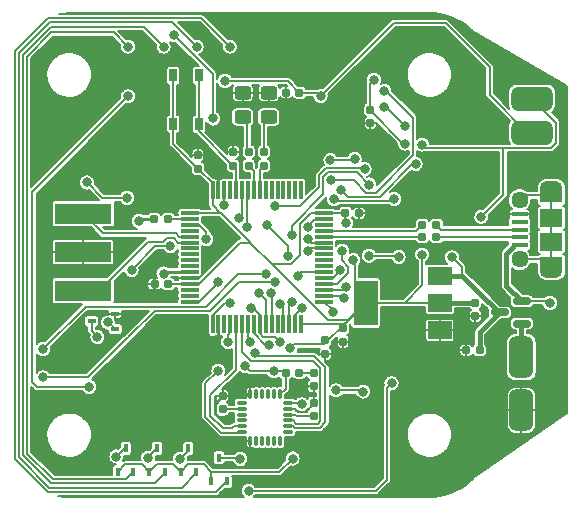
<source format=gbr>
%TF.GenerationSoftware,KiCad,Pcbnew,(6.0.1)*%
%TF.CreationDate,2022-08-29T10:58:40+03:00*%
%TF.ProjectId,flight controller,666c6967-6874-4206-936f-6e74726f6c6c,rev?*%
%TF.SameCoordinates,Original*%
%TF.FileFunction,Copper,L1,Top*%
%TF.FilePolarity,Positive*%
%FSLAX46Y46*%
G04 Gerber Fmt 4.6, Leading zero omitted, Abs format (unit mm)*
G04 Created by KiCad (PCBNEW (6.0.1)) date 2022-08-29 10:58:40*
%MOMM*%
%LPD*%
G01*
G04 APERTURE LIST*
G04 Aperture macros list*
%AMRoundRect*
0 Rectangle with rounded corners*
0 $1 Rounding radius*
0 $2 $3 $4 $5 $6 $7 $8 $9 X,Y pos of 4 corners*
0 Add a 4 corners polygon primitive as box body*
4,1,4,$2,$3,$4,$5,$6,$7,$8,$9,$2,$3,0*
0 Add four circle primitives for the rounded corners*
1,1,$1+$1,$2,$3*
1,1,$1+$1,$4,$5*
1,1,$1+$1,$6,$7*
1,1,$1+$1,$8,$9*
0 Add four rect primitives between the rounded corners*
20,1,$1+$1,$2,$3,$4,$5,0*
20,1,$1+$1,$4,$5,$6,$7,0*
20,1,$1+$1,$6,$7,$8,$9,0*
20,1,$1+$1,$8,$9,$2,$3,0*%
G04 Aperture macros list end*
%TA.AperFunction,SMDPad,CuDef*%
%ADD10RoundRect,0.160000X0.197500X0.160000X-0.197500X0.160000X-0.197500X-0.160000X0.197500X-0.160000X0*%
%TD*%
%TA.AperFunction,SMDPad,CuDef*%
%ADD11RoundRect,0.155000X0.212500X0.155000X-0.212500X0.155000X-0.212500X-0.155000X0.212500X-0.155000X0*%
%TD*%
%TA.AperFunction,SMDPad,CuDef*%
%ADD12RoundRect,0.075000X-0.700000X-0.075000X0.700000X-0.075000X0.700000X0.075000X-0.700000X0.075000X0*%
%TD*%
%TA.AperFunction,SMDPad,CuDef*%
%ADD13RoundRect,0.075000X-0.075000X-0.700000X0.075000X-0.700000X0.075000X0.700000X-0.075000X0.700000X0*%
%TD*%
%TA.AperFunction,SMDPad,CuDef*%
%ADD14RoundRect,0.155000X0.155000X-0.212500X0.155000X0.212500X-0.155000X0.212500X-0.155000X-0.212500X0*%
%TD*%
%TA.AperFunction,SMDPad,CuDef*%
%ADD15RoundRect,0.155000X-0.212500X-0.155000X0.212500X-0.155000X0.212500X0.155000X-0.212500X0.155000X0*%
%TD*%
%TA.AperFunction,SMDPad,CuDef*%
%ADD16RoundRect,0.250000X-0.450000X0.325000X-0.450000X-0.325000X0.450000X-0.325000X0.450000X0.325000X0*%
%TD*%
%TA.AperFunction,SMDPad,CuDef*%
%ADD17RoundRect,0.500000X-1.250000X0.500000X-1.250000X-0.500000X1.250000X-0.500000X1.250000X0.500000X0*%
%TD*%
%TA.AperFunction,SMDPad,CuDef*%
%ADD18RoundRect,0.500000X-0.500000X-1.250000X0.500000X-1.250000X0.500000X1.250000X-0.500000X1.250000X0*%
%TD*%
%TA.AperFunction,SMDPad,CuDef*%
%ADD19R,4.800000X1.750000*%
%TD*%
%TA.AperFunction,SMDPad,CuDef*%
%ADD20R,0.650000X1.050000*%
%TD*%
%TA.AperFunction,SMDPad,CuDef*%
%ADD21RoundRect,0.160000X-0.160000X0.197500X-0.160000X-0.197500X0.160000X-0.197500X0.160000X0.197500X0*%
%TD*%
%TA.AperFunction,SMDPad,CuDef*%
%ADD22R,1.350000X0.400000*%
%TD*%
%TA.AperFunction,ComponentPad*%
%ADD23O,1.900000X1.200000*%
%TD*%
%TA.AperFunction,ComponentPad*%
%ADD24C,1.450000*%
%TD*%
%TA.AperFunction,SMDPad,CuDef*%
%ADD25R,1.900000X1.500000*%
%TD*%
%TA.AperFunction,SMDPad,CuDef*%
%ADD26R,1.900000X1.200000*%
%TD*%
%TA.AperFunction,SMDPad,CuDef*%
%ADD27R,2.000000X1.500000*%
%TD*%
%TA.AperFunction,SMDPad,CuDef*%
%ADD28R,2.000000X3.800000*%
%TD*%
%TA.AperFunction,SMDPad,CuDef*%
%ADD29RoundRect,0.155000X-0.155000X0.212500X-0.155000X-0.212500X0.155000X-0.212500X0.155000X0.212500X0*%
%TD*%
%TA.AperFunction,SMDPad,CuDef*%
%ADD30R,0.450000X0.700000*%
%TD*%
%TA.AperFunction,SMDPad,CuDef*%
%ADD31RoundRect,0.160000X0.160000X-0.197500X0.160000X0.197500X-0.160000X0.197500X-0.160000X-0.197500X0*%
%TD*%
%TA.AperFunction,SMDPad,CuDef*%
%ADD32RoundRect,0.150000X0.587500X0.150000X-0.587500X0.150000X-0.587500X-0.150000X0.587500X-0.150000X0*%
%TD*%
%TA.AperFunction,SMDPad,CuDef*%
%ADD33RoundRect,0.075000X0.075000X-0.350000X0.075000X0.350000X-0.075000X0.350000X-0.075000X-0.350000X0*%
%TD*%
%TA.AperFunction,SMDPad,CuDef*%
%ADD34RoundRect,0.075000X0.350000X0.075000X-0.350000X0.075000X-0.350000X-0.075000X0.350000X-0.075000X0*%
%TD*%
%TA.AperFunction,SMDPad,CuDef*%
%ADD35R,0.700000X0.450000*%
%TD*%
%TA.AperFunction,ViaPad*%
%ADD36C,0.800000*%
%TD*%
%TA.AperFunction,Conductor*%
%ADD37C,0.152400*%
%TD*%
%TA.AperFunction,Conductor*%
%ADD38C,0.250000*%
%TD*%
%TA.AperFunction,Conductor*%
%ADD39C,0.400000*%
%TD*%
%TA.AperFunction,Conductor*%
%ADD40C,0.200000*%
%TD*%
G04 APERTURE END LIST*
D10*
%TO.P,R4,1*%
%TO.N,Net-(J1-Pad3)*%
X151600000Y-88000000D03*
%TO.P,R4,2*%
%TO.N,Net-(R4-Pad2)*%
X150405000Y-88000000D03*
%TD*%
%TO.P,R5,1*%
%TO.N,Net-(J1-Pad2)*%
X151597500Y-89000000D03*
%TO.P,R5,2*%
%TO.N,Net-(R5-Pad2)*%
X150402500Y-89000000D03*
%TD*%
D11*
%TO.P,C15,1*%
%TO.N,5V*%
X140000000Y-76800000D03*
%TO.P,C15,2*%
%TO.N,Earth*%
X138865000Y-76800000D03*
%TD*%
D12*
%TO.P,U3,1,VBAT*%
%TO.N,VDD*%
X130725000Y-86982500D03*
%TO.P,U3,2,PC13*%
%TO.N,Net-(R14-Pad1)*%
X130725000Y-87482500D03*
%TO.P,U3,3,PC14*%
%TO.N,Net-(R15-Pad2)*%
X130725000Y-87982500D03*
%TO.P,U3,4,PC15*%
%TO.N,unconnected-(U3-Pad4)*%
X130725000Y-88482500D03*
%TO.P,U3,5,PH0*%
%TO.N,Net-(U3-Pad5)*%
X130725000Y-88982500D03*
%TO.P,U3,6,PH1*%
%TO.N,Net-(U3-Pad6)*%
X130725000Y-89482500D03*
%TO.P,U3,7,NRST*%
%TO.N,unconnected-(U3-Pad7)*%
X130725000Y-89982500D03*
%TO.P,U3,8,PC0*%
%TO.N,unconnected-(U3-Pad8)*%
X130725000Y-90482500D03*
%TO.P,U3,9,PC1*%
%TO.N,unconnected-(U3-Pad9)*%
X130725000Y-90982500D03*
%TO.P,U3,10,PC2*%
%TO.N,unconnected-(U3-Pad10)*%
X130725000Y-91482500D03*
%TO.P,U3,11,PC3*%
%TO.N,Current_Pad*%
X130725000Y-91982500D03*
%TO.P,U3,12,VSSA*%
%TO.N,Earth*%
X130725000Y-92482500D03*
%TO.P,U3,13,VDDA*%
%TO.N,VDD*%
X130725000Y-92982500D03*
%TO.P,U3,14,PA0*%
%TO.N,unconnected-(U3-Pad14)*%
X130725000Y-93482500D03*
%TO.P,U3,15,PA1*%
%TO.N,unconnected-(U3-Pad15)*%
X130725000Y-93982500D03*
%TO.P,U3,16,PA2*%
%TO.N,PWM4_3.3V*%
X130725000Y-94482500D03*
D13*
%TO.P,U3,17,PA3*%
%TO.N,PWM1_3.3V*%
X132650000Y-96407500D03*
%TO.P,U3,18,VSS*%
%TO.N,Earth*%
X133150000Y-96407500D03*
%TO.P,U3,19,VDD*%
%TO.N,unconnected-(U3-Pad19)*%
X133650000Y-96407500D03*
%TO.P,U3,20,PA4*%
%TO.N,GYRO_CS*%
X134150000Y-96407500D03*
%TO.P,U3,21,PA5*%
%TO.N,GYRO_SCL*%
X134650000Y-96407500D03*
%TO.P,U3,22,PA6*%
%TO.N,GYRO_SDO*%
X135150000Y-96407500D03*
%TO.P,U3,23,PA7*%
%TO.N,GYRO_SDA*%
X135650000Y-96407500D03*
%TO.P,U3,24,PC4*%
%TO.N,GYRO_INT*%
X136150000Y-96407500D03*
%TO.P,U3,25,PC5*%
%TO.N,Net-(R6-Pad1)*%
X136650000Y-96407500D03*
%TO.P,U3,26,PB0*%
%TO.N,PWM2_3.3V*%
X137150000Y-96407500D03*
%TO.P,U3,27,PB1*%
%TO.N,PWM3_3.3V*%
X137650000Y-96407500D03*
%TO.P,U3,28,PB2*%
%TO.N,unconnected-(U3-Pad28)*%
X138150000Y-96407500D03*
%TO.P,U3,29,PB10*%
%TO.N,Uart_Rx3*%
X138650000Y-96407500D03*
%TO.P,U3,30,PB11*%
%TO.N,Sevo_ConR*%
X139150000Y-96407500D03*
%TO.P,U3,31,VCAP_1*%
%TO.N,Net-(C13-Pad2)*%
X139650000Y-96407500D03*
%TO.P,U3,32,VDD*%
%TO.N,VDD*%
X140150000Y-96407500D03*
D12*
%TO.P,U3,33,PB12*%
%TO.N,S1*%
X142075000Y-94482500D03*
%TO.P,U3,34,PB13*%
%TO.N,S2*%
X142075000Y-93982500D03*
%TO.P,U3,35,PB14*%
%TO.N,S3*%
X142075000Y-93482500D03*
%TO.P,U3,36,PB15*%
%TO.N,S4*%
X142075000Y-92982500D03*
%TO.P,U3,37,PC6*%
%TO.N,Uart_Tx6*%
X142075000Y-92482500D03*
%TO.P,U3,38,PC7*%
%TO.N,Uart_Rx6*%
X142075000Y-91982500D03*
%TO.P,U3,39,PC8*%
%TO.N,unconnected-(U3-Pad39)*%
X142075000Y-91482500D03*
%TO.P,U3,40,PC9*%
%TO.N,unconnected-(U3-Pad40)*%
X142075000Y-90982500D03*
%TO.P,U3,41,PA8*%
%TO.N,unconnected-(U3-Pad41)*%
X142075000Y-90482500D03*
%TO.P,U3,42,PA9*%
%TO.N,Uart_Tx1*%
X142075000Y-89982500D03*
%TO.P,U3,43,PA10*%
%TO.N,Uart_Rx1*%
X142075000Y-89482500D03*
%TO.P,U3,44,PA11*%
%TO.N,Net-(R5-Pad2)*%
X142075000Y-88982500D03*
%TO.P,U3,45,PA12*%
%TO.N,Net-(R4-Pad2)*%
X142075000Y-88482500D03*
%TO.P,U3,46,PA13*%
%TO.N,unconnected-(U3-Pad46)*%
X142075000Y-87982500D03*
%TO.P,U3,47,VCAP_2*%
%TO.N,Net-(C12-Pad2)*%
X142075000Y-87482500D03*
%TO.P,U3,48,VDD*%
%TO.N,VDD*%
X142075000Y-86982500D03*
D13*
%TO.P,U3,49,PA14*%
%TO.N,unconnected-(U3-Pad49)*%
X140150000Y-85057500D03*
%TO.P,U3,50,PA15*%
%TO.N,unconnected-(U3-Pad50)*%
X139650000Y-85057500D03*
%TO.P,U3,51,PC10*%
%TO.N,unconnected-(U3-Pad51)*%
X139150000Y-85057500D03*
%TO.P,U3,52,PC11*%
%TO.N,unconnected-(U3-Pad52)*%
X138650000Y-85057500D03*
%TO.P,U3,53,PC12*%
%TO.N,unconnected-(U3-Pad53)*%
X138150000Y-85057500D03*
%TO.P,U3,54,PD2*%
%TO.N,unconnected-(U3-Pad54)*%
X137650000Y-85057500D03*
%TO.P,U3,55,PB3*%
%TO.N,unconnected-(U3-Pad55)*%
X137150000Y-85057500D03*
%TO.P,U3,56,PB4*%
%TO.N,LED1*%
X136650000Y-85057500D03*
%TO.P,U3,57,PB5*%
%TO.N,LED2*%
X136150000Y-85057500D03*
%TO.P,U3,58,PB6*%
%TO.N,Net-(R12-Pad1)*%
X135650000Y-85057500D03*
%TO.P,U3,59,PB7*%
%TO.N,Net-(R11-Pad1)*%
X135150000Y-85057500D03*
%TO.P,U3,60,BOOT0*%
%TO.N,Net-(R8-Pad2)*%
X134650000Y-85057500D03*
%TO.P,U3,61,PB8*%
%TO.N,unconnected-(U3-Pad61)*%
X134150000Y-85057500D03*
%TO.P,U3,62,PB9*%
%TO.N,Uart_Tx3*%
X133650000Y-85057500D03*
%TO.P,U3,63,VSS*%
%TO.N,Earth*%
X133150000Y-85057500D03*
%TO.P,U3,64,VDD*%
%TO.N,VDD*%
X132650000Y-85057500D03*
%TD*%
D14*
%TO.P,C6,1*%
%TO.N,Net-(C6-Pad1)*%
X133500000Y-103600000D03*
%TO.P,C6,2*%
%TO.N,Earth*%
X133500000Y-102465000D03*
%TD*%
D15*
%TO.P,C10,1*%
%TO.N,Earth*%
X127732500Y-93000000D03*
%TO.P,C10,2*%
%TO.N,VDD*%
X128867500Y-93000000D03*
%TD*%
D14*
%TO.P,C11,1*%
%TO.N,Earth*%
X142200000Y-98900000D03*
%TO.P,C11,2*%
%TO.N,VDD*%
X142200000Y-97765000D03*
%TD*%
D16*
%TO.P,D2,1,K*%
%TO.N,Earth*%
X135200000Y-76800000D03*
%TO.P,D2,2,A*%
%TO.N,Net-(D2-Pad2)*%
X135200000Y-78850000D03*
%TD*%
D15*
%TO.P,C1,1*%
%TO.N,Earth*%
X154132500Y-98600000D03*
%TO.P,C1,2*%
%TO.N,5V*%
X155267500Y-98600000D03*
%TD*%
D17*
%TO.P,5V,1,Pin_1*%
%TO.N,5V*%
X159700000Y-80200000D03*
%TD*%
D18*
%TO.P,GND,1,Pin_1*%
%TO.N,Earth*%
X158800000Y-103700000D03*
%TD*%
D14*
%TO.P,C2,1*%
%TO.N,Earth*%
X154900000Y-95700000D03*
%TO.P,C2,2*%
%TO.N,VDD*%
X154900000Y-94565000D03*
%TD*%
D19*
%TO.P,Y1,1,1*%
%TO.N,Net-(U3-Pad6)*%
X121700000Y-93550000D03*
%TO.P,Y1,2,2*%
%TO.N,Earth*%
X121700000Y-90300000D03*
%TO.P,Y1,3,3*%
%TO.N,Net-(U3-Pad5)*%
X121700000Y-87050000D03*
%TD*%
D20*
%TO.P,SW1,1,1*%
%TO.N,Net-(R8-Pad2)*%
X131475000Y-75325000D03*
X131475000Y-79475000D03*
%TO.P,SW1,2,2*%
%TO.N,VDD*%
X129325000Y-75325000D03*
X129325000Y-79450000D03*
%TD*%
D16*
%TO.P,D3,1,K*%
%TO.N,Earth*%
X137400000Y-76800000D03*
%TO.P,D3,2,A*%
%TO.N,Net-(D3-Pad2)*%
X137400000Y-78850000D03*
%TD*%
D21*
%TO.P,R8,1*%
%TO.N,Earth*%
X134400000Y-81800000D03*
%TO.P,R8,2*%
%TO.N,Net-(R8-Pad2)*%
X134400000Y-82995000D03*
%TD*%
D22*
%TO.P,J1,1,VBUS*%
%TO.N,5V_USB*%
X158637500Y-89700000D03*
%TO.P,J1,2,D-*%
%TO.N,Net-(J1-Pad2)*%
X158637500Y-89050000D03*
%TO.P,J1,3,D+*%
%TO.N,Net-(J1-Pad3)*%
X158637500Y-88400000D03*
%TO.P,J1,4,ID*%
%TO.N,unconnected-(J1-Pad4)*%
X158637500Y-87750000D03*
%TO.P,J1,5,GND*%
%TO.N,Earth*%
X158637500Y-87100000D03*
D23*
%TO.P,J1,6,Shield*%
%TO.N,unconnected-(J1-Pad6)*%
X161337500Y-91900000D03*
D24*
X158637500Y-85900000D03*
D25*
X161337500Y-89400000D03*
D26*
X161337500Y-85500000D03*
D23*
X161337500Y-84900000D03*
D24*
X158637500Y-90900000D03*
D25*
X161337500Y-87400000D03*
D26*
X161337500Y-91300000D03*
%TD*%
D27*
%TO.P,U2,1,GND*%
%TO.N,Earth*%
X151900000Y-96900000D03*
%TO.P,U2,2,VO*%
%TO.N,VDD*%
X151900000Y-94600000D03*
D28*
X145600000Y-94600000D03*
D27*
%TO.P,U2,3,VI*%
%TO.N,5V*%
X151900000Y-92300000D03*
%TD*%
D29*
%TO.P,C4,1*%
%TO.N,Net-(C3-Pad2)*%
X141200000Y-100532500D03*
%TO.P,C4,2*%
%TO.N,Earth*%
X141200000Y-101667500D03*
%TD*%
D14*
%TO.P,C7,1*%
%TO.N,Earth*%
X143700000Y-97867500D03*
%TO.P,C7,2*%
%TO.N,VDD*%
X143700000Y-96732500D03*
%TD*%
D30*
%TO.P,Q2,1,B*%
%TO.N,Net-(Q2-Pad1)*%
X124650000Y-108900000D03*
%TO.P,Q2,2,E*%
%TO.N,PWM1_5V*%
X125950000Y-108900000D03*
%TO.P,Q2,3,C*%
%TO.N,PWM1_R*%
X125300000Y-106900000D03*
%TD*%
%TO.P,Q3,1,B*%
%TO.N,Net-(Q2-Pad1)*%
X127300000Y-108900000D03*
%TO.P,Q3,2,E*%
%TO.N,PWM2_5V*%
X128600000Y-108900000D03*
%TO.P,Q3,3,C*%
%TO.N,PWM2_R*%
X127950000Y-106900000D03*
%TD*%
%TO.P,Q4,1,B*%
%TO.N,Net-(Q2-Pad1)*%
X129950000Y-108900000D03*
%TO.P,Q4,2,E*%
%TO.N,PWM3_5V*%
X131250000Y-108900000D03*
%TO.P,Q4,3,C*%
%TO.N,PWM3_R*%
X130600000Y-106900000D03*
%TD*%
D31*
%TO.P,R1,1*%
%TO.N,LED2*%
X135700000Y-83000000D03*
%TO.P,R1,2*%
%TO.N,Net-(D2-Pad2)*%
X135700000Y-81805000D03*
%TD*%
D32*
%TO.P,D1,1*%
%TO.N,5V_In*%
X158837500Y-96350000D03*
%TO.P,D1,2*%
%TO.N,5V_USB*%
X158837500Y-94450000D03*
%TO.P,D1,3*%
%TO.N,5V*%
X156962500Y-95400000D03*
%TD*%
D33*
%TO.P,U1,1,CLKIN*%
%TO.N,Earth*%
X135850000Y-106250000D03*
%TO.P,U1,2*%
%TO.N,N/C*%
X136350000Y-106250000D03*
%TO.P,U1,3*%
X136850000Y-106250000D03*
%TO.P,U1,4*%
X137350000Y-106250000D03*
%TO.P,U1,5*%
X137850000Y-106250000D03*
%TO.P,U1,6,AUX_SDA*%
%TO.N,unconnected-(U1-Pad6)*%
X138350000Y-106250000D03*
D34*
%TO.P,U1,7,AUX_SCL*%
%TO.N,unconnected-(U1-Pad7)*%
X139050000Y-105550000D03*
%TO.P,U1,8,~{CS}*%
%TO.N,GYRO_CS*%
X139050000Y-105050000D03*
%TO.P,U1,9,AD0/MISO*%
%TO.N,GYRO_SDO*%
X139050000Y-104550000D03*
%TO.P,U1,10,REGOUT*%
%TO.N,Net-(C5-Pad1)*%
X139050000Y-104050000D03*
%TO.P,U1,11,FSYNC*%
%TO.N,Earth*%
X139050000Y-103550000D03*
%TO.P,U1,12,INT*%
%TO.N,GYRO_INT*%
X139050000Y-103050000D03*
D33*
%TO.P,U1,13,VDD*%
%TO.N,VDD*%
X138350000Y-102350000D03*
%TO.P,U1,14*%
%TO.N,N/C*%
X137850000Y-102350000D03*
%TO.P,U1,15*%
X137350000Y-102350000D03*
%TO.P,U1,16*%
X136850000Y-102350000D03*
%TO.P,U1,17*%
X136350000Y-102350000D03*
%TO.P,U1,18,GND*%
%TO.N,Earth*%
X135850000Y-102350000D03*
D34*
%TO.P,U1,19*%
%TO.N,N/C*%
X135150000Y-103050000D03*
%TO.P,U1,20,CPOUT*%
%TO.N,Net-(C6-Pad1)*%
X135150000Y-103550000D03*
%TO.P,U1,21*%
%TO.N,N/C*%
X135150000Y-104050000D03*
%TO.P,U1,22*%
X135150000Y-104550000D03*
%TO.P,U1,23,SCL/SCLK*%
%TO.N,GYRO_SCL*%
X135150000Y-105050000D03*
%TO.P,U1,24,SDA/MOSI*%
%TO.N,GYRO_SDA*%
X135150000Y-105550000D03*
%TD*%
D29*
%TO.P,C8,1*%
%TO.N,Earth*%
X131400000Y-82100000D03*
%TO.P,C8,2*%
%TO.N,VDD*%
X131400000Y-83235000D03*
%TD*%
D14*
%TO.P,C5,1*%
%TO.N,Net-(C5-Pad1)*%
X141200000Y-104167500D03*
%TO.P,C5,2*%
%TO.N,Earth*%
X141200000Y-103032500D03*
%TD*%
D15*
%TO.P,C3,1*%
%TO.N,VDD*%
X138832500Y-100500000D03*
%TO.P,C3,2*%
%TO.N,Net-(C3-Pad2)*%
X139967500Y-100500000D03*
%TD*%
D29*
%TO.P,C14,1*%
%TO.N,VDD*%
X146000000Y-78232500D03*
%TO.P,C14,2*%
%TO.N,Earth*%
X146000000Y-79367500D03*
%TD*%
D17*
%TO.P,3.3V,1,Pin_1*%
%TO.N,VDD*%
X159700000Y-77300000D03*
%TD*%
D35*
%TO.P,Q1,1,B*%
%TO.N,Net-(Q1-Pad1)*%
X124400000Y-96800000D03*
%TO.P,Q1,2,E*%
%TO.N,Earth*%
X124400000Y-95500000D03*
%TO.P,Q1,3,C*%
%TO.N,Uart_Rx1*%
X122400000Y-96150000D03*
%TD*%
D10*
%TO.P,R14,1*%
%TO.N,Net-(R14-Pad1)*%
X128895000Y-87500000D03*
%TO.P,R14,2*%
%TO.N,Panic*%
X127700000Y-87500000D03*
%TD*%
D11*
%TO.P,C9,1*%
%TO.N,Earth*%
X145035000Y-87000000D03*
%TO.P,C9,2*%
%TO.N,VDD*%
X143900000Y-87000000D03*
%TD*%
D30*
%TO.P,Q5,1,B*%
%TO.N,Net-(Q2-Pad1)*%
X132550000Y-109700000D03*
%TO.P,Q5,2,E*%
%TO.N,PWM4_5V*%
X133850000Y-109700000D03*
%TO.P,Q5,3,C*%
%TO.N,PWM4_R*%
X133200000Y-107700000D03*
%TD*%
D31*
%TO.P,R2,1*%
%TO.N,LED1*%
X137000000Y-82995000D03*
%TO.P,R2,2*%
%TO.N,Net-(D3-Pad2)*%
X137000000Y-81800000D03*
%TD*%
D18*
%TO.P,5V_In,1,Pin_1*%
%TO.N,5V_In*%
X158800000Y-99200000D03*
%TD*%
D36*
%TO.N,Earth*%
X143000000Y-100900000D03*
X154700000Y-82300000D03*
X149200000Y-87700000D03*
X127900000Y-104200000D03*
X132800000Y-87700000D03*
X125600000Y-95600000D03*
X129700000Y-97200000D03*
X145300000Y-98500000D03*
X130400000Y-85200000D03*
X132200000Y-91300000D03*
X139900000Y-101600000D03*
X138675700Y-82600000D03*
X154700000Y-79500000D03*
X125300000Y-104200000D03*
X125500000Y-81300000D03*
X142304322Y-81526531D03*
X129300000Y-90900000D03*
X133810706Y-104550759D03*
X125700000Y-93600000D03*
X130600000Y-104200000D03*
%TO.N,VDD*%
X150400000Y-90500000D03*
X143934847Y-87849164D03*
X148927611Y-81100000D03*
X137853264Y-100353264D03*
X159700000Y-77300000D03*
X135363207Y-99923589D03*
X144572207Y-90972207D03*
X139244919Y-98390077D03*
X155400000Y-87300000D03*
X146300000Y-75700000D03*
X150400000Y-81200000D03*
%TO.N,Net-(C12-Pad2)*%
X142924529Y-85824529D03*
X148000000Y-85800000D03*
X140698556Y-88180399D03*
%TO.N,Net-(C13-Pad2)*%
X140237201Y-95019339D03*
%TO.N,5V*%
X133700000Y-75800000D03*
X141800000Y-77100000D03*
X122200000Y-101700000D03*
X152924277Y-90731309D03*
X125500000Y-77100000D03*
X159700000Y-80200000D03*
%TO.N,5V_USB*%
X161200000Y-94600000D03*
%TO.N,Net-(Q1-Pad1)*%
X123762928Y-96251299D03*
%TO.N,Uart_Rx1*%
X140699146Y-89179901D03*
X118300000Y-98500000D03*
X137161320Y-92174456D03*
X122900000Y-97500000D03*
%TO.N,GYRO_CS*%
X136202049Y-98851259D03*
X133974300Y-97891290D03*
%TO.N,Net-(R6-Pad1)*%
X145400000Y-102100000D03*
X135915451Y-95052141D03*
X143100000Y-102000000D03*
X138388760Y-97874327D03*
%TO.N,Net-(R11-Pad1)*%
X134891802Y-87441569D03*
%TO.N,Net-(R12-Pad1)*%
X135588434Y-88158303D03*
%TO.N,GYRO_INT*%
X140200000Y-103175700D03*
X137424479Y-98137323D03*
%TO.N,GYRO_SDA*%
X135842866Y-97898452D03*
X133139344Y-100325990D03*
%TO.N,PWM1_R*%
X124500000Y-107600000D03*
%TO.N,PWM2_R*%
X127200000Y-107700000D03*
%TO.N,Current_Pad*%
X128495305Y-92106478D03*
%TO.N,PWM4_3.3V*%
X137898765Y-86409425D03*
X145518318Y-83265538D03*
X133100000Y-92800000D03*
%TO.N,PWM1_3.3V*%
X134120086Y-94564500D03*
X142700000Y-84218674D03*
X147188136Y-76643722D03*
%TO.N,PWM2_3.3V*%
X143500000Y-85000000D03*
X149831309Y-82824277D03*
X136560723Y-93778431D03*
X148900000Y-79600000D03*
X147200000Y-78000000D03*
%TO.N,PWM3_3.3V*%
X139342537Y-88863992D03*
X145926696Y-84571111D03*
X137560185Y-93787436D03*
%TO.N,Uart_Rx3*%
X125400000Y-85700000D03*
X138351902Y-94651401D03*
X122000000Y-84400000D03*
%TO.N,Net-(Q2-Pad1)*%
X139430151Y-107769849D03*
%TO.N,S1*%
X142825000Y-95387000D03*
%TO.N,S2*%
X143798272Y-94213848D03*
%TO.N,S3*%
X143922038Y-93222038D03*
%TO.N,S4*%
X143600000Y-90200000D03*
%TO.N,Uart_Tx6*%
X147800000Y-101400000D03*
X145900000Y-90600000D03*
X135700000Y-110500000D03*
X143439739Y-91793165D03*
X148400000Y-90700000D03*
%TO.N,Uart_Rx6*%
X125800000Y-91800000D03*
X139840627Y-92302986D03*
X129071987Y-89800890D03*
X137223065Y-88000000D03*
X138995469Y-90608735D03*
%TO.N,Uart_Tx1*%
X118300000Y-100900000D03*
X137907335Y-92850156D03*
X140740547Y-90178545D03*
%TO.N,Uart_Tx3*%
X133608533Y-86312345D03*
%TO.N,PWM4_5V*%
X134100000Y-72900000D03*
%TO.N,PWM3_5V*%
X131300000Y-72900000D03*
%TO.N,PWM2_5V*%
X128500000Y-72900000D03*
X129347197Y-71902783D03*
X132700000Y-78981586D03*
%TO.N,PWM1_5V*%
X125500000Y-72900000D03*
%TO.N,PWM3_R*%
X129900000Y-107800000D03*
%TO.N,PWM4_R*%
X135000000Y-107800000D03*
%TO.N,Panic*%
X126422207Y-87677793D03*
%TO.N,Sevo_ConR*%
X139351392Y-94556362D03*
%TO.N,Net-(R15-Pad2)*%
X142630242Y-82515362D03*
X144685465Y-82400000D03*
X132124300Y-89200000D03*
%TD*%
D37*
%TO.N,GYRO_CS*%
X133974300Y-97354192D02*
X133974300Y-97891290D01*
X134075720Y-97252772D02*
X133974300Y-97354192D01*
X134150000Y-96407500D02*
X134075720Y-96481780D01*
X134075720Y-96481780D02*
X134075720Y-97252772D01*
%TO.N,GYRO_SCL*%
X132464769Y-102432589D02*
X134650000Y-100247358D01*
X134650000Y-100247358D02*
X134650000Y-96407500D01*
X132464769Y-104177102D02*
X132464769Y-102432589D01*
X133514127Y-105226460D02*
X132464769Y-104177102D01*
X135150000Y-105050000D02*
X134430093Y-105050000D01*
X134430093Y-105050000D02*
X134253633Y-105226460D01*
X134253633Y-105226460D02*
X133514127Y-105226460D01*
%TO.N,GYRO_CS*%
X136416568Y-99065778D02*
X136202049Y-98851259D01*
X139524805Y-99065778D02*
X136416568Y-99065778D01*
X139525407Y-99065176D02*
X139524805Y-99065778D01*
X141206996Y-99065176D02*
X139525407Y-99065176D01*
X142200000Y-104697690D02*
X142200000Y-100058180D01*
X142200000Y-100058180D02*
X141206996Y-99065176D01*
X139473302Y-105050000D02*
X139585942Y-105162640D01*
X139050000Y-105050000D02*
X139473302Y-105050000D01*
X139585942Y-105162640D02*
X141735050Y-105162640D01*
X141735050Y-105162640D02*
X142200000Y-104697690D01*
%TO.N,GYRO_SDO*%
X135150000Y-98761173D02*
X135150000Y-96407500D01*
X135643093Y-99247888D02*
X135636715Y-99247888D01*
X135928607Y-99533402D02*
X135643093Y-99247888D01*
X141177532Y-99533402D02*
X135928607Y-99533402D01*
X141785720Y-100141590D02*
X141177532Y-99533402D01*
X141785720Y-104614280D02*
X141785720Y-100141590D01*
X141589280Y-104810720D02*
X141785720Y-104614280D01*
X139470992Y-104550000D02*
X139731712Y-104810720D01*
X135636715Y-99247888D02*
X135150000Y-98761173D01*
X139731712Y-104810720D02*
X141589280Y-104810720D01*
X139050000Y-104550000D02*
X139470992Y-104550000D01*
%TO.N,Net-(C12-Pad2)*%
X143051911Y-85951911D02*
X142924529Y-85824529D01*
X147848089Y-85951911D02*
X143051911Y-85951911D01*
X148000000Y-85800000D02*
X147848089Y-85951911D01*
%TO.N,PWM1_3.3V*%
X144618674Y-84218674D02*
X142700000Y-84218674D01*
X145648089Y-85248089D02*
X144618674Y-84218674D01*
X146451911Y-85248089D02*
X145648089Y-85248089D01*
X149603312Y-82096688D02*
X146451911Y-85248089D01*
X147343722Y-76643722D02*
X149603312Y-78903312D01*
%TO.N,PWM2_3.3V*%
X149575723Y-82824277D02*
X149831309Y-82824277D01*
X146800000Y-85600000D02*
X149575723Y-82824277D01*
X143500000Y-85000000D02*
X144100000Y-85600000D01*
%TO.N,PWM1_3.3V*%
X149603312Y-78903312D02*
X149603312Y-82096688D01*
%TO.N,PWM2_3.3V*%
X144100000Y-85600000D02*
X146800000Y-85600000D01*
%TO.N,PWM1_3.3V*%
X147188136Y-76643722D02*
X147343722Y-76643722D01*
%TO.N,VDD*%
X146000000Y-78232500D02*
X146000000Y-78300000D01*
X146000000Y-78300000D02*
X148800000Y-81100000D01*
X148800000Y-81100000D02*
X148927611Y-81100000D01*
%TO.N,Net-(R15-Pad2)*%
X144570103Y-82515362D02*
X144685465Y-82400000D01*
X142630242Y-82515362D02*
X144570103Y-82515362D01*
%TO.N,PWM3_3.3V*%
X142024299Y-85401391D02*
X139342537Y-88083153D01*
X144840167Y-83542974D02*
X142401439Y-83542974D01*
X145926696Y-84571111D02*
X145868304Y-84571111D01*
%TO.N,PWM4_3.3V*%
X145443843Y-83191063D02*
X145518318Y-83265538D01*
X142255673Y-83191063D02*
X145443843Y-83191063D01*
X141672388Y-83774348D02*
X142255673Y-83191063D01*
X140069067Y-86409425D02*
X141672388Y-84806104D01*
X137898765Y-86409425D02*
X140069067Y-86409425D01*
X141672388Y-84806104D02*
X141672388Y-83774348D01*
%TO.N,PWM3_3.3V*%
X142024299Y-83920114D02*
X142024299Y-85401391D01*
X145868304Y-84571111D02*
X144840167Y-83542974D01*
X142401439Y-83542974D02*
X142024299Y-83920114D01*
X139342537Y-88083153D02*
X139342537Y-88863992D01*
%TO.N,Earth*%
X141130853Y-82700000D02*
X142304322Y-81526531D01*
X138775700Y-82700000D02*
X141130853Y-82700000D01*
X138675700Y-82600000D02*
X138775700Y-82700000D01*
X130725000Y-92482500D02*
X131495992Y-92482500D01*
X132200000Y-91778492D02*
X132200000Y-91300000D01*
D38*
X132865480Y-103099520D02*
X133500000Y-102465000D01*
X127900000Y-104200000D02*
X125300000Y-104200000D01*
D37*
X133500000Y-102465000D02*
X135735000Y-102465000D01*
X141200000Y-101667500D02*
X141200000Y-103032500D01*
X141200000Y-103032500D02*
X141200000Y-103131287D01*
D38*
X132865480Y-104011123D02*
X132865480Y-103099520D01*
D37*
X135735000Y-102465000D02*
X135850000Y-102350000D01*
X139618713Y-103550000D02*
X139050000Y-103550000D01*
D39*
X159400000Y-102700000D02*
X159500000Y-102600000D01*
D37*
X132800000Y-90700000D02*
X132800000Y-87700000D01*
X127732500Y-93000000D02*
X126300000Y-93000000D01*
X131495992Y-92482500D02*
X132200000Y-91778492D01*
X126300000Y-93000000D02*
X125700000Y-93600000D01*
X143000000Y-100360514D02*
X143000000Y-100900000D01*
D38*
X133810706Y-104550759D02*
X133405116Y-104550759D01*
D37*
X141200000Y-103131287D02*
X140479886Y-103851401D01*
D38*
X130600000Y-104200000D02*
X127900000Y-104200000D01*
D37*
X142200000Y-98900000D02*
X142200000Y-99560514D01*
D38*
X133405116Y-104550759D02*
X132865480Y-104011123D01*
D37*
X132200000Y-91300000D02*
X132800000Y-90700000D01*
X142200000Y-99560514D02*
X143000000Y-100360514D01*
X139920114Y-103851401D02*
X139618713Y-103550000D01*
X140479886Y-103851401D02*
X139920114Y-103851401D01*
D39*
X158300000Y-102600000D02*
X159400000Y-102600000D01*
D37*
%TO.N,VDD*%
X161725720Y-79325720D02*
X161725720Y-81021313D01*
X139526339Y-98108657D02*
X139244919Y-98390077D01*
X145600000Y-94600000D02*
X144137299Y-96062701D01*
X142384209Y-96062701D02*
X137660754Y-91339246D01*
X145600000Y-94600000D02*
X144000000Y-96200000D01*
X161271313Y-81475720D02*
X157275720Y-81475720D01*
X143700000Y-96732500D02*
X143756780Y-96675720D01*
D39*
X151935000Y-94565000D02*
X151900000Y-94600000D01*
D37*
X157275720Y-85424280D02*
X155400000Y-87300000D01*
X135792882Y-100353264D02*
X137853264Y-100353264D01*
X161725720Y-81021313D02*
X161271313Y-81475720D01*
X144137299Y-96062701D02*
X142384209Y-96062701D01*
X144700000Y-93600000D02*
X144700000Y-91100000D01*
X144700000Y-91100000D02*
X144572207Y-90972207D01*
X134989246Y-89489246D02*
X135810754Y-89489246D01*
X160300000Y-77500000D02*
X160100000Y-77300000D01*
X142091343Y-98108657D02*
X139526339Y-98108657D01*
X142092500Y-87000000D02*
X142075000Y-86982500D01*
X129325000Y-79450000D02*
X129325000Y-81160000D01*
D39*
X154900000Y-94565000D02*
X151935000Y-94565000D01*
D37*
X135810754Y-89489246D02*
X135810754Y-89455167D01*
X159700000Y-77300000D02*
X161725720Y-79325720D01*
X143900000Y-87814317D02*
X143934847Y-87849164D01*
X135363207Y-99923589D02*
X135792882Y-100353264D01*
X132600000Y-85007500D02*
X132650000Y-85057500D01*
X146000000Y-76000000D02*
X146300000Y-75700000D01*
X140150000Y-96407500D02*
X143792500Y-96407500D01*
X130725000Y-92982500D02*
X131495992Y-92982500D01*
X129325000Y-81160000D02*
X131400000Y-83235000D01*
X140018238Y-90541553D02*
X139275355Y-91284436D01*
X140940868Y-86982500D02*
X140018238Y-87905130D01*
X143900000Y-87000000D02*
X142092500Y-87000000D01*
X150400000Y-93100000D02*
X148900000Y-94600000D01*
X130650720Y-87056780D02*
X130725000Y-86982500D01*
X143792500Y-96407500D02*
X144000000Y-96200000D01*
X138832500Y-100500000D02*
X138832500Y-101867500D01*
X146000000Y-78232500D02*
X146000000Y-76000000D01*
X131400000Y-83235000D02*
X132650000Y-84485000D01*
X138832500Y-100500000D02*
X138685764Y-100353264D01*
X128867500Y-93000000D02*
X130707500Y-93000000D01*
X145600000Y-94600000D02*
X148900000Y-94600000D01*
X135810754Y-89455167D02*
X133338087Y-86982500D01*
X140018238Y-87905130D02*
X140018238Y-90541553D01*
X160100000Y-77300000D02*
X159700000Y-77300000D01*
X138832500Y-101867500D02*
X138350000Y-102350000D01*
X150675720Y-81475720D02*
X150400000Y-81200000D01*
X133338087Y-86982500D02*
X133304008Y-86982500D01*
X142075000Y-86982500D02*
X140940868Y-86982500D01*
X133304008Y-86982500D02*
X130725000Y-86982500D01*
X130707500Y-93000000D02*
X130725000Y-92982500D01*
X144000000Y-96200000D02*
X142091343Y-98108657D01*
X150400000Y-90500000D02*
X150400000Y-93100000D01*
X132650000Y-84485000D02*
X132650000Y-85057500D01*
X133304008Y-86982500D02*
X132650000Y-86328492D01*
X129325000Y-75325000D02*
X129325000Y-79450000D01*
X143900000Y-87000000D02*
X143900000Y-87814317D01*
X137660754Y-91339246D02*
X135810754Y-89489246D01*
X148900000Y-94600000D02*
X151900000Y-94600000D01*
X137715564Y-91284436D02*
X137660754Y-91339246D01*
X138685764Y-100353264D02*
X137853264Y-100353264D01*
X157275720Y-81475720D02*
X157275720Y-85424280D01*
X131495992Y-92982500D02*
X134989246Y-89489246D01*
X139275355Y-91284436D02*
X137715564Y-91284436D01*
X157275720Y-81475720D02*
X150675720Y-81475720D01*
X132650000Y-86328492D02*
X132650000Y-85057500D01*
%TO.N,Net-(C3-Pad2)*%
X139967500Y-100500000D02*
X141167500Y-100500000D01*
X141167500Y-100500000D02*
X141200000Y-100532500D01*
%TO.N,Net-(C5-Pad1)*%
X139621036Y-104050000D02*
X139050000Y-104050000D01*
X139774347Y-104203312D02*
X139621036Y-104050000D01*
X141164188Y-104203312D02*
X139774347Y-104203312D01*
X141200000Y-104167500D02*
X141164188Y-104203312D01*
%TO.N,Net-(C6-Pad1)*%
X133500000Y-103600000D02*
X135100000Y-103600000D01*
X135100000Y-103600000D02*
X135150000Y-103550000D01*
%TO.N,Net-(C12-Pad2)*%
X142075000Y-87482500D02*
X141304008Y-87482500D01*
X140698556Y-88087952D02*
X140698556Y-88180399D01*
X141304008Y-87482500D02*
X140698556Y-88087952D01*
%TO.N,Net-(C13-Pad2)*%
X139650000Y-95606540D02*
X140237201Y-95019339D01*
X139650000Y-96407500D02*
X139650000Y-95606540D01*
%TO.N,5V*%
X156100000Y-74600000D02*
X156100000Y-77000000D01*
X148000000Y-70900000D02*
X152400000Y-70900000D01*
X152400000Y-70900000D02*
X156100000Y-74600000D01*
X117800000Y-101700000D02*
X117400000Y-101300000D01*
X141500000Y-76800000D02*
X141800000Y-77100000D01*
X153786709Y-92300000D02*
X153786709Y-91593741D01*
X140000000Y-76800000D02*
X141500000Y-76800000D01*
X117400000Y-85200000D02*
X125500000Y-77100000D01*
X159300000Y-80200000D02*
X159700000Y-80200000D01*
X140000000Y-76800000D02*
X139000000Y-75800000D01*
D39*
X153786709Y-92300000D02*
X151900000Y-92300000D01*
X155267500Y-97095000D02*
X156962500Y-95400000D01*
D37*
X153786709Y-91593741D02*
X152924277Y-90731309D01*
X141800000Y-77100000D02*
X148000000Y-70900000D01*
D39*
X156962500Y-95400000D02*
X156886709Y-95400000D01*
X156886709Y-95400000D02*
X155043354Y-93556646D01*
X155043354Y-93556646D02*
X153786709Y-92300000D01*
D37*
X156100000Y-77000000D02*
X159300000Y-80200000D01*
D39*
X155267500Y-98600000D02*
X155267500Y-97095000D01*
D37*
X122200000Y-101700000D02*
X117800000Y-101700000D01*
X139000000Y-75800000D02*
X133700000Y-75800000D01*
X117400000Y-101300000D02*
X117400000Y-85200000D01*
D39*
%TO.N,5V_USB*%
X158837500Y-94450000D02*
X157512989Y-93125489D01*
X157512989Y-93125489D02*
X157512989Y-90434211D01*
D37*
X161200000Y-94600000D02*
X161050000Y-94450000D01*
D39*
X158047200Y-89900000D02*
X158100000Y-89900000D01*
D37*
X161050000Y-94450000D02*
X158837500Y-94450000D01*
D39*
X157512989Y-90434211D02*
X158047200Y-89900000D01*
D37*
%TO.N,Net-(D2-Pad2)*%
X135600000Y-79250000D02*
X135600000Y-81705000D01*
X135200000Y-78850000D02*
X135600000Y-79250000D01*
X135600000Y-81705000D02*
X135700000Y-81805000D01*
%TO.N,Net-(D3-Pad2)*%
X137400000Y-78850000D02*
X137000000Y-79250000D01*
X137000000Y-79250000D02*
X137000000Y-81800000D01*
D40*
%TO.N,Net-(J1-Pad2)*%
X151647500Y-89050000D02*
X151597500Y-89000000D01*
X158637500Y-89050000D02*
X151647500Y-89050000D01*
%TO.N,Net-(J1-Pad3)*%
X152000000Y-88400000D02*
X158637500Y-88400000D01*
X151600000Y-88000000D02*
X152000000Y-88400000D01*
%TO.N,unconnected-(J1-Pad6)*%
X159037500Y-85500000D02*
X158637500Y-85900000D01*
X161337500Y-87400000D02*
X161337500Y-85500000D01*
X161337500Y-91300000D02*
X161337500Y-89400000D01*
X158637500Y-90900000D02*
X160337500Y-90900000D01*
X161337500Y-85500000D02*
X159037500Y-85500000D01*
X161337500Y-89400000D02*
X161337500Y-87400000D01*
X160337500Y-90900000D02*
X161337500Y-91900000D01*
D37*
%TO.N,Net-(Q1-Pad1)*%
X123762928Y-96251299D02*
X123851299Y-96251299D01*
X123851299Y-96251299D02*
X124400000Y-96800000D01*
%TO.N,Uart_Rx1*%
X134816694Y-92174456D02*
X137161320Y-92174456D01*
X122900000Y-97500000D02*
X122400000Y-97000000D01*
X132082930Y-94908220D02*
X134816694Y-92174456D01*
X122400000Y-97000000D02*
X122400000Y-96150000D01*
X121891780Y-94908220D02*
X132082930Y-94908220D01*
X142075000Y-89482500D02*
X141001745Y-89482500D01*
X118300000Y-98500000D02*
X121891780Y-94908220D01*
X141001745Y-89482500D02*
X140699146Y-89179901D01*
%TO.N,LED2*%
X135700000Y-83000000D02*
X136150000Y-83450000D01*
X136150000Y-83450000D02*
X136150000Y-85057500D01*
%TO.N,LED1*%
X136650000Y-83345000D02*
X136650000Y-85057500D01*
X137000000Y-82995000D02*
X136650000Y-83345000D01*
D40*
%TO.N,Net-(R4-Pad2)*%
X143645103Y-88548665D02*
X143578938Y-88482500D01*
X143578938Y-88482500D02*
X142075000Y-88482500D01*
X150395141Y-88000000D02*
X149846476Y-88548665D01*
X149846476Y-88548665D02*
X143645103Y-88548665D01*
X150405000Y-88000000D02*
X150395141Y-88000000D01*
%TO.N,Net-(R5-Pad2)*%
X150402500Y-89000000D02*
X142092500Y-89000000D01*
X142092500Y-89000000D02*
X142075000Y-88982500D01*
D37*
%TO.N,Net-(R6-Pad1)*%
X137954807Y-97458220D02*
X138370914Y-97874327D01*
X136650000Y-95636508D02*
X136065633Y-95052141D01*
X136065633Y-95052141D02*
X135915451Y-95052141D01*
X135915451Y-95215451D02*
X136056780Y-95356780D01*
X136650000Y-96407500D02*
X136650000Y-97178492D01*
X143100000Y-102000000D02*
X145300000Y-102000000D01*
X136650000Y-96407500D02*
X136650000Y-95636508D01*
X138370914Y-97874327D02*
X138388760Y-97874327D01*
X136929728Y-97458220D02*
X137954807Y-97458220D01*
X145300000Y-102000000D02*
X145400000Y-102100000D01*
X135915451Y-95052141D02*
X135915451Y-95215451D01*
X136650000Y-97178492D02*
X136929728Y-97458220D01*
%TO.N,Net-(R8-Pad2)*%
X134650000Y-83245000D02*
X134650000Y-85057500D01*
X131475000Y-75325000D02*
X131475000Y-79475000D01*
X131475000Y-79475000D02*
X131475000Y-80070000D01*
X131475000Y-80070000D02*
X134400000Y-82995000D01*
X134400000Y-82995000D02*
X134650000Y-83245000D01*
%TO.N,Net-(R11-Pad1)*%
X135150000Y-87183371D02*
X134891802Y-87441569D01*
X135150000Y-85057500D02*
X135150000Y-87183371D01*
%TO.N,Net-(R12-Pad1)*%
X135650000Y-85828492D02*
X135588434Y-85890058D01*
X135650000Y-85057500D02*
X135650000Y-85828492D01*
X135588434Y-85890058D02*
X135588434Y-88158303D01*
%TO.N,GYRO_INT*%
X136150000Y-97178492D02*
X137108831Y-98137323D01*
X136200000Y-96457500D02*
X136150000Y-96407500D01*
X137420488Y-98133332D02*
X137424479Y-98137323D01*
X139050000Y-103050000D02*
X140074300Y-103050000D01*
X136150000Y-96407500D02*
X136150000Y-97178492D01*
X137104840Y-98133332D02*
X137420488Y-98133332D01*
X140074300Y-103050000D02*
X140200000Y-103175700D01*
X137108831Y-98137323D02*
X137424479Y-98137323D01*
%TO.N,GYRO_SDA*%
X132047379Y-101417955D02*
X133139344Y-100325990D01*
X135150000Y-105550000D02*
X135121629Y-105578371D01*
X132047379Y-104257388D02*
X132047379Y-101417955D01*
X135650000Y-97705586D02*
X135842866Y-97898452D01*
X135650000Y-96407500D02*
X135650000Y-97705586D01*
X135121629Y-105578371D02*
X133368362Y-105578371D01*
X133368362Y-105578371D02*
X132047379Y-104257388D01*
%TO.N,PWM1_R*%
X125300000Y-106900000D02*
X125200000Y-106900000D01*
X125200000Y-106900000D02*
X124500000Y-107600000D01*
%TO.N,PWM2_R*%
X127950000Y-106900000D02*
X127200000Y-107650000D01*
X127200000Y-107650000D02*
X127200000Y-107700000D01*
D40*
%TO.N,Net-(U3-Pad5)*%
X121700000Y-87050000D02*
X123351879Y-88701879D01*
X123351879Y-88701879D02*
X129527215Y-88701879D01*
X129807836Y-88982500D02*
X130725000Y-88982500D01*
X129527215Y-88701879D02*
X129807836Y-88982500D01*
%TO.N,Net-(U3-Pad6)*%
X128458833Y-89424799D02*
X128782243Y-89101389D01*
X129361731Y-89101389D02*
X129742842Y-89482500D01*
X128782243Y-89101389D02*
X129361731Y-89101389D01*
X121700000Y-93550000D02*
X123060755Y-93550000D01*
X123060755Y-93550000D02*
X127185956Y-89424799D01*
X127185956Y-89424799D02*
X128458833Y-89424799D01*
X129742842Y-89482500D02*
X130725000Y-89482500D01*
D38*
%TO.N,Current_Pad*%
X130725000Y-91982500D02*
X128619283Y-91982500D01*
X128619283Y-91982500D02*
X128495305Y-92106478D01*
D37*
%TO.N,PWM4_3.3V*%
X133100000Y-92878492D02*
X133100000Y-92800000D01*
X131495992Y-94482500D02*
X133100000Y-92878492D01*
X130725000Y-94482500D02*
X131495992Y-94482500D01*
%TO.N,PWM1_3.3V*%
X133722008Y-94564500D02*
X134120086Y-94564500D01*
X132650000Y-95636508D02*
X133722008Y-94564500D01*
X132650000Y-96407500D02*
X132650000Y-95636508D01*
%TO.N,PWM2_3.3V*%
X148900000Y-79600000D02*
X147300000Y-78000000D01*
X147300000Y-78000000D02*
X147200000Y-78000000D01*
X137150000Y-94367708D02*
X136560723Y-93778431D01*
X137150000Y-96407500D02*
X137150000Y-94367708D01*
%TO.N,PWM3_3.3V*%
X137650000Y-93877251D02*
X137560185Y-93787436D01*
X137650000Y-96407500D02*
X137650000Y-93877251D01*
%TO.N,Uart_Rx3*%
X122000000Y-84400000D02*
X123300000Y-85700000D01*
X138650000Y-96407500D02*
X138630317Y-96387817D01*
X138630317Y-94929816D02*
X138351902Y-94651401D01*
X138630317Y-96387817D02*
X138630317Y-94929816D01*
X123300000Y-85700000D02*
X125400000Y-85700000D01*
%TO.N,Net-(Q2-Pad1)*%
X129950000Y-108900000D02*
X130575711Y-108274289D01*
X132550000Y-108900000D02*
X138300000Y-108900000D01*
X130575711Y-108274289D02*
X131924289Y-108274289D01*
X129324289Y-108274289D02*
X129950000Y-108900000D01*
X125275711Y-108274289D02*
X126674289Y-108274289D01*
X127300000Y-108900000D02*
X127925711Y-108274289D01*
X124650000Y-108900000D02*
X125275711Y-108274289D01*
X126674289Y-108274289D02*
X127300000Y-108900000D01*
X127925711Y-108274289D02*
X129324289Y-108274289D01*
X132550000Y-108900000D02*
X131924289Y-108274289D01*
X138300000Y-108900000D02*
X139430151Y-107769849D01*
X132550000Y-109700000D02*
X132550000Y-108900000D01*
%TO.N,S1*%
X142075000Y-94482500D02*
X142825000Y-95232500D01*
X142825000Y-95232500D02*
X142825000Y-95387000D01*
%TO.N,S2*%
X142075000Y-93982500D02*
X143566924Y-93982500D01*
X143566924Y-93982500D02*
X143798272Y-94213848D01*
%TO.N,S3*%
X143661576Y-93482500D02*
X143922038Y-93222038D01*
X142075000Y-93482500D02*
X143661576Y-93482500D01*
%TO.N,S4*%
X144115440Y-92073051D02*
X143205991Y-92982500D01*
X143205991Y-92982500D02*
X142075000Y-92982500D01*
X144115440Y-91513279D02*
X144115440Y-92073051D01*
X143600000Y-90200000D02*
X143600000Y-90997839D01*
X143600000Y-90997839D02*
X144115440Y-91513279D01*
%TO.N,Uart_Tx6*%
X147400000Y-109600000D02*
X146500000Y-110500000D01*
X146500000Y-110500000D02*
X135700000Y-110500000D01*
X147400000Y-101800000D02*
X147400000Y-109600000D01*
X142845992Y-92482500D02*
X143439739Y-91888753D01*
X145900000Y-90600000D02*
X148300000Y-90600000D01*
X148300000Y-90600000D02*
X148400000Y-90700000D01*
X142075000Y-92482500D02*
X142845992Y-92482500D01*
X143439739Y-91888753D02*
X143439739Y-91793165D01*
X147800000Y-101400000D02*
X147400000Y-101800000D01*
%TO.N,Uart_Rx6*%
X125800000Y-91800000D02*
X127799110Y-89800890D01*
X140161113Y-91982500D02*
X139840627Y-92302986D01*
X142075000Y-91982500D02*
X140161113Y-91982500D01*
X127799110Y-89800890D02*
X129071987Y-89800890D01*
X138995469Y-89772404D02*
X137223065Y-88000000D01*
X138995469Y-90608735D02*
X138995469Y-89772404D01*
%TO.N,Uart_Tx1*%
X132439869Y-95260131D02*
X132468869Y-95260131D01*
X134878844Y-92850156D02*
X137907335Y-92850156D01*
X127739869Y-95260131D02*
X132439869Y-95260131D01*
X122100000Y-100900000D02*
X125500000Y-97500000D01*
X118300000Y-100900000D02*
X122100000Y-100900000D01*
X125500000Y-97500000D02*
X127739869Y-95260131D01*
X140936592Y-89982500D02*
X142075000Y-89982500D01*
X140740547Y-90178545D02*
X140936592Y-89982500D01*
X132337546Y-95260131D02*
X132439869Y-95260131D01*
X132468869Y-95260131D02*
X134878844Y-92850156D01*
%TO.N,Uart_Tx3*%
X133608533Y-86312345D02*
X133608533Y-85098967D01*
X133608533Y-85098967D02*
X133650000Y-85057500D01*
%TO.N,PWM4_5V*%
X118706968Y-70500000D02*
X131700000Y-70500000D01*
X133850000Y-109700000D02*
X132968556Y-110581444D01*
X132968556Y-110581444D02*
X118688413Y-110581444D01*
X115900000Y-107793031D02*
X115900001Y-73306966D01*
X131700000Y-70500000D02*
X134100000Y-72900000D01*
X115900001Y-73306966D02*
X118706968Y-70500000D01*
X118688413Y-110581444D02*
X115900000Y-107793031D01*
%TO.N,PWM3_5V*%
X116251911Y-107647265D02*
X116251911Y-73452733D01*
X131250000Y-108900000D02*
X131250000Y-109025000D01*
X118852734Y-70851911D02*
X129251911Y-70851911D01*
X118834177Y-110229532D02*
X116251911Y-107647265D01*
X129251911Y-70851911D02*
X131300000Y-72900000D01*
X130045467Y-110229533D02*
X118834177Y-110229532D01*
X116251911Y-73452733D02*
X118852734Y-70851911D01*
X131250000Y-109025000D02*
X130045467Y-110229533D01*
%TO.N,PWM2_5V*%
X132700000Y-78981586D02*
X132700000Y-75255586D01*
X126803822Y-71203822D02*
X128500000Y-72900000D01*
X127747378Y-109877622D02*
X118979945Y-109877622D01*
X116603822Y-73598500D02*
X118998500Y-71203822D01*
X116603822Y-107501499D02*
X116603822Y-73598500D01*
X132700000Y-75255586D02*
X129347197Y-71902783D01*
X128600000Y-109025000D02*
X127747378Y-109877622D01*
X118998500Y-71203822D02*
X126803822Y-71203822D01*
X118979945Y-109877622D02*
X116603822Y-107501499D01*
X128600000Y-108900000D02*
X128600000Y-109025000D01*
%TO.N,PWM1_5V*%
X116955733Y-73744267D02*
X119000000Y-71700000D01*
X124300000Y-71700000D02*
X125500000Y-72900000D01*
X125324289Y-109525711D02*
X119125711Y-109525711D01*
X119125711Y-109525711D02*
X116955733Y-107355733D01*
X125950000Y-108900000D02*
X125324289Y-109525711D01*
X119000000Y-71700000D02*
X124300000Y-71700000D01*
X116955733Y-107355733D02*
X116955733Y-73744267D01*
%TO.N,PWM3_R*%
X130600000Y-107100000D02*
X129900000Y-107800000D01*
X130600000Y-106900000D02*
X130600000Y-107100000D01*
%TO.N,PWM4_R*%
X134900000Y-107700000D02*
X135000000Y-107800000D01*
X133200000Y-107700000D02*
X134900000Y-107700000D01*
D38*
%TO.N,Panic*%
X126600000Y-87500000D02*
X126422207Y-87677793D01*
X127700000Y-87500000D02*
X126600000Y-87500000D01*
D37*
%TO.N,Sevo_ConR*%
X139150000Y-94757754D02*
X139351392Y-94556362D01*
X139150000Y-96407500D02*
X139150000Y-94757754D01*
%TO.N,Net-(R14-Pad1)*%
X128895000Y-87500000D02*
X130707500Y-87500000D01*
X130707500Y-87500000D02*
X130725000Y-87482500D01*
%TO.N,Net-(R15-Pad2)*%
X131495992Y-87982500D02*
X132124300Y-88610808D01*
X132124300Y-88610808D02*
X132124300Y-89200000D01*
X130725000Y-87982500D02*
X131495992Y-87982500D01*
D39*
%TO.N,5V_In*%
X158800000Y-96387500D02*
X158837500Y-96350000D01*
X158800000Y-99200000D02*
X158800000Y-96387500D01*
X158300000Y-99300000D02*
X159500000Y-99300000D01*
%TD*%
%TO.N,Earth*%
D37*
X150982789Y-70078430D02*
X151016238Y-70078489D01*
X151026002Y-70076280D01*
X151409924Y-70091364D01*
X151817334Y-70139584D01*
X152219688Y-70219618D01*
X152614537Y-70330977D01*
X152999427Y-70472970D01*
X153371977Y-70644718D01*
X153729916Y-70845173D01*
X154071029Y-71073097D01*
X154393199Y-71327077D01*
X154674990Y-71587560D01*
X154680037Y-71595622D01*
X154703649Y-71619317D01*
X154724442Y-71632436D01*
X154730455Y-71636938D01*
X154745950Y-71646008D01*
X154780818Y-71668008D01*
X154787643Y-71670411D01*
X162624800Y-76257792D01*
X162624800Y-103956444D01*
X154737340Y-109459400D01*
X154704377Y-109480037D01*
X154680684Y-109503647D01*
X154675344Y-109512111D01*
X154393199Y-109772923D01*
X154071020Y-110026908D01*
X153729925Y-110254821D01*
X153371977Y-110455282D01*
X152999427Y-110627029D01*
X152614537Y-110769022D01*
X152219688Y-110880381D01*
X151817334Y-110960415D01*
X151409924Y-111008634D01*
X151026479Y-111023700D01*
X151017212Y-111021569D01*
X150983762Y-111021510D01*
X150969227Y-111024799D01*
X136126027Y-111024800D01*
X136174061Y-110987942D01*
X136187942Y-110974061D01*
X136281679Y-110851900D01*
X146450050Y-110851900D01*
X146461700Y-110853620D01*
X146507516Y-110851900D01*
X146525736Y-110851900D01*
X146538224Y-110850747D01*
X146564706Y-110849753D01*
X146591570Y-110843699D01*
X146602938Y-110838815D01*
X146615105Y-110836549D01*
X146640796Y-110826636D01*
X146662670Y-110813153D01*
X146686278Y-110803010D01*
X146704327Y-110792025D01*
X146708825Y-110788330D01*
X146714265Y-110783396D01*
X146719603Y-110778058D01*
X146728545Y-110772546D01*
X146748944Y-110754049D01*
X146765867Y-110731794D01*
X147613507Y-109884153D01*
X147622965Y-109877129D01*
X147654164Y-109843496D01*
X147667028Y-109830632D01*
X147675035Y-109820997D01*
X147693067Y-109801558D01*
X147707781Y-109778283D01*
X147712367Y-109766788D01*
X147719367Y-109756584D01*
X147730524Y-109731408D01*
X147736458Y-109706404D01*
X147745978Y-109682542D01*
X147750973Y-109662014D01*
X147751541Y-109656221D01*
X147751900Y-109648883D01*
X147751900Y-109641334D01*
X147754325Y-109631115D01*
X147755670Y-109603610D01*
X147751900Y-109575908D01*
X147751900Y-105838356D01*
X149069921Y-105838356D01*
X149070168Y-105849237D01*
X149095674Y-106116573D01*
X149097489Y-106127305D01*
X149161319Y-106388159D01*
X149164664Y-106398516D01*
X149265482Y-106647423D01*
X149270288Y-106657189D01*
X149405981Y-106888935D01*
X149412146Y-106897905D01*
X149579872Y-107107636D01*
X149587267Y-107115622D01*
X149783512Y-107298944D01*
X149791982Y-107305779D01*
X150012635Y-107458852D01*
X150022004Y-107464392D01*
X150262443Y-107584008D01*
X150272513Y-107588138D01*
X150527701Y-107671793D01*
X150538261Y-107674426D01*
X150802852Y-107720367D01*
X150811978Y-107721383D01*
X150896828Y-107725607D01*
X150900567Y-107725700D01*
X151068223Y-107725700D01*
X151073665Y-107725503D01*
X151273288Y-107711019D01*
X151284058Y-107709448D01*
X151546292Y-107651552D01*
X151556723Y-107648442D01*
X151807854Y-107553297D01*
X151817726Y-107548714D01*
X152052491Y-107418313D01*
X152061598Y-107412354D01*
X152275080Y-107249430D01*
X152283232Y-107242218D01*
X152470959Y-107050182D01*
X152477984Y-107041869D01*
X152636024Y-106824746D01*
X152641776Y-106815505D01*
X152766816Y-106577842D01*
X152771174Y-106567868D01*
X152860597Y-106314643D01*
X152863469Y-106304145D01*
X152915401Y-106040664D01*
X152916727Y-106029861D01*
X152930079Y-105761644D01*
X152929832Y-105750763D01*
X152904326Y-105483427D01*
X152902511Y-105472695D01*
X152838681Y-105211841D01*
X152835336Y-105201484D01*
X152760158Y-105015880D01*
X157572401Y-105015880D01*
X157572633Y-105021778D01*
X157575543Y-105058767D01*
X157578297Y-105073849D01*
X157624284Y-105232138D01*
X157631770Y-105249438D01*
X157715678Y-105391318D01*
X157727232Y-105406212D01*
X157843788Y-105522768D01*
X157858682Y-105534322D01*
X158000562Y-105618230D01*
X158017862Y-105625716D01*
X158176151Y-105671703D01*
X158191231Y-105674457D01*
X158228219Y-105677368D01*
X158234119Y-105677600D01*
X158723800Y-105677600D01*
X158772138Y-105660007D01*
X158797858Y-105615458D01*
X158799000Y-105602400D01*
X158799000Y-105602399D01*
X158801000Y-105602399D01*
X158818593Y-105650737D01*
X158863142Y-105676457D01*
X158876200Y-105677599D01*
X159365880Y-105677599D01*
X159371778Y-105677367D01*
X159408767Y-105674457D01*
X159423849Y-105671703D01*
X159582138Y-105625716D01*
X159599438Y-105618230D01*
X159741318Y-105534322D01*
X159756212Y-105522768D01*
X159872768Y-105406212D01*
X159884322Y-105391318D01*
X159968230Y-105249438D01*
X159975716Y-105232138D01*
X160021703Y-105073849D01*
X160024457Y-105058769D01*
X160027368Y-105021781D01*
X160027600Y-105015881D01*
X160027600Y-103776200D01*
X160010007Y-103727862D01*
X159965458Y-103702142D01*
X159952400Y-103701000D01*
X158876200Y-103701000D01*
X158827862Y-103718593D01*
X158802142Y-103763142D01*
X158801000Y-103776200D01*
X158801000Y-105602399D01*
X158799000Y-105602399D01*
X158799000Y-103776200D01*
X158781407Y-103727862D01*
X158736858Y-103702142D01*
X158723800Y-103701000D01*
X157647601Y-103701000D01*
X157599263Y-103718593D01*
X157573543Y-103763142D01*
X157572401Y-103776200D01*
X157572401Y-105015880D01*
X152760158Y-105015880D01*
X152734518Y-104952577D01*
X152729712Y-104942811D01*
X152594019Y-104711065D01*
X152587854Y-104702095D01*
X152420128Y-104492364D01*
X152412733Y-104484378D01*
X152216488Y-104301056D01*
X152208018Y-104294221D01*
X151987365Y-104141148D01*
X151977996Y-104135608D01*
X151737557Y-104015992D01*
X151727487Y-104011862D01*
X151472299Y-103928207D01*
X151461739Y-103925574D01*
X151197148Y-103879633D01*
X151188022Y-103878617D01*
X151103172Y-103874393D01*
X151099433Y-103874300D01*
X150931777Y-103874300D01*
X150926335Y-103874497D01*
X150726712Y-103888981D01*
X150715942Y-103890552D01*
X150453708Y-103948448D01*
X150443277Y-103951558D01*
X150192146Y-104046703D01*
X150182274Y-104051286D01*
X149947509Y-104181687D01*
X149938402Y-104187646D01*
X149724920Y-104350570D01*
X149716768Y-104357782D01*
X149529041Y-104549818D01*
X149522016Y-104558131D01*
X149363976Y-104775254D01*
X149358224Y-104784495D01*
X149233184Y-105022158D01*
X149228826Y-105032132D01*
X149139403Y-105285357D01*
X149136531Y-105295855D01*
X149084599Y-105559336D01*
X149083273Y-105570139D01*
X149069921Y-105838356D01*
X147751900Y-105838356D01*
X147751900Y-103623800D01*
X157572400Y-103623800D01*
X157589993Y-103672138D01*
X157634542Y-103697858D01*
X157647600Y-103699000D01*
X158723800Y-103699000D01*
X158772138Y-103681407D01*
X158797858Y-103636858D01*
X158799000Y-103623800D01*
X158801000Y-103623800D01*
X158818593Y-103672138D01*
X158863142Y-103697858D01*
X158876200Y-103699000D01*
X159952399Y-103699000D01*
X160000737Y-103681407D01*
X160026457Y-103636858D01*
X160027599Y-103623800D01*
X160027599Y-102384120D01*
X160027367Y-102378222D01*
X160024457Y-102341233D01*
X160021703Y-102326151D01*
X159975716Y-102167862D01*
X159968230Y-102150562D01*
X159884322Y-102008682D01*
X159872768Y-101993788D01*
X159756212Y-101877232D01*
X159741318Y-101865678D01*
X159599438Y-101781770D01*
X159582138Y-101774284D01*
X159423849Y-101728297D01*
X159408769Y-101725543D01*
X159371781Y-101722632D01*
X159365881Y-101722400D01*
X158876200Y-101722400D01*
X158827862Y-101739993D01*
X158802142Y-101784542D01*
X158801000Y-101797600D01*
X158801000Y-103623800D01*
X158799000Y-103623800D01*
X158799000Y-101797601D01*
X158781407Y-101749263D01*
X158736858Y-101723543D01*
X158723800Y-101722401D01*
X158234120Y-101722401D01*
X158228222Y-101722633D01*
X158191233Y-101725543D01*
X158176151Y-101728297D01*
X158017862Y-101774284D01*
X158000562Y-101781770D01*
X157858682Y-101865678D01*
X157843788Y-101877232D01*
X157727232Y-101993788D01*
X157715678Y-102008682D01*
X157631770Y-102150562D01*
X157624284Y-102167862D01*
X157578297Y-102326151D01*
X157575543Y-102341231D01*
X157572632Y-102378219D01*
X157572400Y-102384119D01*
X157572400Y-103623800D01*
X147751900Y-103623800D01*
X147751900Y-102075199D01*
X147790184Y-102080239D01*
X147809816Y-102080239D01*
X147966578Y-102059601D01*
X147985540Y-102054520D01*
X148131619Y-101994012D01*
X148148620Y-101984196D01*
X148274061Y-101887942D01*
X148287942Y-101874061D01*
X148384196Y-101748620D01*
X148394012Y-101731619D01*
X148454520Y-101585540D01*
X148459601Y-101566578D01*
X148480239Y-101409816D01*
X148480239Y-101390184D01*
X148459601Y-101233422D01*
X148454520Y-101214460D01*
X148394012Y-101068381D01*
X148384196Y-101051380D01*
X148287942Y-100925939D01*
X148274061Y-100912058D01*
X148148620Y-100815804D01*
X148131619Y-100805988D01*
X147985540Y-100745480D01*
X147966578Y-100740399D01*
X147809816Y-100719761D01*
X147790184Y-100719761D01*
X147633422Y-100740399D01*
X147614460Y-100745480D01*
X147468381Y-100805988D01*
X147451380Y-100815804D01*
X147325939Y-100912058D01*
X147312058Y-100925939D01*
X147215804Y-101051380D01*
X147205988Y-101068381D01*
X147145480Y-101214460D01*
X147140399Y-101233422D01*
X147119761Y-101390184D01*
X147119761Y-101409816D01*
X147139859Y-101562480D01*
X147132971Y-101569368D01*
X147124954Y-101579015D01*
X147106933Y-101598442D01*
X147092218Y-101621719D01*
X147087633Y-101633213D01*
X147080633Y-101643416D01*
X147069476Y-101668592D01*
X147063543Y-101693591D01*
X147054021Y-101717459D01*
X147049027Y-101737986D01*
X147048459Y-101743779D01*
X147048100Y-101751117D01*
X147048100Y-101758667D01*
X147045675Y-101768886D01*
X147044330Y-101796391D01*
X147048100Y-101824093D01*
X147048100Y-109454239D01*
X146354239Y-110148100D01*
X136281679Y-110148100D01*
X136187942Y-110025939D01*
X136174061Y-110012058D01*
X136048620Y-109915804D01*
X136031619Y-109905988D01*
X135885540Y-109845480D01*
X135866578Y-109840399D01*
X135709816Y-109819761D01*
X135690184Y-109819761D01*
X135533422Y-109840399D01*
X135514460Y-109845480D01*
X135368381Y-109905988D01*
X135351380Y-109915804D01*
X135225939Y-110012058D01*
X135212058Y-110025939D01*
X135115804Y-110151380D01*
X135105988Y-110168381D01*
X135045480Y-110314460D01*
X135040399Y-110333422D01*
X135019761Y-110490184D01*
X135019761Y-110509816D01*
X135040399Y-110666578D01*
X135045480Y-110685540D01*
X135105988Y-110831619D01*
X135115804Y-110848620D01*
X135212058Y-110974061D01*
X135225939Y-110987942D01*
X135273973Y-111024800D01*
X120531257Y-111024800D01*
X120517211Y-111021570D01*
X120483761Y-111021511D01*
X120474222Y-111023670D01*
X120068549Y-111006891D01*
X119640024Y-110953475D01*
X119544015Y-110933344D01*
X132918606Y-110933344D01*
X132930256Y-110935064D01*
X132976072Y-110933344D01*
X132994292Y-110933344D01*
X133006780Y-110932191D01*
X133033262Y-110931197D01*
X133060126Y-110925143D01*
X133071494Y-110920259D01*
X133083661Y-110917993D01*
X133109352Y-110908080D01*
X133131226Y-110894597D01*
X133154834Y-110884454D01*
X133172883Y-110873469D01*
X133177381Y-110869774D01*
X133182821Y-110864840D01*
X133188159Y-110859502D01*
X133197101Y-110853990D01*
X133217500Y-110835493D01*
X133234423Y-110813238D01*
X133721961Y-110325700D01*
X134094748Y-110325700D01*
X134109419Y-110324255D01*
X134167902Y-110312622D01*
X134195010Y-110301393D01*
X134261331Y-110257078D01*
X134282078Y-110236331D01*
X134326393Y-110170010D01*
X134337622Y-110142902D01*
X134349255Y-110084419D01*
X134350700Y-110069748D01*
X134350700Y-109330252D01*
X134349255Y-109315581D01*
X134337622Y-109257098D01*
X134335469Y-109251900D01*
X138250050Y-109251900D01*
X138261700Y-109253620D01*
X138307516Y-109251900D01*
X138325736Y-109251900D01*
X138338224Y-109250747D01*
X138364706Y-109249753D01*
X138391570Y-109243699D01*
X138402938Y-109238815D01*
X138415105Y-109236549D01*
X138440796Y-109226636D01*
X138462670Y-109213153D01*
X138486278Y-109203010D01*
X138504327Y-109192025D01*
X138508825Y-109188330D01*
X138514265Y-109183396D01*
X138519603Y-109178058D01*
X138528545Y-109172546D01*
X138548944Y-109154049D01*
X138565867Y-109131794D01*
X139267671Y-108429990D01*
X139420335Y-108450088D01*
X139439967Y-108450088D01*
X139596729Y-108429450D01*
X139615691Y-108424369D01*
X139761770Y-108363861D01*
X139778771Y-108354045D01*
X139904212Y-108257791D01*
X139918093Y-108243910D01*
X140014347Y-108118469D01*
X140024163Y-108101468D01*
X140084671Y-107955389D01*
X140089752Y-107936427D01*
X140110390Y-107779665D01*
X140110390Y-107760033D01*
X140089752Y-107603271D01*
X140084671Y-107584309D01*
X140024163Y-107438230D01*
X140014347Y-107421229D01*
X139918093Y-107295788D01*
X139904212Y-107281907D01*
X139778771Y-107185653D01*
X139761770Y-107175837D01*
X139615691Y-107115329D01*
X139596729Y-107110248D01*
X139439967Y-107089610D01*
X139420335Y-107089610D01*
X139263573Y-107110248D01*
X139244611Y-107115329D01*
X139098532Y-107175837D01*
X139081531Y-107185653D01*
X138956090Y-107281907D01*
X138942209Y-107295788D01*
X138845955Y-107421229D01*
X138836139Y-107438230D01*
X138775631Y-107584309D01*
X138770550Y-107603271D01*
X138749912Y-107760033D01*
X138749912Y-107779665D01*
X138770010Y-107932329D01*
X138154239Y-108548100D01*
X132695761Y-108548100D01*
X132217409Y-108069748D01*
X132699300Y-108069748D01*
X132700745Y-108084419D01*
X132712378Y-108142902D01*
X132723607Y-108170010D01*
X132767922Y-108236331D01*
X132788669Y-108257078D01*
X132854990Y-108301393D01*
X132882098Y-108312622D01*
X132940581Y-108324255D01*
X132955252Y-108325700D01*
X133444748Y-108325700D01*
X133459419Y-108324255D01*
X133517902Y-108312622D01*
X133545010Y-108301393D01*
X133611331Y-108257078D01*
X133632078Y-108236331D01*
X133676393Y-108170010D01*
X133687622Y-108142902D01*
X133699255Y-108084419D01*
X133700700Y-108069748D01*
X133700700Y-108051900D01*
X134372968Y-108051900D01*
X134405988Y-108131619D01*
X134415804Y-108148620D01*
X134512058Y-108274061D01*
X134525939Y-108287942D01*
X134651380Y-108384196D01*
X134668381Y-108394012D01*
X134814460Y-108454520D01*
X134833422Y-108459601D01*
X134990184Y-108480239D01*
X135009816Y-108480239D01*
X135166578Y-108459601D01*
X135185540Y-108454520D01*
X135331619Y-108394012D01*
X135348620Y-108384196D01*
X135474061Y-108287942D01*
X135487942Y-108274061D01*
X135584196Y-108148620D01*
X135594012Y-108131619D01*
X135654520Y-107985540D01*
X135659601Y-107966578D01*
X135680239Y-107809816D01*
X135680239Y-107790184D01*
X135659601Y-107633422D01*
X135654520Y-107614460D01*
X135594012Y-107468381D01*
X135584196Y-107451380D01*
X135487942Y-107325939D01*
X135474061Y-107312058D01*
X135348620Y-107215804D01*
X135331619Y-107205988D01*
X135185540Y-107145480D01*
X135166578Y-107140399D01*
X135009816Y-107119761D01*
X134990184Y-107119761D01*
X134833422Y-107140399D01*
X134814460Y-107145480D01*
X134668381Y-107205988D01*
X134651380Y-107215804D01*
X134525939Y-107312058D01*
X134512058Y-107325939D01*
X134495053Y-107348100D01*
X133700700Y-107348100D01*
X133700700Y-107330252D01*
X133699255Y-107315581D01*
X133687622Y-107257098D01*
X133676393Y-107229990D01*
X133632078Y-107163669D01*
X133611331Y-107142922D01*
X133545010Y-107098607D01*
X133517902Y-107087378D01*
X133459419Y-107075745D01*
X133444748Y-107074300D01*
X132955252Y-107074300D01*
X132940581Y-107075745D01*
X132882098Y-107087378D01*
X132854990Y-107098607D01*
X132788669Y-107142922D01*
X132767922Y-107163669D01*
X132723607Y-107229990D01*
X132712378Y-107257098D01*
X132700745Y-107315581D01*
X132699300Y-107330252D01*
X132699300Y-108069748D01*
X132217409Y-108069748D01*
X132208439Y-108060778D01*
X132201418Y-108051324D01*
X132167799Y-108020138D01*
X132154921Y-108007260D01*
X132145274Y-107999243D01*
X132125847Y-107981222D01*
X132102570Y-107966507D01*
X132091076Y-107961922D01*
X132080873Y-107954922D01*
X132055697Y-107943765D01*
X132030698Y-107937832D01*
X132006830Y-107928310D01*
X131986303Y-107923316D01*
X131980510Y-107922748D01*
X131973172Y-107922389D01*
X131965622Y-107922389D01*
X131955403Y-107919964D01*
X131927898Y-107918619D01*
X131900196Y-107922389D01*
X130625661Y-107922389D01*
X130614011Y-107920669D01*
X130568195Y-107922389D01*
X130565419Y-107922389D01*
X130580239Y-107809816D01*
X130580239Y-107790184D01*
X130560141Y-107637520D01*
X130671961Y-107525700D01*
X130844748Y-107525700D01*
X130859419Y-107524255D01*
X130917902Y-107512622D01*
X130945010Y-107501393D01*
X131011331Y-107457078D01*
X131032078Y-107436331D01*
X131076393Y-107370010D01*
X131087622Y-107342902D01*
X131099255Y-107284419D01*
X131100700Y-107269748D01*
X131100700Y-106622396D01*
X135472401Y-106622396D01*
X135473846Y-106637066D01*
X135487039Y-106703397D01*
X135498268Y-106730506D01*
X135548528Y-106805725D01*
X135569275Y-106826472D01*
X135644494Y-106876732D01*
X135671602Y-106887961D01*
X135737932Y-106901155D01*
X135752603Y-106902600D01*
X135773800Y-106902600D01*
X135822138Y-106885007D01*
X135847858Y-106840458D01*
X135849000Y-106827400D01*
X135849000Y-106326200D01*
X135831407Y-106277862D01*
X135786858Y-106252142D01*
X135773800Y-106251000D01*
X135547601Y-106251000D01*
X135499263Y-106268593D01*
X135473543Y-106313142D01*
X135472401Y-106326200D01*
X135472401Y-106622396D01*
X131100700Y-106622396D01*
X131100700Y-106530252D01*
X131099255Y-106515581D01*
X131087622Y-106457098D01*
X131076393Y-106429990D01*
X131032078Y-106363669D01*
X131011331Y-106342922D01*
X130945010Y-106298607D01*
X130917902Y-106287378D01*
X130859419Y-106275745D01*
X130844748Y-106274300D01*
X130355252Y-106274300D01*
X130340581Y-106275745D01*
X130282098Y-106287378D01*
X130254990Y-106298607D01*
X130188669Y-106342922D01*
X130167922Y-106363669D01*
X130123607Y-106429990D01*
X130112378Y-106457098D01*
X130100745Y-106515581D01*
X130099300Y-106530252D01*
X130099300Y-107103039D01*
X130062480Y-107139859D01*
X129909816Y-107119761D01*
X129890184Y-107119761D01*
X129733422Y-107140399D01*
X129714460Y-107145480D01*
X129568381Y-107205988D01*
X129551380Y-107215804D01*
X129425939Y-107312058D01*
X129412058Y-107325939D01*
X129315804Y-107451380D01*
X129305988Y-107468381D01*
X129245480Y-107614460D01*
X129240399Y-107633422D01*
X129219761Y-107790184D01*
X129219761Y-107809816D01*
X129234581Y-107922389D01*
X127975661Y-107922389D01*
X127964011Y-107920669D01*
X127918195Y-107922389D01*
X127899975Y-107922389D01*
X127887487Y-107923542D01*
X127861005Y-107924536D01*
X127836037Y-107930163D01*
X127854520Y-107885540D01*
X127859601Y-107866578D01*
X127880239Y-107709816D01*
X127880239Y-107690184D01*
X127859601Y-107533422D01*
X127857532Y-107525700D01*
X128194748Y-107525700D01*
X128209419Y-107524255D01*
X128267902Y-107512622D01*
X128295010Y-107501393D01*
X128361331Y-107457078D01*
X128382078Y-107436331D01*
X128426393Y-107370010D01*
X128437622Y-107342902D01*
X128449255Y-107284419D01*
X128450700Y-107269748D01*
X128450700Y-106530252D01*
X128449255Y-106515581D01*
X128437622Y-106457098D01*
X128426393Y-106429990D01*
X128382078Y-106363669D01*
X128361331Y-106342922D01*
X128295010Y-106298607D01*
X128267902Y-106287378D01*
X128209419Y-106275745D01*
X128194748Y-106274300D01*
X127705252Y-106274300D01*
X127690581Y-106275745D01*
X127632098Y-106287378D01*
X127604990Y-106298607D01*
X127538669Y-106342922D01*
X127517922Y-106363669D01*
X127473607Y-106429990D01*
X127462378Y-106457098D01*
X127450745Y-106515581D01*
X127449300Y-106530252D01*
X127449300Y-106903039D01*
X127318296Y-107034043D01*
X127209816Y-107019761D01*
X127190184Y-107019761D01*
X127033422Y-107040399D01*
X127014460Y-107045480D01*
X126868381Y-107105988D01*
X126851380Y-107115804D01*
X126725939Y-107212058D01*
X126712058Y-107225939D01*
X126615804Y-107351380D01*
X126605988Y-107368381D01*
X126545480Y-107514460D01*
X126540399Y-107533422D01*
X126519761Y-107690184D01*
X126519761Y-107709816D01*
X126540399Y-107866578D01*
X126545480Y-107885540D01*
X126560743Y-107922389D01*
X125325661Y-107922389D01*
X125314011Y-107920669D01*
X125268195Y-107922389D01*
X125249975Y-107922389D01*
X125237487Y-107923542D01*
X125211005Y-107924536D01*
X125184141Y-107930590D01*
X125172773Y-107935474D01*
X125160606Y-107937740D01*
X125134915Y-107947653D01*
X125113041Y-107961136D01*
X125089433Y-107971279D01*
X125071384Y-107982264D01*
X125066886Y-107985959D01*
X125061446Y-107990893D01*
X125056108Y-107996231D01*
X125047166Y-108001743D01*
X125034897Y-108012868D01*
X125084196Y-107948620D01*
X125094012Y-107931619D01*
X125154520Y-107785540D01*
X125159601Y-107766578D01*
X125180239Y-107609816D01*
X125180239Y-107590184D01*
X125171750Y-107525700D01*
X125544748Y-107525700D01*
X125559419Y-107524255D01*
X125617902Y-107512622D01*
X125645010Y-107501393D01*
X125711331Y-107457078D01*
X125732078Y-107436331D01*
X125776393Y-107370010D01*
X125787622Y-107342902D01*
X125799255Y-107284419D01*
X125800700Y-107269748D01*
X125800700Y-106530252D01*
X125799255Y-106515581D01*
X125787622Y-106457098D01*
X125776393Y-106429990D01*
X125732078Y-106363669D01*
X125711331Y-106342922D01*
X125645010Y-106298607D01*
X125617902Y-106287378D01*
X125559419Y-106275745D01*
X125544748Y-106274300D01*
X125055252Y-106274300D01*
X125040581Y-106275745D01*
X124982098Y-106287378D01*
X124954990Y-106298607D01*
X124888669Y-106342922D01*
X124867922Y-106363669D01*
X124823607Y-106429990D01*
X124812378Y-106457098D01*
X124800745Y-106515581D01*
X124799300Y-106530252D01*
X124799300Y-106803039D01*
X124662480Y-106939859D01*
X124509816Y-106919761D01*
X124490184Y-106919761D01*
X124333422Y-106940399D01*
X124314460Y-106945480D01*
X124168381Y-107005988D01*
X124151380Y-107015804D01*
X124025939Y-107112058D01*
X124012058Y-107125939D01*
X123915804Y-107251380D01*
X123905988Y-107268381D01*
X123845480Y-107414460D01*
X123840399Y-107433422D01*
X123819761Y-107590184D01*
X123819761Y-107609816D01*
X123840399Y-107766578D01*
X123845480Y-107785540D01*
X123905988Y-107931619D01*
X123915804Y-107948620D01*
X124012058Y-108074061D01*
X124025939Y-108087942D01*
X124151380Y-108184196D01*
X124168381Y-108194012D01*
X124314460Y-108254520D01*
X124333422Y-108259601D01*
X124445073Y-108274300D01*
X124405252Y-108274300D01*
X124390581Y-108275745D01*
X124332098Y-108287378D01*
X124304990Y-108298607D01*
X124238669Y-108342922D01*
X124217922Y-108363669D01*
X124173607Y-108429990D01*
X124162378Y-108457098D01*
X124150745Y-108515581D01*
X124149300Y-108530252D01*
X124149300Y-109173811D01*
X119271472Y-109173811D01*
X117307633Y-107209972D01*
X117307633Y-105838356D01*
X118569921Y-105838356D01*
X118570168Y-105849237D01*
X118595674Y-106116573D01*
X118597489Y-106127305D01*
X118661319Y-106388159D01*
X118664664Y-106398516D01*
X118765482Y-106647423D01*
X118770288Y-106657189D01*
X118905981Y-106888935D01*
X118912146Y-106897905D01*
X119079872Y-107107636D01*
X119087267Y-107115622D01*
X119283512Y-107298944D01*
X119291982Y-107305779D01*
X119512635Y-107458852D01*
X119522004Y-107464392D01*
X119762443Y-107584008D01*
X119772513Y-107588138D01*
X120027701Y-107671793D01*
X120038261Y-107674426D01*
X120302852Y-107720367D01*
X120311978Y-107721383D01*
X120396828Y-107725607D01*
X120400567Y-107725700D01*
X120568223Y-107725700D01*
X120573665Y-107725503D01*
X120773288Y-107711019D01*
X120784058Y-107709448D01*
X121046292Y-107651552D01*
X121056723Y-107648442D01*
X121307854Y-107553297D01*
X121317726Y-107548714D01*
X121552491Y-107418313D01*
X121561598Y-107412354D01*
X121775080Y-107249430D01*
X121783232Y-107242218D01*
X121970959Y-107050182D01*
X121977984Y-107041869D01*
X122136024Y-106824746D01*
X122141776Y-106815505D01*
X122266816Y-106577842D01*
X122271174Y-106567868D01*
X122360597Y-106314643D01*
X122363469Y-106304145D01*
X122415401Y-106040664D01*
X122416727Y-106029861D01*
X122430079Y-105761644D01*
X122429832Y-105750763D01*
X122404326Y-105483427D01*
X122402511Y-105472695D01*
X122338681Y-105211841D01*
X122335336Y-105201484D01*
X122234518Y-104952577D01*
X122229712Y-104942811D01*
X122094019Y-104711065D01*
X122087854Y-104702095D01*
X121920128Y-104492364D01*
X121912733Y-104484378D01*
X121716488Y-104301056D01*
X121708018Y-104294221D01*
X121487365Y-104141148D01*
X121477996Y-104135608D01*
X121237557Y-104015992D01*
X121227487Y-104011862D01*
X120972299Y-103928207D01*
X120961739Y-103925574D01*
X120697148Y-103879633D01*
X120688022Y-103878617D01*
X120603172Y-103874393D01*
X120599433Y-103874300D01*
X120431777Y-103874300D01*
X120426335Y-103874497D01*
X120226712Y-103888981D01*
X120215942Y-103890552D01*
X119953708Y-103948448D01*
X119943277Y-103951558D01*
X119692146Y-104046703D01*
X119682274Y-104051286D01*
X119447509Y-104181687D01*
X119438402Y-104187646D01*
X119224920Y-104350570D01*
X119216768Y-104357782D01*
X119029041Y-104549818D01*
X119022016Y-104558131D01*
X118863976Y-104775254D01*
X118858224Y-104784495D01*
X118733184Y-105022158D01*
X118728826Y-105032132D01*
X118639403Y-105285357D01*
X118636531Y-105295855D01*
X118584599Y-105559336D01*
X118583273Y-105570139D01*
X118569921Y-105838356D01*
X117307633Y-105838356D01*
X117307633Y-101705294D01*
X117515850Y-101913511D01*
X117522871Y-101922965D01*
X117556490Y-101954151D01*
X117569367Y-101967028D01*
X117579014Y-101975045D01*
X117598442Y-101993067D01*
X117621717Y-102007781D01*
X117633209Y-102012366D01*
X117643416Y-102019368D01*
X117668592Y-102030524D01*
X117693593Y-102036457D01*
X117717457Y-102045978D01*
X117737986Y-102050973D01*
X117743779Y-102051541D01*
X117751117Y-102051900D01*
X117758666Y-102051900D01*
X117768885Y-102054325D01*
X117796390Y-102055670D01*
X117824090Y-102051900D01*
X121618321Y-102051900D01*
X121712058Y-102174061D01*
X121725939Y-102187942D01*
X121851380Y-102284196D01*
X121868381Y-102294012D01*
X122014460Y-102354520D01*
X122033422Y-102359601D01*
X122190184Y-102380239D01*
X122209816Y-102380239D01*
X122366578Y-102359601D01*
X122385540Y-102354520D01*
X122531619Y-102294012D01*
X122548620Y-102284196D01*
X122674061Y-102187942D01*
X122687942Y-102174061D01*
X122784196Y-102048620D01*
X122794012Y-102031619D01*
X122854520Y-101885540D01*
X122859601Y-101866578D01*
X122880239Y-101709816D01*
X122880239Y-101690184D01*
X122859601Y-101533422D01*
X122854520Y-101514460D01*
X122794012Y-101368381D01*
X122784196Y-101351380D01*
X122687942Y-101225939D01*
X122674061Y-101212058D01*
X122548620Y-101115804D01*
X122531619Y-101105988D01*
X122432662Y-101064999D01*
X125714253Y-97783407D01*
X125714265Y-97783396D01*
X127885629Y-95612031D01*
X132236420Y-95612031D01*
X132225745Y-95665696D01*
X132224300Y-95680367D01*
X132224301Y-97134632D01*
X132225746Y-97149302D01*
X132241730Y-97229665D01*
X132252959Y-97256774D01*
X132313850Y-97347903D01*
X132334597Y-97368650D01*
X132425726Y-97429541D01*
X132452834Y-97440770D01*
X132533196Y-97456755D01*
X132547867Y-97458200D01*
X132752132Y-97458199D01*
X132766802Y-97456754D01*
X132847165Y-97440770D01*
X132874274Y-97429541D01*
X132943289Y-97383427D01*
X132944494Y-97384232D01*
X132971602Y-97395461D01*
X133037932Y-97408655D01*
X133052603Y-97410100D01*
X133073800Y-97410100D01*
X133122138Y-97392507D01*
X133147858Y-97347958D01*
X133149000Y-97334900D01*
X133149000Y-96406500D01*
X133151000Y-96406500D01*
X133151000Y-97334899D01*
X133168593Y-97383237D01*
X133213142Y-97408957D01*
X133226200Y-97410099D01*
X133247396Y-97410099D01*
X133262066Y-97408654D01*
X133328397Y-97395461D01*
X133355506Y-97384232D01*
X133356711Y-97383427D01*
X133425726Y-97429541D01*
X133452834Y-97440770D01*
X133466247Y-97443438D01*
X133390104Y-97542670D01*
X133380288Y-97559671D01*
X133319780Y-97705750D01*
X133314699Y-97724712D01*
X133294061Y-97881474D01*
X133294061Y-97901106D01*
X133314699Y-98057868D01*
X133319780Y-98076830D01*
X133380288Y-98222909D01*
X133390104Y-98239910D01*
X133486358Y-98365351D01*
X133500239Y-98379232D01*
X133625680Y-98475486D01*
X133642681Y-98485302D01*
X133788760Y-98545810D01*
X133807722Y-98550891D01*
X133964484Y-98571529D01*
X133984116Y-98571529D01*
X134140878Y-98550891D01*
X134159840Y-98545810D01*
X134298100Y-98488541D01*
X134298100Y-100101597D01*
X133718438Y-100681259D01*
X133723540Y-100674610D01*
X133733356Y-100657609D01*
X133793864Y-100511530D01*
X133798945Y-100492568D01*
X133819583Y-100335806D01*
X133819583Y-100316174D01*
X133798945Y-100159412D01*
X133793864Y-100140450D01*
X133733356Y-99994371D01*
X133723540Y-99977370D01*
X133627286Y-99851929D01*
X133613405Y-99838048D01*
X133487964Y-99741794D01*
X133470963Y-99731978D01*
X133324884Y-99671470D01*
X133305922Y-99666389D01*
X133149160Y-99645751D01*
X133129528Y-99645751D01*
X132972766Y-99666389D01*
X132953804Y-99671470D01*
X132807725Y-99731978D01*
X132790724Y-99741794D01*
X132665283Y-99838048D01*
X132651402Y-99851929D01*
X132555148Y-99977370D01*
X132545332Y-99994371D01*
X132484824Y-100140450D01*
X132479743Y-100159412D01*
X132459105Y-100316174D01*
X132459105Y-100335806D01*
X132479203Y-100488470D01*
X131833868Y-101133805D01*
X131824414Y-101140826D01*
X131793228Y-101174445D01*
X131780350Y-101187323D01*
X131772333Y-101196970D01*
X131754312Y-101216397D01*
X131739597Y-101239674D01*
X131735012Y-101251168D01*
X131728012Y-101261371D01*
X131716855Y-101286547D01*
X131710922Y-101311546D01*
X131701400Y-101335414D01*
X131696406Y-101355941D01*
X131695838Y-101361734D01*
X131695479Y-101369072D01*
X131695479Y-101376622D01*
X131693054Y-101386841D01*
X131691709Y-101414346D01*
X131695479Y-101442048D01*
X131695479Y-104207438D01*
X131693759Y-104219088D01*
X131695479Y-104264904D01*
X131695479Y-104283124D01*
X131696632Y-104295612D01*
X131697626Y-104322094D01*
X131703680Y-104348958D01*
X131708564Y-104360326D01*
X131710830Y-104372493D01*
X131720743Y-104398184D01*
X131734226Y-104420058D01*
X131744369Y-104443666D01*
X131755354Y-104461715D01*
X131759049Y-104466213D01*
X131763983Y-104471653D01*
X131769321Y-104476991D01*
X131774833Y-104485933D01*
X131793330Y-104506332D01*
X131815585Y-104523255D01*
X133084209Y-105791878D01*
X133091233Y-105801336D01*
X133124866Y-105832535D01*
X133137730Y-105845399D01*
X133147365Y-105853406D01*
X133166804Y-105871438D01*
X133190079Y-105886152D01*
X133201574Y-105890738D01*
X133211778Y-105897738D01*
X133236954Y-105908895D01*
X133261953Y-105914828D01*
X133285821Y-105924350D01*
X133306348Y-105929344D01*
X133312141Y-105929912D01*
X133319479Y-105930271D01*
X133327029Y-105930271D01*
X133337248Y-105932696D01*
X133364753Y-105934041D01*
X133392455Y-105930271D01*
X134625628Y-105930271D01*
X134650726Y-105947041D01*
X134677834Y-105958270D01*
X134758196Y-105974255D01*
X134772867Y-105975700D01*
X135472400Y-105975699D01*
X135472400Y-106173800D01*
X135489993Y-106222138D01*
X135534542Y-106247858D01*
X135547600Y-106249000D01*
X135851000Y-106249000D01*
X135851000Y-106827399D01*
X135868593Y-106875737D01*
X135913142Y-106901457D01*
X135926200Y-106902599D01*
X135947396Y-106902599D01*
X135962066Y-106901154D01*
X136028397Y-106887961D01*
X136055506Y-106876732D01*
X136056711Y-106875927D01*
X136125726Y-106922041D01*
X136152834Y-106933270D01*
X136233196Y-106949255D01*
X136247867Y-106950700D01*
X136452132Y-106950699D01*
X136466802Y-106949254D01*
X136547165Y-106933270D01*
X136574274Y-106922041D01*
X136600000Y-106904851D01*
X136625726Y-106922041D01*
X136652834Y-106933270D01*
X136733196Y-106949255D01*
X136747867Y-106950700D01*
X136952132Y-106950699D01*
X136966802Y-106949254D01*
X137047165Y-106933270D01*
X137074274Y-106922041D01*
X137100000Y-106904851D01*
X137125726Y-106922041D01*
X137152834Y-106933270D01*
X137233196Y-106949255D01*
X137247867Y-106950700D01*
X137452132Y-106950699D01*
X137466802Y-106949254D01*
X137547165Y-106933270D01*
X137574274Y-106922041D01*
X137600000Y-106904851D01*
X137625726Y-106922041D01*
X137652834Y-106933270D01*
X137733196Y-106949255D01*
X137747867Y-106950700D01*
X137952132Y-106950699D01*
X137966802Y-106949254D01*
X138047165Y-106933270D01*
X138074274Y-106922041D01*
X138100000Y-106904851D01*
X138125726Y-106922041D01*
X138152834Y-106933270D01*
X138233196Y-106949255D01*
X138247867Y-106950700D01*
X138452132Y-106950699D01*
X138466802Y-106949254D01*
X138547165Y-106933270D01*
X138574274Y-106922041D01*
X138665403Y-106861150D01*
X138686150Y-106840403D01*
X138747041Y-106749274D01*
X138758270Y-106722166D01*
X138774255Y-106641804D01*
X138775700Y-106627133D01*
X138775699Y-105975700D01*
X139427132Y-105975699D01*
X139441802Y-105974254D01*
X139522165Y-105958270D01*
X139549274Y-105947041D01*
X139640403Y-105886150D01*
X139661150Y-105865403D01*
X139722041Y-105774274D01*
X139733270Y-105747166D01*
X139749255Y-105666804D01*
X139750700Y-105652133D01*
X139750699Y-105514540D01*
X141685100Y-105514540D01*
X141696750Y-105516260D01*
X141742566Y-105514540D01*
X141760786Y-105514540D01*
X141773274Y-105513387D01*
X141799756Y-105512393D01*
X141826620Y-105506339D01*
X141837988Y-105501455D01*
X141850155Y-105499189D01*
X141875846Y-105489276D01*
X141897720Y-105475793D01*
X141921328Y-105465650D01*
X141939377Y-105454665D01*
X141943875Y-105450970D01*
X141949315Y-105446036D01*
X141954653Y-105440698D01*
X141963595Y-105435186D01*
X141983994Y-105416689D01*
X142000917Y-105394434D01*
X142413511Y-104981840D01*
X142422965Y-104974819D01*
X142454151Y-104941200D01*
X142467029Y-104928322D01*
X142475046Y-104918675D01*
X142493067Y-104899248D01*
X142507782Y-104875971D01*
X142512366Y-104864481D01*
X142519368Y-104854274D01*
X142530525Y-104829096D01*
X142536457Y-104804098D01*
X142545978Y-104780234D01*
X142550973Y-104759704D01*
X142551541Y-104753911D01*
X142551900Y-104746573D01*
X142551900Y-104739022D01*
X142554325Y-104728803D01*
X142555670Y-104701299D01*
X142551900Y-104673597D01*
X142551900Y-102395661D01*
X142612058Y-102474061D01*
X142625939Y-102487942D01*
X142751380Y-102584196D01*
X142768381Y-102594012D01*
X142914460Y-102654520D01*
X142933422Y-102659601D01*
X143090184Y-102680239D01*
X143109816Y-102680239D01*
X143266578Y-102659601D01*
X143285540Y-102654520D01*
X143431619Y-102594012D01*
X143448620Y-102584196D01*
X143574061Y-102487942D01*
X143587942Y-102474061D01*
X143681679Y-102351900D01*
X144772968Y-102351900D01*
X144805988Y-102431619D01*
X144815804Y-102448620D01*
X144912058Y-102574061D01*
X144925939Y-102587942D01*
X145051380Y-102684196D01*
X145068381Y-102694012D01*
X145214460Y-102754520D01*
X145233422Y-102759601D01*
X145390184Y-102780239D01*
X145409816Y-102780239D01*
X145566578Y-102759601D01*
X145585540Y-102754520D01*
X145731619Y-102694012D01*
X145748620Y-102684196D01*
X145874061Y-102587942D01*
X145887942Y-102574061D01*
X145984196Y-102448620D01*
X145994012Y-102431619D01*
X146054520Y-102285540D01*
X146059601Y-102266578D01*
X146080239Y-102109816D01*
X146080239Y-102090184D01*
X146059601Y-101933422D01*
X146054520Y-101914460D01*
X145994012Y-101768381D01*
X145984196Y-101751380D01*
X145887942Y-101625939D01*
X145874061Y-101612058D01*
X145748620Y-101515804D01*
X145731619Y-101505988D01*
X145585540Y-101445480D01*
X145566578Y-101440399D01*
X145409816Y-101419761D01*
X145390184Y-101419761D01*
X145233422Y-101440399D01*
X145214460Y-101445480D01*
X145068381Y-101505988D01*
X145051380Y-101515804D01*
X144925939Y-101612058D01*
X144912058Y-101625939D01*
X144895053Y-101648100D01*
X143681679Y-101648100D01*
X143587942Y-101525939D01*
X143574061Y-101512058D01*
X143448620Y-101415804D01*
X143431619Y-101405988D01*
X143285540Y-101345480D01*
X143266578Y-101340399D01*
X143109816Y-101319761D01*
X143090184Y-101319761D01*
X142933422Y-101340399D01*
X142914460Y-101345480D01*
X142768381Y-101405988D01*
X142751380Y-101415804D01*
X142625939Y-101512058D01*
X142612058Y-101525939D01*
X142551900Y-101604339D01*
X142551900Y-100108130D01*
X142553620Y-100096480D01*
X142551900Y-100050664D01*
X142551900Y-100032444D01*
X142550747Y-100019956D01*
X142549753Y-99993474D01*
X142543699Y-99966610D01*
X142538815Y-99955242D01*
X142536549Y-99943075D01*
X142526636Y-99917384D01*
X142513153Y-99895510D01*
X142503010Y-99871902D01*
X142492025Y-99853853D01*
X142488330Y-99849355D01*
X142483396Y-99843915D01*
X142478058Y-99838577D01*
X142472546Y-99829635D01*
X142454049Y-99809236D01*
X142431794Y-99792313D01*
X142131704Y-99492223D01*
X142172138Y-99477507D01*
X142197858Y-99432958D01*
X142199000Y-99419900D01*
X142199000Y-99419899D01*
X142201000Y-99419899D01*
X142218593Y-99468237D01*
X142263142Y-99493957D01*
X142276200Y-99495099D01*
X142400670Y-99495099D01*
X142409552Y-99494573D01*
X142436355Y-99491385D01*
X142457999Y-99485436D01*
X142562655Y-99438950D01*
X142585350Y-99423353D01*
X142666255Y-99342307D01*
X142681813Y-99319585D01*
X142728116Y-99214848D01*
X142734031Y-99193151D01*
X142737094Y-99166880D01*
X142737600Y-99158171D01*
X142737600Y-98976200D01*
X142720007Y-98927862D01*
X142675458Y-98902142D01*
X142662400Y-98901000D01*
X142276200Y-98901000D01*
X142227862Y-98918593D01*
X142202142Y-98963142D01*
X142201000Y-98976200D01*
X142201000Y-99419899D01*
X142199000Y-99419899D01*
X142199000Y-98976200D01*
X142181407Y-98927862D01*
X142136858Y-98902142D01*
X142123800Y-98901000D01*
X141737601Y-98901000D01*
X141689263Y-98918593D01*
X141663543Y-98963142D01*
X141662401Y-98976200D01*
X141662401Y-99022920D01*
X141491146Y-98851665D01*
X141484125Y-98842211D01*
X141450506Y-98811025D01*
X141437628Y-98798147D01*
X141427981Y-98790130D01*
X141408554Y-98772109D01*
X141385277Y-98757394D01*
X141373783Y-98752809D01*
X141363580Y-98745809D01*
X141338404Y-98734652D01*
X141313405Y-98728719D01*
X141289537Y-98719197D01*
X141269010Y-98714203D01*
X141263217Y-98713635D01*
X141255879Y-98713276D01*
X141248329Y-98713276D01*
X141238110Y-98710851D01*
X141210605Y-98709506D01*
X141182903Y-98713276D01*
X139842419Y-98713276D01*
X139899439Y-98575617D01*
X139904520Y-98556655D01*
X139917171Y-98460557D01*
X141731784Y-98460557D01*
X141718187Y-98480415D01*
X141671884Y-98585152D01*
X141665969Y-98606849D01*
X141662906Y-98633120D01*
X141662400Y-98641829D01*
X141662400Y-98823800D01*
X141679993Y-98872138D01*
X141724542Y-98897858D01*
X141737600Y-98899000D01*
X142662399Y-98899000D01*
X142710737Y-98881407D01*
X142736457Y-98836858D01*
X142737599Y-98823800D01*
X142737599Y-98800670D01*
X153537401Y-98800670D01*
X153537927Y-98809552D01*
X153541115Y-98836355D01*
X153547064Y-98857999D01*
X153593550Y-98962655D01*
X153609147Y-98985350D01*
X153690193Y-99066255D01*
X153712915Y-99081813D01*
X153817652Y-99128116D01*
X153839349Y-99134031D01*
X153865620Y-99137094D01*
X153874329Y-99137600D01*
X154056300Y-99137600D01*
X154104638Y-99120007D01*
X154130358Y-99075458D01*
X154131500Y-99062400D01*
X154131500Y-98676200D01*
X154113907Y-98627862D01*
X154069358Y-98602142D01*
X154056300Y-98601000D01*
X153612601Y-98601000D01*
X153564263Y-98618593D01*
X153538543Y-98663142D01*
X153537401Y-98676200D01*
X153537401Y-98800670D01*
X142737599Y-98800670D01*
X142737599Y-98641830D01*
X142737073Y-98632948D01*
X142733885Y-98606145D01*
X142727936Y-98584501D01*
X142700974Y-98523800D01*
X153537400Y-98523800D01*
X153554993Y-98572138D01*
X153599542Y-98597858D01*
X153612600Y-98599000D01*
X154056300Y-98599000D01*
X154104638Y-98581407D01*
X154130358Y-98536858D01*
X154131500Y-98523800D01*
X154131500Y-98137601D01*
X154113907Y-98089263D01*
X154069358Y-98063543D01*
X154056300Y-98062401D01*
X153874330Y-98062401D01*
X153865448Y-98062927D01*
X153838645Y-98066115D01*
X153817001Y-98072064D01*
X153712345Y-98118550D01*
X153689650Y-98134147D01*
X153608745Y-98215193D01*
X153593187Y-98237915D01*
X153546884Y-98342652D01*
X153540969Y-98364349D01*
X153537906Y-98390620D01*
X153537400Y-98399329D01*
X153537400Y-98523800D01*
X142700974Y-98523800D01*
X142681450Y-98479845D01*
X142665853Y-98457150D01*
X142584807Y-98376245D01*
X142562085Y-98360687D01*
X142556704Y-98358308D01*
X142597948Y-98338058D01*
X142618027Y-98323683D01*
X142701641Y-98239923D01*
X142715980Y-98219820D01*
X142762002Y-98125670D01*
X143162401Y-98125670D01*
X143162927Y-98134552D01*
X143166115Y-98161355D01*
X143172064Y-98182999D01*
X143218550Y-98287655D01*
X143234147Y-98310350D01*
X143315193Y-98391255D01*
X143337915Y-98406813D01*
X143442652Y-98453116D01*
X143464349Y-98459031D01*
X143490620Y-98462094D01*
X143499329Y-98462600D01*
X143623800Y-98462600D01*
X143672138Y-98445007D01*
X143697858Y-98400458D01*
X143699000Y-98387400D01*
X143699000Y-98387399D01*
X143701000Y-98387399D01*
X143718593Y-98435737D01*
X143763142Y-98461457D01*
X143776200Y-98462599D01*
X143900670Y-98462599D01*
X143909552Y-98462073D01*
X143936355Y-98458885D01*
X143957999Y-98452936D01*
X144062655Y-98406450D01*
X144085350Y-98390853D01*
X144166255Y-98309807D01*
X144181813Y-98287085D01*
X144228116Y-98182348D01*
X144234031Y-98160651D01*
X144237094Y-98134380D01*
X144237600Y-98125671D01*
X144237600Y-97943700D01*
X144220007Y-97895362D01*
X144175458Y-97869642D01*
X144162400Y-97868500D01*
X143776200Y-97868500D01*
X143727862Y-97886093D01*
X143702142Y-97930642D01*
X143701000Y-97943700D01*
X143701000Y-98387399D01*
X143699000Y-98387399D01*
X143699000Y-97943700D01*
X143681407Y-97895362D01*
X143636858Y-97869642D01*
X143623800Y-97868500D01*
X143237601Y-97868500D01*
X143189263Y-97886093D01*
X143163543Y-97930642D01*
X143162401Y-97943700D01*
X143162401Y-98125670D01*
X142762002Y-98125670D01*
X142767955Y-98113492D01*
X142774807Y-98091322D01*
X142784912Y-98022054D01*
X142785700Y-98011199D01*
X142785700Y-97911961D01*
X143193180Y-97504481D01*
X143171884Y-97552652D01*
X143165969Y-97574349D01*
X143162906Y-97600620D01*
X143162400Y-97609329D01*
X143162400Y-97791300D01*
X143179993Y-97839638D01*
X143224542Y-97865358D01*
X143237600Y-97866500D01*
X144162399Y-97866500D01*
X144210737Y-97848907D01*
X144236457Y-97804358D01*
X144237599Y-97791300D01*
X144237599Y-97665012D01*
X150672400Y-97665012D01*
X150673845Y-97679683D01*
X150682687Y-97724135D01*
X150693916Y-97751244D01*
X150727600Y-97801654D01*
X150748346Y-97822400D01*
X150798756Y-97856084D01*
X150825865Y-97867313D01*
X150870317Y-97876155D01*
X150884988Y-97877600D01*
X151823800Y-97877600D01*
X151872138Y-97860007D01*
X151897858Y-97815458D01*
X151899000Y-97802400D01*
X151901000Y-97802400D01*
X151918593Y-97850738D01*
X151963142Y-97876458D01*
X151976200Y-97877600D01*
X152915012Y-97877600D01*
X152929683Y-97876155D01*
X152974135Y-97867313D01*
X153001244Y-97856084D01*
X153051654Y-97822400D01*
X153072400Y-97801654D01*
X153106084Y-97751244D01*
X153117313Y-97724135D01*
X153126155Y-97679683D01*
X153127600Y-97665012D01*
X153127600Y-96976200D01*
X153110007Y-96927862D01*
X153065458Y-96902142D01*
X153052400Y-96901000D01*
X151976200Y-96901000D01*
X151927862Y-96918593D01*
X151902142Y-96963142D01*
X151901000Y-96976200D01*
X151901000Y-97802400D01*
X151899000Y-97802400D01*
X151899000Y-96976200D01*
X151881407Y-96927862D01*
X151836858Y-96902142D01*
X151823800Y-96901000D01*
X150747600Y-96901000D01*
X150699262Y-96918593D01*
X150673542Y-96963142D01*
X150672400Y-96976200D01*
X150672400Y-97665012D01*
X144237599Y-97665012D01*
X144237599Y-97609330D01*
X144237073Y-97600448D01*
X144233885Y-97573645D01*
X144227936Y-97552001D01*
X144181450Y-97447345D01*
X144165853Y-97424650D01*
X144084807Y-97343745D01*
X144062085Y-97328187D01*
X144056704Y-97325808D01*
X144097948Y-97305558D01*
X144118027Y-97291183D01*
X144201641Y-97207423D01*
X144215980Y-97187320D01*
X144267955Y-97080992D01*
X144274807Y-97058822D01*
X144284912Y-96989554D01*
X144285700Y-96978699D01*
X144285700Y-96823800D01*
X150672400Y-96823800D01*
X150689993Y-96872138D01*
X150734542Y-96897858D01*
X150747600Y-96899000D01*
X151823800Y-96899000D01*
X151872138Y-96881407D01*
X151897858Y-96836858D01*
X151899000Y-96823800D01*
X151901000Y-96823800D01*
X151918593Y-96872138D01*
X151963142Y-96897858D01*
X151976200Y-96899000D01*
X153052400Y-96899000D01*
X153100738Y-96881407D01*
X153126458Y-96836858D01*
X153127600Y-96823800D01*
X153127600Y-96134988D01*
X153126155Y-96120317D01*
X153117313Y-96075865D01*
X153106084Y-96048756D01*
X153072400Y-95998346D01*
X153051654Y-95977600D01*
X153022576Y-95958170D01*
X154362401Y-95958170D01*
X154362927Y-95967052D01*
X154366115Y-95993855D01*
X154372064Y-96015499D01*
X154418550Y-96120155D01*
X154434147Y-96142850D01*
X154515193Y-96223755D01*
X154537915Y-96239313D01*
X154642652Y-96285616D01*
X154664349Y-96291531D01*
X154690620Y-96294594D01*
X154699329Y-96295100D01*
X154823800Y-96295100D01*
X154872138Y-96277507D01*
X154897858Y-96232958D01*
X154899000Y-96219900D01*
X154899000Y-96219899D01*
X154901000Y-96219899D01*
X154918593Y-96268237D01*
X154963142Y-96293957D01*
X154976200Y-96295099D01*
X155100670Y-96295099D01*
X155109552Y-96294573D01*
X155136355Y-96291385D01*
X155157999Y-96285436D01*
X155262655Y-96238950D01*
X155285350Y-96223353D01*
X155366255Y-96142307D01*
X155381813Y-96119585D01*
X155428116Y-96014848D01*
X155434031Y-95993151D01*
X155437094Y-95966880D01*
X155437600Y-95958171D01*
X155437600Y-95776200D01*
X155420007Y-95727862D01*
X155375458Y-95702142D01*
X155362400Y-95701000D01*
X154976200Y-95701000D01*
X154927862Y-95718593D01*
X154902142Y-95763142D01*
X154901000Y-95776200D01*
X154901000Y-96219899D01*
X154899000Y-96219899D01*
X154899000Y-95776200D01*
X154881407Y-95727862D01*
X154836858Y-95702142D01*
X154823800Y-95701000D01*
X154437601Y-95701000D01*
X154389263Y-95718593D01*
X154363543Y-95763142D01*
X154362401Y-95776200D01*
X154362401Y-95958170D01*
X153022576Y-95958170D01*
X153001244Y-95943916D01*
X152974135Y-95932687D01*
X152929683Y-95923845D01*
X152915012Y-95922400D01*
X151976200Y-95922400D01*
X151927862Y-95939993D01*
X151902142Y-95984542D01*
X151901000Y-95997600D01*
X151901000Y-96823800D01*
X151899000Y-96823800D01*
X151899000Y-95997600D01*
X151881407Y-95949262D01*
X151836858Y-95923542D01*
X151823800Y-95922400D01*
X150884988Y-95922400D01*
X150870317Y-95923845D01*
X150825865Y-95932687D01*
X150798756Y-95943916D01*
X150748346Y-95977600D01*
X150727600Y-95998346D01*
X150693916Y-96048756D01*
X150682687Y-96075865D01*
X150673845Y-96120317D01*
X150672400Y-96134988D01*
X150672400Y-96823800D01*
X144285700Y-96823800D01*
X144285699Y-96486302D01*
X144284897Y-96475352D01*
X144276867Y-96420794D01*
X144324300Y-96373361D01*
X144324300Y-96519748D01*
X144325745Y-96534419D01*
X144337378Y-96592902D01*
X144348607Y-96620010D01*
X144392922Y-96686331D01*
X144413669Y-96707078D01*
X144479990Y-96751393D01*
X144507098Y-96762622D01*
X144565581Y-96774255D01*
X144580252Y-96775700D01*
X146619748Y-96775700D01*
X146634419Y-96774255D01*
X146692902Y-96762622D01*
X146720010Y-96751393D01*
X146786331Y-96707078D01*
X146807078Y-96686331D01*
X146851393Y-96620010D01*
X146862622Y-96592902D01*
X146874255Y-96534419D01*
X146875700Y-96519748D01*
X146875700Y-94951900D01*
X148850050Y-94951900D01*
X148861700Y-94953620D01*
X148907516Y-94951900D01*
X150624300Y-94951900D01*
X150624300Y-95369748D01*
X150625745Y-95384419D01*
X150637378Y-95442902D01*
X150648607Y-95470010D01*
X150692922Y-95536331D01*
X150713669Y-95557078D01*
X150779990Y-95601393D01*
X150807098Y-95612622D01*
X150865581Y-95624255D01*
X150880252Y-95625700D01*
X152919748Y-95625700D01*
X152934419Y-95624255D01*
X152992902Y-95612622D01*
X153020010Y-95601393D01*
X153086331Y-95557078D01*
X153107078Y-95536331D01*
X153151393Y-95470010D01*
X153162622Y-95442902D01*
X153174255Y-95384419D01*
X153175700Y-95369748D01*
X153175700Y-95040700D01*
X154398990Y-95040700D01*
X154482577Y-95124141D01*
X154502680Y-95138480D01*
X154543374Y-95158372D01*
X154537345Y-95161050D01*
X154514650Y-95176647D01*
X154433745Y-95257693D01*
X154418187Y-95280415D01*
X154371884Y-95385152D01*
X154365969Y-95406849D01*
X154362906Y-95433120D01*
X154362400Y-95441829D01*
X154362400Y-95623800D01*
X154379993Y-95672138D01*
X154424542Y-95697858D01*
X154437600Y-95699000D01*
X155362399Y-95699000D01*
X155410737Y-95681407D01*
X155436457Y-95636858D01*
X155437599Y-95623800D01*
X155437599Y-95441830D01*
X155437073Y-95432948D01*
X155433885Y-95406145D01*
X155427936Y-95384501D01*
X155381450Y-95279845D01*
X155365853Y-95257150D01*
X155284807Y-95176245D01*
X155262085Y-95160687D01*
X155256704Y-95158308D01*
X155297948Y-95138058D01*
X155318027Y-95123683D01*
X155401641Y-95039923D01*
X155415980Y-95019820D01*
X155467955Y-94913492D01*
X155474807Y-94891322D01*
X155484912Y-94822054D01*
X155485700Y-94811199D01*
X155485700Y-94671732D01*
X155958975Y-95145007D01*
X155950088Y-95205926D01*
X155949300Y-95216782D01*
X155949300Y-95583218D01*
X155950102Y-95594170D01*
X155960244Y-95663064D01*
X155967139Y-95685255D01*
X155979443Y-95710316D01*
X154908842Y-96780917D01*
X154908839Y-96780921D01*
X154886276Y-96803484D01*
X154872446Y-96822519D01*
X154860648Y-96845675D01*
X154845366Y-96866708D01*
X154834685Y-96887672D01*
X154826653Y-96912391D01*
X154814850Y-96935556D01*
X154807580Y-96957933D01*
X154803514Y-96983606D01*
X154795481Y-97008328D01*
X154791800Y-97031567D01*
X154791800Y-98098990D01*
X154708359Y-98182577D01*
X154694020Y-98202680D01*
X154674128Y-98243374D01*
X154671450Y-98237345D01*
X154655853Y-98214650D01*
X154574807Y-98133745D01*
X154552085Y-98118187D01*
X154447348Y-98071884D01*
X154425651Y-98065969D01*
X154399380Y-98062906D01*
X154390671Y-98062400D01*
X154208700Y-98062400D01*
X154160362Y-98079993D01*
X154134642Y-98124542D01*
X154133500Y-98137600D01*
X154133500Y-99062399D01*
X154151093Y-99110737D01*
X154195642Y-99136457D01*
X154208700Y-99137599D01*
X154390670Y-99137599D01*
X154399552Y-99137073D01*
X154426355Y-99133885D01*
X154447999Y-99127936D01*
X154552655Y-99081450D01*
X154575350Y-99065853D01*
X154656255Y-98984807D01*
X154671813Y-98962085D01*
X154674192Y-98956704D01*
X154694442Y-98997948D01*
X154708817Y-99018027D01*
X154792577Y-99101641D01*
X154812680Y-99115980D01*
X154919008Y-99167955D01*
X154941178Y-99174807D01*
X155010446Y-99184912D01*
X155021301Y-99185700D01*
X155513698Y-99185699D01*
X155524648Y-99184897D01*
X155594519Y-99174613D01*
X155616711Y-99167718D01*
X155722948Y-99115558D01*
X155743027Y-99101183D01*
X155826641Y-99017423D01*
X155840980Y-98997320D01*
X155892955Y-98890992D01*
X155899807Y-98868822D01*
X155909912Y-98799554D01*
X155910700Y-98788699D01*
X155910699Y-98411302D01*
X155909897Y-98400352D01*
X155899613Y-98330481D01*
X155892718Y-98308289D01*
X155840558Y-98202052D01*
X155826183Y-98181973D01*
X155743200Y-98099135D01*
X155743200Y-97894007D01*
X157524300Y-97894007D01*
X157524301Y-100505992D01*
X157524616Y-100512872D01*
X157531286Y-100585474D01*
X157534412Y-100601082D01*
X157585114Y-100762871D01*
X157592550Y-100779339D01*
X157680380Y-100924364D01*
X157691529Y-100938582D01*
X157811418Y-101058471D01*
X157825636Y-101069620D01*
X157970661Y-101157450D01*
X157987129Y-101164886D01*
X158148918Y-101215588D01*
X158164525Y-101218714D01*
X158237126Y-101225385D01*
X158244007Y-101225700D01*
X159355992Y-101225699D01*
X159362872Y-101225384D01*
X159435474Y-101218714D01*
X159451082Y-101215588D01*
X159612871Y-101164886D01*
X159629339Y-101157450D01*
X159774364Y-101069620D01*
X159788582Y-101058471D01*
X159908471Y-100938582D01*
X159919620Y-100924364D01*
X160007450Y-100779339D01*
X160014886Y-100762871D01*
X160065588Y-100601082D01*
X160068714Y-100585475D01*
X160075385Y-100512874D01*
X160075700Y-100505993D01*
X160075699Y-97894008D01*
X160075384Y-97887128D01*
X160068714Y-97814526D01*
X160065588Y-97798918D01*
X160014886Y-97637129D01*
X160007450Y-97620661D01*
X159919620Y-97475636D01*
X159908471Y-97461418D01*
X159788582Y-97341529D01*
X159774364Y-97330380D01*
X159629339Y-97242550D01*
X159612871Y-97235114D01*
X159451082Y-97184412D01*
X159435475Y-97181286D01*
X159362874Y-97174615D01*
X159355993Y-97174300D01*
X159275700Y-97174300D01*
X159275700Y-96925700D01*
X159458218Y-96925700D01*
X159469170Y-96924898D01*
X159538064Y-96914756D01*
X159560254Y-96907861D01*
X159664997Y-96856435D01*
X159685076Y-96842060D01*
X159767514Y-96759478D01*
X159781854Y-96739374D01*
X159833097Y-96634542D01*
X159839948Y-96612374D01*
X159849912Y-96544074D01*
X159850700Y-96533218D01*
X159850700Y-96166782D01*
X159849898Y-96155830D01*
X159839756Y-96086936D01*
X159832861Y-96064746D01*
X159781435Y-95960003D01*
X159767060Y-95939924D01*
X159684478Y-95857486D01*
X159664374Y-95843146D01*
X159559542Y-95791903D01*
X159537374Y-95785052D01*
X159469074Y-95775088D01*
X159458218Y-95774300D01*
X158216782Y-95774300D01*
X158205830Y-95775102D01*
X158136936Y-95785244D01*
X158114746Y-95792139D01*
X158010003Y-95843565D01*
X157989924Y-95857940D01*
X157907486Y-95940522D01*
X157893146Y-95960626D01*
X157841903Y-96065458D01*
X157835052Y-96087626D01*
X157825088Y-96155926D01*
X157824300Y-96166782D01*
X157824300Y-96533218D01*
X157825102Y-96544170D01*
X157835244Y-96613064D01*
X157842139Y-96635254D01*
X157893565Y-96739997D01*
X157907940Y-96760076D01*
X157990522Y-96842514D01*
X158010626Y-96856854D01*
X158115458Y-96908097D01*
X158137626Y-96914948D01*
X158205926Y-96924912D01*
X158216782Y-96925700D01*
X158324300Y-96925700D01*
X158324300Y-97174301D01*
X158244008Y-97174301D01*
X158237128Y-97174616D01*
X158164526Y-97181286D01*
X158148918Y-97184412D01*
X157987129Y-97235114D01*
X157970661Y-97242550D01*
X157825636Y-97330380D01*
X157811418Y-97341529D01*
X157691529Y-97461418D01*
X157680380Y-97475636D01*
X157592550Y-97620661D01*
X157585114Y-97637129D01*
X157534412Y-97798918D01*
X157531286Y-97814525D01*
X157524615Y-97887126D01*
X157524300Y-97894007D01*
X155743200Y-97894007D01*
X155743200Y-97292041D01*
X157059541Y-95975700D01*
X157583218Y-95975700D01*
X157594170Y-95974898D01*
X157663064Y-95964756D01*
X157685254Y-95957861D01*
X157789997Y-95906435D01*
X157810076Y-95892060D01*
X157892514Y-95809478D01*
X157906854Y-95789374D01*
X157958097Y-95684542D01*
X157964948Y-95662374D01*
X157974912Y-95594074D01*
X157975700Y-95583218D01*
X157975700Y-95216782D01*
X157974898Y-95205830D01*
X157964756Y-95136936D01*
X157957861Y-95114746D01*
X157906435Y-95010003D01*
X157892060Y-94989924D01*
X157809478Y-94907486D01*
X157789374Y-94893146D01*
X157684542Y-94841903D01*
X157662374Y-94835052D01*
X157594074Y-94825088D01*
X157583218Y-94824300D01*
X156983750Y-94824300D01*
X155357437Y-93197988D01*
X154138609Y-91979160D01*
X154138609Y-91643691D01*
X154140329Y-91632041D01*
X154138609Y-91586225D01*
X154138609Y-91568005D01*
X154137456Y-91555517D01*
X154136462Y-91529035D01*
X154130408Y-91502171D01*
X154125524Y-91490803D01*
X154123258Y-91478636D01*
X154113345Y-91452945D01*
X154099862Y-91431071D01*
X154089719Y-91407463D01*
X154078734Y-91389414D01*
X154075039Y-91384916D01*
X154070105Y-91379476D01*
X154064767Y-91374138D01*
X154059255Y-91365196D01*
X154040758Y-91344797D01*
X154018503Y-91327874D01*
X153584418Y-90893789D01*
X153604516Y-90741125D01*
X153604516Y-90721493D01*
X153583878Y-90564731D01*
X153578797Y-90545769D01*
X153518289Y-90399690D01*
X153508473Y-90382689D01*
X153412219Y-90257248D01*
X153398338Y-90243367D01*
X153272897Y-90147113D01*
X153255896Y-90137297D01*
X153109817Y-90076789D01*
X153090855Y-90071708D01*
X152934093Y-90051070D01*
X152914461Y-90051070D01*
X152757699Y-90071708D01*
X152738737Y-90076789D01*
X152592658Y-90137297D01*
X152575657Y-90147113D01*
X152450216Y-90243367D01*
X152436335Y-90257248D01*
X152340081Y-90382689D01*
X152330265Y-90399690D01*
X152269757Y-90545769D01*
X152264676Y-90564731D01*
X152244038Y-90721493D01*
X152244038Y-90741125D01*
X152264676Y-90897887D01*
X152269757Y-90916849D01*
X152330265Y-91062928D01*
X152340081Y-91079929D01*
X152436335Y-91205370D01*
X152450216Y-91219251D01*
X152521957Y-91274300D01*
X150880252Y-91274300D01*
X150865581Y-91275745D01*
X150807098Y-91287378D01*
X150779990Y-91298607D01*
X150751900Y-91317376D01*
X150751900Y-91081679D01*
X150874061Y-90987942D01*
X150887942Y-90974061D01*
X150984196Y-90848620D01*
X150994012Y-90831619D01*
X151054520Y-90685540D01*
X151059601Y-90666578D01*
X151080239Y-90509816D01*
X151080239Y-90490184D01*
X151059601Y-90333422D01*
X151054520Y-90314460D01*
X150994012Y-90168381D01*
X150984196Y-90151380D01*
X150887942Y-90025939D01*
X150874061Y-90012058D01*
X150748620Y-89915804D01*
X150731619Y-89905988D01*
X150585540Y-89845480D01*
X150566578Y-89840399D01*
X150409816Y-89819761D01*
X150390184Y-89819761D01*
X150233422Y-89840399D01*
X150214460Y-89845480D01*
X150068381Y-89905988D01*
X150051380Y-89915804D01*
X149925939Y-90012058D01*
X149912058Y-90025939D01*
X149815804Y-90151380D01*
X149805988Y-90168381D01*
X149745480Y-90314460D01*
X149740399Y-90333422D01*
X149719761Y-90490184D01*
X149719761Y-90509816D01*
X149740399Y-90666578D01*
X149745480Y-90685540D01*
X149805988Y-90831619D01*
X149815804Y-90848620D01*
X149912058Y-90974061D01*
X149925939Y-90987942D01*
X150048100Y-91081679D01*
X150048100Y-92954239D01*
X148754239Y-94248100D01*
X146875700Y-94248100D01*
X146875700Y-92680252D01*
X146874255Y-92665581D01*
X146862622Y-92607098D01*
X146851393Y-92579990D01*
X146807078Y-92513669D01*
X146786331Y-92492922D01*
X146720010Y-92448607D01*
X146692902Y-92437378D01*
X146634419Y-92425745D01*
X146619748Y-92424300D01*
X145051900Y-92424300D01*
X145051900Y-91454517D01*
X145060149Y-91446268D01*
X145156403Y-91320827D01*
X145166219Y-91303826D01*
X145226727Y-91157747D01*
X145231808Y-91138785D01*
X145252446Y-90982023D01*
X145252446Y-90962391D01*
X145231808Y-90805629D01*
X145226727Y-90786667D01*
X145166219Y-90640588D01*
X145156403Y-90623587D01*
X145145836Y-90609816D01*
X145219761Y-90609816D01*
X145240399Y-90766578D01*
X145245480Y-90785540D01*
X145305988Y-90931619D01*
X145315804Y-90948620D01*
X145412058Y-91074061D01*
X145425939Y-91087942D01*
X145551380Y-91184196D01*
X145568381Y-91194012D01*
X145714460Y-91254520D01*
X145733422Y-91259601D01*
X145890184Y-91280239D01*
X145909816Y-91280239D01*
X146066578Y-91259601D01*
X146085540Y-91254520D01*
X146231619Y-91194012D01*
X146248620Y-91184196D01*
X146374061Y-91087942D01*
X146387942Y-91074061D01*
X146481679Y-90951900D01*
X147772968Y-90951900D01*
X147805988Y-91031619D01*
X147815804Y-91048620D01*
X147912058Y-91174061D01*
X147925939Y-91187942D01*
X148051380Y-91284196D01*
X148068381Y-91294012D01*
X148214460Y-91354520D01*
X148233422Y-91359601D01*
X148390184Y-91380239D01*
X148409816Y-91380239D01*
X148566578Y-91359601D01*
X148585540Y-91354520D01*
X148731619Y-91294012D01*
X148748620Y-91284196D01*
X148874061Y-91187942D01*
X148887942Y-91174061D01*
X148984196Y-91048620D01*
X148994012Y-91031619D01*
X149054520Y-90885540D01*
X149059601Y-90866578D01*
X149080239Y-90709816D01*
X149080239Y-90690184D01*
X149059601Y-90533422D01*
X149054520Y-90514460D01*
X148994012Y-90368381D01*
X148984196Y-90351380D01*
X148887942Y-90225939D01*
X148874061Y-90212058D01*
X148748620Y-90115804D01*
X148731619Y-90105988D01*
X148585540Y-90045480D01*
X148566578Y-90040399D01*
X148409816Y-90019761D01*
X148390184Y-90019761D01*
X148233422Y-90040399D01*
X148214460Y-90045480D01*
X148068381Y-90105988D01*
X148051380Y-90115804D01*
X147925939Y-90212058D01*
X147912058Y-90225939D01*
X147895053Y-90248100D01*
X146481679Y-90248100D01*
X146387942Y-90125939D01*
X146374061Y-90112058D01*
X146248620Y-90015804D01*
X146231619Y-90005988D01*
X146085540Y-89945480D01*
X146066578Y-89940399D01*
X145909816Y-89919761D01*
X145890184Y-89919761D01*
X145733422Y-89940399D01*
X145714460Y-89945480D01*
X145568381Y-90005988D01*
X145551380Y-90015804D01*
X145425939Y-90112058D01*
X145412058Y-90125939D01*
X145315804Y-90251380D01*
X145305988Y-90268381D01*
X145245480Y-90414460D01*
X145240399Y-90433422D01*
X145219761Y-90590184D01*
X145219761Y-90609816D01*
X145145836Y-90609816D01*
X145060149Y-90498146D01*
X145046268Y-90484265D01*
X144920827Y-90388011D01*
X144903826Y-90378195D01*
X144757747Y-90317687D01*
X144738785Y-90312606D01*
X144582023Y-90291968D01*
X144562391Y-90291968D01*
X144405629Y-90312606D01*
X144386667Y-90317687D01*
X144258473Y-90370787D01*
X144259601Y-90366578D01*
X144280239Y-90209816D01*
X144280239Y-90190184D01*
X144259601Y-90033422D01*
X144254520Y-90014460D01*
X144194012Y-89868381D01*
X144184196Y-89851380D01*
X144087942Y-89725939D01*
X144074061Y-89712058D01*
X143948620Y-89615804D01*
X143931619Y-89605988D01*
X143785540Y-89545480D01*
X143766578Y-89540399D01*
X143609816Y-89519761D01*
X143590184Y-89519761D01*
X143433422Y-89540399D01*
X143414460Y-89545480D01*
X143268381Y-89605988D01*
X143251380Y-89615804D01*
X143125939Y-89712058D01*
X143112058Y-89725939D01*
X143092499Y-89751429D01*
X143079851Y-89732500D01*
X143097041Y-89706774D01*
X143108270Y-89679666D01*
X143124255Y-89599304D01*
X143125700Y-89584633D01*
X143125699Y-89380368D01*
X143125239Y-89375700D01*
X149825493Y-89375700D01*
X149840321Y-89405900D01*
X149854696Y-89425978D01*
X149939634Y-89510768D01*
X149959737Y-89525107D01*
X150067560Y-89577813D01*
X150089730Y-89584665D01*
X150159973Y-89594912D01*
X150170828Y-89595700D01*
X150634172Y-89595700D01*
X150645124Y-89594898D01*
X150715978Y-89584468D01*
X150738169Y-89577573D01*
X150845900Y-89524679D01*
X150865978Y-89510304D01*
X150950768Y-89425366D01*
X150965107Y-89405263D01*
X150999980Y-89333921D01*
X151035321Y-89405900D01*
X151049696Y-89425978D01*
X151134634Y-89510768D01*
X151154737Y-89525107D01*
X151262560Y-89577813D01*
X151284730Y-89584665D01*
X151354973Y-89594912D01*
X151365828Y-89595700D01*
X151829172Y-89595700D01*
X151840124Y-89594898D01*
X151910978Y-89584468D01*
X151933169Y-89577573D01*
X152040900Y-89524679D01*
X152060978Y-89510304D01*
X152145435Y-89425700D01*
X157696178Y-89425700D01*
X157688245Y-89465581D01*
X157686800Y-89480252D01*
X157686800Y-89587660D01*
X157154331Y-90120128D01*
X157154328Y-90120132D01*
X157131765Y-90142695D01*
X157117935Y-90161730D01*
X157106137Y-90184886D01*
X157090855Y-90205919D01*
X157080174Y-90226883D01*
X157072142Y-90251602D01*
X157060339Y-90274767D01*
X157053069Y-90297144D01*
X157049003Y-90322817D01*
X157040970Y-90347539D01*
X157037289Y-90370778D01*
X157037289Y-93188922D01*
X157040970Y-93212161D01*
X157049003Y-93236883D01*
X157053069Y-93262556D01*
X157060339Y-93284933D01*
X157072142Y-93308098D01*
X157080174Y-93332817D01*
X157090855Y-93353781D01*
X157106137Y-93374814D01*
X157117935Y-93397970D01*
X157131765Y-93417005D01*
X157154328Y-93439568D01*
X157154331Y-93439572D01*
X157854483Y-94139723D01*
X157841903Y-94165458D01*
X157835052Y-94187626D01*
X157825088Y-94255926D01*
X157824300Y-94266782D01*
X157824300Y-94633218D01*
X157825102Y-94644170D01*
X157835244Y-94713064D01*
X157842139Y-94735254D01*
X157893565Y-94839997D01*
X157907940Y-94860076D01*
X157990522Y-94942514D01*
X158010626Y-94956854D01*
X158115458Y-95008097D01*
X158137626Y-95014948D01*
X158205926Y-95024912D01*
X158216782Y-95025700D01*
X159458218Y-95025700D01*
X159469170Y-95024898D01*
X159538064Y-95014756D01*
X159560254Y-95007861D01*
X159664997Y-94956435D01*
X159685076Y-94942060D01*
X159767514Y-94859478D01*
X159781854Y-94839374D01*
X159800172Y-94801900D01*
X160552257Y-94801900D01*
X160605988Y-94931619D01*
X160615804Y-94948620D01*
X160712058Y-95074061D01*
X160725939Y-95087942D01*
X160851380Y-95184196D01*
X160868381Y-95194012D01*
X161014460Y-95254520D01*
X161033422Y-95259601D01*
X161190184Y-95280239D01*
X161209816Y-95280239D01*
X161366578Y-95259601D01*
X161385540Y-95254520D01*
X161531619Y-95194012D01*
X161548620Y-95184196D01*
X161674061Y-95087942D01*
X161687942Y-95074061D01*
X161784196Y-94948620D01*
X161794012Y-94931619D01*
X161854520Y-94785540D01*
X161859601Y-94766578D01*
X161880239Y-94609816D01*
X161880239Y-94590184D01*
X161859601Y-94433422D01*
X161854520Y-94414460D01*
X161794012Y-94268381D01*
X161784196Y-94251380D01*
X161687942Y-94125939D01*
X161674061Y-94112058D01*
X161548620Y-94015804D01*
X161531619Y-94005988D01*
X161385540Y-93945480D01*
X161366578Y-93940399D01*
X161209816Y-93919761D01*
X161190184Y-93919761D01*
X161033422Y-93940399D01*
X161014460Y-93945480D01*
X160868381Y-94005988D01*
X160851380Y-94015804D01*
X160744129Y-94098100D01*
X159800140Y-94098100D01*
X159781435Y-94060003D01*
X159767060Y-94039924D01*
X159684478Y-93957486D01*
X159664374Y-93943146D01*
X159559542Y-93891903D01*
X159537374Y-93885052D01*
X159469074Y-93875088D01*
X159458218Y-93874300D01*
X158934540Y-93874300D01*
X157988689Y-92928448D01*
X157988689Y-91665545D01*
X158127999Y-91766760D01*
X158141615Y-91774621D01*
X158319343Y-91853750D01*
X158334294Y-91858608D01*
X158524591Y-91899057D01*
X158540226Y-91900700D01*
X158734774Y-91900700D01*
X158750409Y-91899057D01*
X158940706Y-91858608D01*
X158955657Y-91853750D01*
X159133385Y-91774621D01*
X159147001Y-91766760D01*
X159304394Y-91652407D01*
X159316076Y-91641888D01*
X159446254Y-91497311D01*
X159455495Y-91484592D01*
X159552769Y-91316108D01*
X159559164Y-91301746D01*
X159567627Y-91275700D01*
X160111800Y-91275700D01*
X160111800Y-91847599D01*
X160107284Y-91885472D01*
X160107167Y-91902236D01*
X160125939Y-92080843D01*
X160129539Y-92097217D01*
X160187415Y-92267227D01*
X160194553Y-92282397D01*
X160288656Y-92435359D01*
X160298978Y-92448570D01*
X160424631Y-92576883D01*
X160437622Y-92587479D01*
X160588580Y-92684765D01*
X160603597Y-92692219D01*
X160772358Y-92753643D01*
X160788653Y-92757585D01*
X160927358Y-92775107D01*
X160936783Y-92775700D01*
X161732655Y-92775700D01*
X161741038Y-92775231D01*
X161874355Y-92760277D01*
X161890703Y-92756563D01*
X162060304Y-92697502D01*
X162075423Y-92690258D01*
X162227725Y-92595089D01*
X162240864Y-92584676D01*
X162368296Y-92458130D01*
X162378800Y-92445064D01*
X162475030Y-92293430D01*
X162482380Y-92278362D01*
X162542624Y-92109177D01*
X162546452Y-92092855D01*
X162567716Y-91914528D01*
X162567833Y-91897764D01*
X162563200Y-91853683D01*
X162563200Y-90680252D01*
X162561755Y-90665581D01*
X162550122Y-90607098D01*
X162538893Y-90579990D01*
X162494578Y-90513669D01*
X162473831Y-90492922D01*
X162407510Y-90448607D01*
X162380402Y-90437378D01*
X162321919Y-90425745D01*
X162314355Y-90425000D01*
X162321919Y-90424255D01*
X162380402Y-90412622D01*
X162407510Y-90401393D01*
X162473831Y-90357078D01*
X162494578Y-90336331D01*
X162538893Y-90270010D01*
X162550122Y-90242902D01*
X162561755Y-90184419D01*
X162563200Y-90169748D01*
X162563200Y-88630252D01*
X162561755Y-88615581D01*
X162550122Y-88557098D01*
X162538893Y-88529990D01*
X162494578Y-88463669D01*
X162473831Y-88442922D01*
X162409595Y-88400000D01*
X162473831Y-88357078D01*
X162494578Y-88336331D01*
X162538893Y-88270010D01*
X162550122Y-88242902D01*
X162561755Y-88184419D01*
X162563200Y-88169748D01*
X162563200Y-86630252D01*
X162561755Y-86615581D01*
X162550122Y-86557098D01*
X162538893Y-86529990D01*
X162494578Y-86463669D01*
X162473831Y-86442922D01*
X162407510Y-86398607D01*
X162380402Y-86387378D01*
X162321919Y-86375745D01*
X162314355Y-86375000D01*
X162321919Y-86374255D01*
X162380402Y-86362622D01*
X162407510Y-86351393D01*
X162473831Y-86307078D01*
X162494578Y-86286331D01*
X162538893Y-86220010D01*
X162550122Y-86192902D01*
X162561755Y-86134419D01*
X162563200Y-86119748D01*
X162563200Y-84952401D01*
X162567716Y-84914528D01*
X162567833Y-84897764D01*
X162549061Y-84719157D01*
X162545461Y-84702783D01*
X162487585Y-84532773D01*
X162480447Y-84517603D01*
X162386344Y-84364641D01*
X162376022Y-84351430D01*
X162250369Y-84223117D01*
X162237378Y-84212521D01*
X162086420Y-84115235D01*
X162071403Y-84107781D01*
X161902642Y-84046357D01*
X161886347Y-84042415D01*
X161747642Y-84024893D01*
X161738217Y-84024300D01*
X160942345Y-84024300D01*
X160933962Y-84024769D01*
X160800645Y-84039723D01*
X160784297Y-84043437D01*
X160614696Y-84102498D01*
X160599577Y-84109742D01*
X160447275Y-84204911D01*
X160434136Y-84215324D01*
X160306704Y-84341870D01*
X160296200Y-84354936D01*
X160199970Y-84506570D01*
X160192620Y-84521638D01*
X160132376Y-84690823D01*
X160128548Y-84707145D01*
X160107284Y-84885472D01*
X160107167Y-84902236D01*
X160111800Y-84946317D01*
X160111800Y-85124300D01*
X159272333Y-85124300D01*
X159147000Y-85033240D01*
X159133385Y-85025379D01*
X158955657Y-84946250D01*
X158940706Y-84941392D01*
X158750409Y-84900943D01*
X158734774Y-84899300D01*
X158540226Y-84899300D01*
X158524591Y-84900943D01*
X158334294Y-84941392D01*
X158319343Y-84946250D01*
X158141615Y-85025379D01*
X158127999Y-85033240D01*
X157970606Y-85147593D01*
X157958924Y-85158112D01*
X157828746Y-85302689D01*
X157819505Y-85315408D01*
X157722231Y-85483892D01*
X157715836Y-85498254D01*
X157655718Y-85683280D01*
X157652450Y-85698657D01*
X157632114Y-85892139D01*
X157632114Y-85907861D01*
X157652450Y-86101343D01*
X157655718Y-86116720D01*
X157715836Y-86301746D01*
X157722231Y-86316108D01*
X157819505Y-86484592D01*
X157828746Y-86497311D01*
X157958924Y-86641888D01*
X157970606Y-86652407D01*
X157998124Y-86672400D01*
X157947488Y-86672400D01*
X157932817Y-86673845D01*
X157888365Y-86682687D01*
X157861256Y-86693916D01*
X157810846Y-86727600D01*
X157790100Y-86748346D01*
X157756416Y-86798756D01*
X157745187Y-86825865D01*
X157736345Y-86870317D01*
X157734900Y-86884988D01*
X157734900Y-87023800D01*
X157752493Y-87072138D01*
X157797042Y-87097858D01*
X157810100Y-87099000D01*
X159464900Y-87099000D01*
X159513238Y-87081407D01*
X159538958Y-87036858D01*
X159540100Y-87023800D01*
X159540100Y-86884988D01*
X159538655Y-86870317D01*
X159529813Y-86825865D01*
X159518584Y-86798756D01*
X159484900Y-86748346D01*
X159464154Y-86727600D01*
X159413744Y-86693916D01*
X159386635Y-86682687D01*
X159342183Y-86673845D01*
X159327512Y-86672400D01*
X159276876Y-86672400D01*
X159304394Y-86652407D01*
X159316076Y-86641888D01*
X159446254Y-86497311D01*
X159455495Y-86484592D01*
X159552769Y-86316108D01*
X159559164Y-86301746D01*
X159619282Y-86116720D01*
X159622550Y-86101343D01*
X159642886Y-85907861D01*
X159642886Y-85892139D01*
X159641158Y-85875700D01*
X160111800Y-85875700D01*
X160111800Y-86119748D01*
X160113245Y-86134419D01*
X160124878Y-86192902D01*
X160136107Y-86220010D01*
X160180422Y-86286331D01*
X160201169Y-86307078D01*
X160267490Y-86351393D01*
X160294598Y-86362622D01*
X160353081Y-86374255D01*
X160360645Y-86375000D01*
X160353081Y-86375745D01*
X160294598Y-86387378D01*
X160267490Y-86398607D01*
X160201169Y-86442922D01*
X160180422Y-86463669D01*
X160136107Y-86529990D01*
X160124878Y-86557098D01*
X160113245Y-86615581D01*
X160111800Y-86630252D01*
X160111800Y-88169748D01*
X160113245Y-88184419D01*
X160124878Y-88242902D01*
X160136107Y-88270010D01*
X160180422Y-88336331D01*
X160201169Y-88357078D01*
X160265405Y-88400000D01*
X160201169Y-88442922D01*
X160180422Y-88463669D01*
X160136107Y-88529990D01*
X160124878Y-88557098D01*
X160113245Y-88615581D01*
X160111800Y-88630252D01*
X160111800Y-90169748D01*
X160113245Y-90184419D01*
X160124878Y-90242902D01*
X160136107Y-90270010D01*
X160180422Y-90336331D01*
X160201169Y-90357078D01*
X160267490Y-90401393D01*
X160294598Y-90412622D01*
X160353081Y-90424255D01*
X160360645Y-90425000D01*
X160353081Y-90425745D01*
X160294598Y-90437378D01*
X160267490Y-90448607D01*
X160201169Y-90492922D01*
X160180422Y-90513669D01*
X160173318Y-90524300D01*
X159567627Y-90524300D01*
X159559164Y-90498254D01*
X159552769Y-90483892D01*
X159455495Y-90315408D01*
X159446254Y-90302689D01*
X159331912Y-90175700D01*
X159332248Y-90175700D01*
X159346919Y-90174255D01*
X159405402Y-90162622D01*
X159432510Y-90151393D01*
X159498831Y-90107078D01*
X159519578Y-90086331D01*
X159563893Y-90020010D01*
X159575122Y-89992902D01*
X159586755Y-89934419D01*
X159588200Y-89919748D01*
X159588200Y-89480252D01*
X159586755Y-89465581D01*
X159575122Y-89407098D01*
X159563893Y-89379989D01*
X159560559Y-89375000D01*
X159563893Y-89370011D01*
X159575122Y-89342902D01*
X159586755Y-89284419D01*
X159588200Y-89269748D01*
X159588200Y-88830252D01*
X159586755Y-88815581D01*
X159575122Y-88757098D01*
X159563893Y-88729989D01*
X159560559Y-88725000D01*
X159563893Y-88720011D01*
X159575122Y-88692902D01*
X159586755Y-88634419D01*
X159588200Y-88619748D01*
X159588200Y-88180252D01*
X159586755Y-88165581D01*
X159575122Y-88107098D01*
X159563893Y-88079989D01*
X159560559Y-88075000D01*
X159563893Y-88070011D01*
X159575122Y-88042902D01*
X159586755Y-87984419D01*
X159588200Y-87969748D01*
X159588200Y-87530252D01*
X159586755Y-87515581D01*
X159575122Y-87457098D01*
X159563893Y-87429990D01*
X159528572Y-87377130D01*
X159529813Y-87374135D01*
X159538655Y-87329683D01*
X159540100Y-87315012D01*
X159540100Y-87176200D01*
X159522507Y-87127862D01*
X159477958Y-87102142D01*
X159464900Y-87101000D01*
X157810100Y-87101000D01*
X157761762Y-87118593D01*
X157736042Y-87163142D01*
X157734900Y-87176200D01*
X157734900Y-87315012D01*
X157736345Y-87329683D01*
X157745187Y-87374135D01*
X157746428Y-87377130D01*
X157711107Y-87429990D01*
X157699878Y-87457098D01*
X157688245Y-87515581D01*
X157686800Y-87530252D01*
X157686800Y-87969748D01*
X157688245Y-87984419D01*
X157696178Y-88024300D01*
X152233200Y-88024300D01*
X152233200Y-87805828D01*
X152232398Y-87794876D01*
X152221968Y-87724022D01*
X152215073Y-87701831D01*
X152162179Y-87594100D01*
X152147804Y-87574022D01*
X152062866Y-87489232D01*
X152042763Y-87474893D01*
X151934940Y-87422187D01*
X151912770Y-87415335D01*
X151842527Y-87405088D01*
X151831672Y-87404300D01*
X151368328Y-87404300D01*
X151357376Y-87405102D01*
X151286522Y-87415532D01*
X151264331Y-87422427D01*
X151156600Y-87475321D01*
X151136522Y-87489696D01*
X151051732Y-87574634D01*
X151037393Y-87594737D01*
X151002520Y-87666079D01*
X150967179Y-87594100D01*
X150952804Y-87574022D01*
X150867866Y-87489232D01*
X150847763Y-87474893D01*
X150739940Y-87422187D01*
X150717770Y-87415335D01*
X150647527Y-87405088D01*
X150636672Y-87404300D01*
X150173328Y-87404300D01*
X150162376Y-87405102D01*
X150091522Y-87415532D01*
X150069331Y-87422427D01*
X149961600Y-87475321D01*
X149941522Y-87489696D01*
X149856732Y-87574634D01*
X149842393Y-87594737D01*
X149789687Y-87702560D01*
X149782835Y-87724730D01*
X149772588Y-87794973D01*
X149771800Y-87805828D01*
X149771800Y-88092022D01*
X149690857Y-88172965D01*
X144532097Y-88172965D01*
X144589367Y-88034704D01*
X144594448Y-88015742D01*
X144615086Y-87858980D01*
X144615086Y-87839348D01*
X144594448Y-87682586D01*
X144589367Y-87663624D01*
X144528859Y-87517545D01*
X144519043Y-87500544D01*
X144456948Y-87419620D01*
X144459141Y-87417423D01*
X144473480Y-87397320D01*
X144493372Y-87356626D01*
X144496050Y-87362655D01*
X144511647Y-87385350D01*
X144592693Y-87466255D01*
X144615415Y-87481813D01*
X144720152Y-87528116D01*
X144741849Y-87534031D01*
X144768120Y-87537094D01*
X144776829Y-87537600D01*
X144958800Y-87537600D01*
X145007138Y-87520007D01*
X145032858Y-87475458D01*
X145034000Y-87462400D01*
X145034000Y-87462399D01*
X145036000Y-87462399D01*
X145053593Y-87510737D01*
X145098142Y-87536457D01*
X145111200Y-87537599D01*
X145293170Y-87537599D01*
X145302052Y-87537073D01*
X145328855Y-87533885D01*
X145350499Y-87527936D01*
X145455155Y-87481450D01*
X145477850Y-87465853D01*
X145558755Y-87384807D01*
X145574313Y-87362085D01*
X145620616Y-87257348D01*
X145626531Y-87235651D01*
X145629594Y-87209380D01*
X145630100Y-87200671D01*
X145630100Y-87076200D01*
X145612507Y-87027862D01*
X145567958Y-87002142D01*
X145554900Y-87001000D01*
X145111200Y-87001000D01*
X145062862Y-87018593D01*
X145037142Y-87063142D01*
X145036000Y-87076200D01*
X145036000Y-87462399D01*
X145034000Y-87462399D01*
X145034000Y-86923800D01*
X145036000Y-86923800D01*
X145053593Y-86972138D01*
X145098142Y-86997858D01*
X145111200Y-86999000D01*
X145554899Y-86999000D01*
X145603237Y-86981407D01*
X145628957Y-86936858D01*
X145630099Y-86923800D01*
X145630099Y-86799330D01*
X145629573Y-86790448D01*
X145626385Y-86763645D01*
X145620436Y-86742001D01*
X145573950Y-86637345D01*
X145558353Y-86614650D01*
X145477307Y-86533745D01*
X145454585Y-86518187D01*
X145349848Y-86471884D01*
X145328151Y-86465969D01*
X145301880Y-86462906D01*
X145293171Y-86462400D01*
X145111200Y-86462400D01*
X145062862Y-86479993D01*
X145037142Y-86524542D01*
X145036000Y-86537600D01*
X145036000Y-86923800D01*
X145034000Y-86923800D01*
X145034000Y-86537601D01*
X145016407Y-86489263D01*
X144971858Y-86463543D01*
X144958800Y-86462401D01*
X144776830Y-86462401D01*
X144767948Y-86462927D01*
X144741145Y-86466115D01*
X144719501Y-86472064D01*
X144614845Y-86518550D01*
X144592150Y-86534147D01*
X144511245Y-86615193D01*
X144495687Y-86637915D01*
X144493308Y-86643296D01*
X144473058Y-86602052D01*
X144458683Y-86581973D01*
X144374923Y-86498359D01*
X144354820Y-86484020D01*
X144248492Y-86432045D01*
X144226322Y-86425193D01*
X144157054Y-86415088D01*
X144146199Y-86414300D01*
X143653802Y-86414301D01*
X143642852Y-86415103D01*
X143572981Y-86425387D01*
X143550789Y-86432282D01*
X143444552Y-86484442D01*
X143424473Y-86498817D01*
X143340859Y-86582577D01*
X143326520Y-86602680D01*
X143304318Y-86648100D01*
X143017153Y-86648100D01*
X143015403Y-86646350D01*
X142924274Y-86585459D01*
X142897166Y-86574230D01*
X142816804Y-86558245D01*
X142802133Y-86556800D01*
X141366549Y-86556801D01*
X142237806Y-85685544D01*
X142247264Y-85678520D01*
X142264694Y-85659731D01*
X142244290Y-85814713D01*
X142244290Y-85834345D01*
X142264928Y-85991107D01*
X142270009Y-86010069D01*
X142330517Y-86156148D01*
X142340333Y-86173149D01*
X142436587Y-86298590D01*
X142450468Y-86312471D01*
X142575909Y-86408725D01*
X142592910Y-86418541D01*
X142738989Y-86479049D01*
X142757951Y-86484130D01*
X142914713Y-86504768D01*
X142934345Y-86504768D01*
X143091107Y-86484130D01*
X143110069Y-86479049D01*
X143256148Y-86418541D01*
X143273149Y-86408725D01*
X143398590Y-86312471D01*
X143407250Y-86303811D01*
X147546620Y-86303811D01*
X147651380Y-86384196D01*
X147668381Y-86394012D01*
X147814460Y-86454520D01*
X147833422Y-86459601D01*
X147990184Y-86480239D01*
X148009816Y-86480239D01*
X148166578Y-86459601D01*
X148185540Y-86454520D01*
X148331619Y-86394012D01*
X148348620Y-86384196D01*
X148474061Y-86287942D01*
X148487942Y-86274061D01*
X148584196Y-86148620D01*
X148594012Y-86131619D01*
X148654520Y-85985540D01*
X148659601Y-85966578D01*
X148680239Y-85809816D01*
X148680239Y-85790184D01*
X148659601Y-85633422D01*
X148654520Y-85614460D01*
X148594012Y-85468381D01*
X148584196Y-85451380D01*
X148487942Y-85325939D01*
X148474061Y-85312058D01*
X148348620Y-85215804D01*
X148331619Y-85205988D01*
X148185540Y-85145480D01*
X148166578Y-85140399D01*
X148009816Y-85119761D01*
X147990184Y-85119761D01*
X147833422Y-85140399D01*
X147814460Y-85145480D01*
X147708143Y-85189518D01*
X149486808Y-83410852D01*
X149499690Y-83418289D01*
X149645769Y-83478797D01*
X149664731Y-83483878D01*
X149821493Y-83504516D01*
X149841125Y-83504516D01*
X149997887Y-83483878D01*
X150016849Y-83478797D01*
X150162928Y-83418289D01*
X150179929Y-83408473D01*
X150305370Y-83312219D01*
X150319251Y-83298338D01*
X150415505Y-83172897D01*
X150425321Y-83155896D01*
X150485829Y-83009817D01*
X150490910Y-82990855D01*
X150511548Y-82834093D01*
X150511548Y-82814461D01*
X150490910Y-82657699D01*
X150485829Y-82638737D01*
X150425321Y-82492658D01*
X150415505Y-82475657D01*
X150319251Y-82350216D01*
X150305370Y-82336335D01*
X150179929Y-82240081D01*
X150162928Y-82230265D01*
X150016849Y-82169757D01*
X149997886Y-82164676D01*
X149954230Y-82158929D01*
X149954285Y-82158702D01*
X149954853Y-82152909D01*
X149955212Y-82145571D01*
X149955212Y-82138021D01*
X149957637Y-82127802D01*
X149958982Y-82100297D01*
X149955212Y-82072595D01*
X149955212Y-81710404D01*
X150051380Y-81784196D01*
X150068381Y-81794012D01*
X150214460Y-81854520D01*
X150233422Y-81859601D01*
X150390184Y-81880239D01*
X150409816Y-81880239D01*
X150566578Y-81859601D01*
X150585540Y-81854520D01*
X150644625Y-81830046D01*
X150672111Y-81831390D01*
X150699813Y-81827620D01*
X156923820Y-81827620D01*
X156923820Y-85278519D01*
X155562480Y-86639859D01*
X155409816Y-86619761D01*
X155390184Y-86619761D01*
X155233422Y-86640399D01*
X155214460Y-86645480D01*
X155068381Y-86705988D01*
X155051380Y-86715804D01*
X154925939Y-86812058D01*
X154912058Y-86825939D01*
X154815804Y-86951380D01*
X154805988Y-86968381D01*
X154745480Y-87114460D01*
X154740399Y-87133422D01*
X154719761Y-87290184D01*
X154719761Y-87309816D01*
X154740399Y-87466578D01*
X154745480Y-87485540D01*
X154805988Y-87631619D01*
X154815804Y-87648620D01*
X154912058Y-87774061D01*
X154925939Y-87787942D01*
X155051380Y-87884196D01*
X155068381Y-87894012D01*
X155214460Y-87954520D01*
X155233422Y-87959601D01*
X155390184Y-87980239D01*
X155409816Y-87980239D01*
X155566578Y-87959601D01*
X155585540Y-87954520D01*
X155731619Y-87894012D01*
X155748620Y-87884196D01*
X155874061Y-87787942D01*
X155887942Y-87774061D01*
X155984196Y-87648620D01*
X155994012Y-87631619D01*
X156054520Y-87485540D01*
X156059601Y-87466578D01*
X156080239Y-87309816D01*
X156080239Y-87290184D01*
X156060141Y-87137520D01*
X157489231Y-85708430D01*
X157498685Y-85701409D01*
X157529871Y-85667790D01*
X157542749Y-85654912D01*
X157550766Y-85645265D01*
X157568787Y-85625838D01*
X157583502Y-85602561D01*
X157588086Y-85591071D01*
X157595088Y-85580864D01*
X157606245Y-85555686D01*
X157612177Y-85530688D01*
X157621698Y-85506824D01*
X157626693Y-85486294D01*
X157627261Y-85480501D01*
X157627620Y-85473163D01*
X157627620Y-85465612D01*
X157630045Y-85455393D01*
X157631390Y-85427889D01*
X157627620Y-85400187D01*
X157627620Y-81827620D01*
X161221363Y-81827620D01*
X161233013Y-81829340D01*
X161278829Y-81827620D01*
X161297049Y-81827620D01*
X161309537Y-81826467D01*
X161336019Y-81825473D01*
X161362883Y-81819419D01*
X161374251Y-81814535D01*
X161386418Y-81812269D01*
X161412109Y-81802356D01*
X161433983Y-81788873D01*
X161457591Y-81778730D01*
X161475640Y-81767745D01*
X161480138Y-81764050D01*
X161485578Y-81759116D01*
X161490916Y-81753778D01*
X161499858Y-81748266D01*
X161520257Y-81729769D01*
X161537180Y-81707514D01*
X161939231Y-81305463D01*
X161948685Y-81298442D01*
X161979871Y-81264823D01*
X161992749Y-81251945D01*
X162000766Y-81242298D01*
X162018787Y-81222871D01*
X162033502Y-81199594D01*
X162038086Y-81188104D01*
X162045088Y-81177897D01*
X162056245Y-81152719D01*
X162062177Y-81127721D01*
X162071698Y-81103857D01*
X162076693Y-81083327D01*
X162077261Y-81077534D01*
X162077620Y-81070196D01*
X162077620Y-81062645D01*
X162080045Y-81052426D01*
X162081390Y-81024922D01*
X162077620Y-80997220D01*
X162077620Y-79375670D01*
X162079340Y-79364020D01*
X162077620Y-79318204D01*
X162077620Y-79299984D01*
X162076467Y-79287496D01*
X162075473Y-79261014D01*
X162069419Y-79234150D01*
X162064535Y-79222782D01*
X162062269Y-79210615D01*
X162052356Y-79184924D01*
X162038873Y-79163050D01*
X162028730Y-79139442D01*
X162017745Y-79121393D01*
X162014050Y-79116895D01*
X162009116Y-79111455D01*
X162003778Y-79106117D01*
X161998266Y-79097175D01*
X161979769Y-79076776D01*
X161957514Y-79059853D01*
X161357671Y-78460010D01*
X161424364Y-78419620D01*
X161438582Y-78408471D01*
X161558471Y-78288582D01*
X161569620Y-78274364D01*
X161657450Y-78129339D01*
X161664886Y-78112871D01*
X161715588Y-77951082D01*
X161718714Y-77935475D01*
X161725385Y-77862874D01*
X161725700Y-77855993D01*
X161725699Y-76744008D01*
X161725384Y-76737128D01*
X161718714Y-76664526D01*
X161715588Y-76648918D01*
X161664886Y-76487129D01*
X161657450Y-76470661D01*
X161569620Y-76325636D01*
X161558471Y-76311418D01*
X161438582Y-76191529D01*
X161424364Y-76180380D01*
X161279339Y-76092550D01*
X161262871Y-76085114D01*
X161101082Y-76034412D01*
X161085475Y-76031286D01*
X161012874Y-76024615D01*
X161005993Y-76024300D01*
X158394008Y-76024301D01*
X158387128Y-76024616D01*
X158314526Y-76031286D01*
X158298918Y-76034412D01*
X158137129Y-76085114D01*
X158120661Y-76092550D01*
X157975636Y-76180380D01*
X157961418Y-76191529D01*
X157841529Y-76311418D01*
X157830380Y-76325636D01*
X157742550Y-76470661D01*
X157735114Y-76487129D01*
X157684412Y-76648918D01*
X157681286Y-76664525D01*
X157674615Y-76737126D01*
X157674300Y-76744007D01*
X157674301Y-77855992D01*
X157674616Y-77862872D01*
X157681286Y-77935474D01*
X157684412Y-77951082D01*
X157735114Y-78112871D01*
X157742550Y-78129339D01*
X157766429Y-78168768D01*
X156451900Y-76854239D01*
X156451900Y-74649949D01*
X156453620Y-74638299D01*
X156451900Y-74592494D01*
X156451900Y-74574264D01*
X156450746Y-74561770D01*
X156449752Y-74535294D01*
X156443698Y-74508431D01*
X156438816Y-74497068D01*
X156436549Y-74484894D01*
X156426635Y-74459203D01*
X156413150Y-74437327D01*
X156403010Y-74413724D01*
X156392030Y-74395681D01*
X156388336Y-74391183D01*
X156383396Y-74385735D01*
X156378058Y-74380397D01*
X156372546Y-74371455D01*
X156354049Y-74351056D01*
X156331794Y-74334133D01*
X152684150Y-70686489D01*
X152677129Y-70677035D01*
X152643510Y-70645849D01*
X152630632Y-70632971D01*
X152620985Y-70624954D01*
X152601558Y-70606933D01*
X152578281Y-70592218D01*
X152566787Y-70587633D01*
X152556584Y-70580633D01*
X152531408Y-70569476D01*
X152506409Y-70563543D01*
X152482541Y-70554021D01*
X152462014Y-70549027D01*
X152456221Y-70548459D01*
X152448883Y-70548100D01*
X152441333Y-70548100D01*
X152431114Y-70545675D01*
X152403609Y-70544330D01*
X152375907Y-70548100D01*
X148049950Y-70548100D01*
X148038300Y-70546380D01*
X147992484Y-70548100D01*
X147974264Y-70548100D01*
X147961776Y-70549253D01*
X147935294Y-70550247D01*
X147908430Y-70556301D01*
X147897062Y-70561185D01*
X147884895Y-70563451D01*
X147859204Y-70573364D01*
X147837330Y-70586847D01*
X147813722Y-70596990D01*
X147795673Y-70607975D01*
X147791175Y-70611670D01*
X147785735Y-70616604D01*
X147780397Y-70621942D01*
X147771455Y-70627454D01*
X147751056Y-70645951D01*
X147734133Y-70668206D01*
X141962480Y-76439859D01*
X141809816Y-76419761D01*
X141790184Y-76419761D01*
X141633422Y-76440399D01*
X141614460Y-76445480D01*
X141588297Y-76456317D01*
X141582541Y-76454021D01*
X141562014Y-76449027D01*
X141556221Y-76448459D01*
X141548883Y-76448100D01*
X141541333Y-76448100D01*
X141531114Y-76445675D01*
X141503609Y-76444330D01*
X141475907Y-76448100D01*
X140595666Y-76448100D01*
X140573058Y-76402052D01*
X140558683Y-76381973D01*
X140474923Y-76298359D01*
X140454820Y-76284020D01*
X140348492Y-76232045D01*
X140326322Y-76225193D01*
X140257054Y-76215088D01*
X140246199Y-76214300D01*
X139911962Y-76214301D01*
X139284150Y-75586489D01*
X139277129Y-75577035D01*
X139243510Y-75545849D01*
X139230632Y-75532971D01*
X139220985Y-75524954D01*
X139201558Y-75506933D01*
X139178281Y-75492218D01*
X139166787Y-75487633D01*
X139156584Y-75480633D01*
X139131408Y-75469476D01*
X139106409Y-75463543D01*
X139082541Y-75454021D01*
X139062014Y-75449027D01*
X139056221Y-75448459D01*
X139048883Y-75448100D01*
X139041333Y-75448100D01*
X139031114Y-75445675D01*
X139003609Y-75444330D01*
X138975907Y-75448100D01*
X134281679Y-75448100D01*
X134187942Y-75325939D01*
X134174061Y-75312058D01*
X134048620Y-75215804D01*
X134031619Y-75205988D01*
X133885540Y-75145480D01*
X133866578Y-75140399D01*
X133709816Y-75119761D01*
X133690184Y-75119761D01*
X133533422Y-75140399D01*
X133514460Y-75145480D01*
X133368381Y-75205988D01*
X133351380Y-75215804D01*
X133225939Y-75312058D01*
X133212058Y-75325939D01*
X133115804Y-75451380D01*
X133105988Y-75468381D01*
X133051900Y-75598961D01*
X133051900Y-75305526D01*
X133053619Y-75293886D01*
X133051900Y-75248096D01*
X133051900Y-75229850D01*
X133050746Y-75217349D01*
X133049752Y-75190878D01*
X133043698Y-75164016D01*
X133038816Y-75152653D01*
X133036549Y-75140480D01*
X133026635Y-75114789D01*
X133013151Y-75092914D01*
X133003009Y-75069308D01*
X132992030Y-75051267D01*
X132988336Y-75046769D01*
X132983396Y-75041321D01*
X132978058Y-75035983D01*
X132972546Y-75027041D01*
X132954049Y-75006642D01*
X132931794Y-74989719D01*
X131493357Y-73551282D01*
X131631619Y-73494012D01*
X131648620Y-73484196D01*
X131774061Y-73387942D01*
X131787942Y-73374061D01*
X131884196Y-73248620D01*
X131894012Y-73231619D01*
X131954520Y-73085540D01*
X131959601Y-73066578D01*
X131980239Y-72909816D01*
X131980239Y-72890184D01*
X131959601Y-72733422D01*
X131954520Y-72714460D01*
X131894012Y-72568381D01*
X131884196Y-72551380D01*
X131787942Y-72425939D01*
X131774061Y-72412058D01*
X131648620Y-72315804D01*
X131631619Y-72305988D01*
X131485540Y-72245480D01*
X131466578Y-72240399D01*
X131309816Y-72219761D01*
X131290184Y-72219761D01*
X131137520Y-72239859D01*
X129749561Y-70851900D01*
X131554239Y-70851900D01*
X133439859Y-72737520D01*
X133419761Y-72890184D01*
X133419761Y-72909816D01*
X133440399Y-73066578D01*
X133445480Y-73085540D01*
X133505988Y-73231619D01*
X133515804Y-73248620D01*
X133612058Y-73374061D01*
X133625939Y-73387942D01*
X133751380Y-73484196D01*
X133768381Y-73494012D01*
X133914460Y-73554520D01*
X133933422Y-73559601D01*
X134090184Y-73580239D01*
X134109816Y-73580239D01*
X134266578Y-73559601D01*
X134285540Y-73554520D01*
X134431619Y-73494012D01*
X134448620Y-73484196D01*
X134574061Y-73387942D01*
X134587942Y-73374061D01*
X134684196Y-73248620D01*
X134694012Y-73231619D01*
X134754520Y-73085540D01*
X134759601Y-73066578D01*
X134780239Y-72909816D01*
X134780239Y-72890184D01*
X134759601Y-72733422D01*
X134754520Y-72714460D01*
X134694012Y-72568381D01*
X134684196Y-72551380D01*
X134587942Y-72425939D01*
X134574061Y-72412058D01*
X134448620Y-72315804D01*
X134431619Y-72305988D01*
X134285540Y-72245480D01*
X134266578Y-72240399D01*
X134109816Y-72219761D01*
X134090184Y-72219761D01*
X133937520Y-72239859D01*
X131984150Y-70286489D01*
X131977129Y-70277035D01*
X131943510Y-70245849D01*
X131930632Y-70232971D01*
X131920985Y-70224954D01*
X131901558Y-70206933D01*
X131878281Y-70192218D01*
X131866787Y-70187633D01*
X131856584Y-70180633D01*
X131831408Y-70169476D01*
X131806409Y-70163543D01*
X131782541Y-70154021D01*
X131762014Y-70149027D01*
X131756221Y-70148459D01*
X131748883Y-70148100D01*
X131741333Y-70148100D01*
X131731114Y-70145675D01*
X131703609Y-70144330D01*
X131675907Y-70148100D01*
X119632512Y-70148100D01*
X119640024Y-70146525D01*
X120068549Y-70093109D01*
X120473745Y-70076351D01*
X120482791Y-70078431D01*
X120516238Y-70078489D01*
X120530773Y-70075200D01*
X150968743Y-70075200D01*
X150982789Y-70078430D02*
X150968743Y-70075200D01*
%TA.AperFunction,Conductor*%
G36*
X150982789Y-70078430D02*
G01*
X151016238Y-70078489D01*
X151026002Y-70076280D01*
X151409924Y-70091364D01*
X151817334Y-70139584D01*
X152219688Y-70219618D01*
X152614537Y-70330977D01*
X152999427Y-70472970D01*
X153371977Y-70644718D01*
X153729916Y-70845173D01*
X154071029Y-71073097D01*
X154393199Y-71327077D01*
X154674990Y-71587560D01*
X154680037Y-71595622D01*
X154703649Y-71619317D01*
X154724442Y-71632436D01*
X154730455Y-71636938D01*
X154745950Y-71646008D01*
X154780818Y-71668008D01*
X154787643Y-71670411D01*
X162624800Y-76257792D01*
X162624800Y-103956444D01*
X154737340Y-109459400D01*
X154704377Y-109480037D01*
X154680684Y-109503647D01*
X154675344Y-109512111D01*
X154393199Y-109772923D01*
X154071020Y-110026908D01*
X153729925Y-110254821D01*
X153371977Y-110455282D01*
X152999427Y-110627029D01*
X152614537Y-110769022D01*
X152219688Y-110880381D01*
X151817334Y-110960415D01*
X151409924Y-111008634D01*
X151026479Y-111023700D01*
X151017212Y-111021569D01*
X150983762Y-111021510D01*
X150969227Y-111024799D01*
X136126027Y-111024800D01*
X136174061Y-110987942D01*
X136187942Y-110974061D01*
X136281679Y-110851900D01*
X146450050Y-110851900D01*
X146461700Y-110853620D01*
X146507516Y-110851900D01*
X146525736Y-110851900D01*
X146538224Y-110850747D01*
X146564706Y-110849753D01*
X146591570Y-110843699D01*
X146602938Y-110838815D01*
X146615105Y-110836549D01*
X146640796Y-110826636D01*
X146662670Y-110813153D01*
X146686278Y-110803010D01*
X146704327Y-110792025D01*
X146708825Y-110788330D01*
X146714265Y-110783396D01*
X146719603Y-110778058D01*
X146728545Y-110772546D01*
X146748944Y-110754049D01*
X146765867Y-110731794D01*
X147613507Y-109884153D01*
X147622965Y-109877129D01*
X147654164Y-109843496D01*
X147667028Y-109830632D01*
X147675035Y-109820997D01*
X147693067Y-109801558D01*
X147707781Y-109778283D01*
X147712367Y-109766788D01*
X147719367Y-109756584D01*
X147730524Y-109731408D01*
X147736458Y-109706404D01*
X147745978Y-109682542D01*
X147750973Y-109662014D01*
X147751541Y-109656221D01*
X147751900Y-109648883D01*
X147751900Y-109641334D01*
X147754325Y-109631115D01*
X147755670Y-109603610D01*
X147751900Y-109575908D01*
X147751900Y-105838356D01*
X149069921Y-105838356D01*
X149070168Y-105849237D01*
X149095674Y-106116573D01*
X149097489Y-106127305D01*
X149161319Y-106388159D01*
X149164664Y-106398516D01*
X149265482Y-106647423D01*
X149270288Y-106657189D01*
X149405981Y-106888935D01*
X149412146Y-106897905D01*
X149579872Y-107107636D01*
X149587267Y-107115622D01*
X149783512Y-107298944D01*
X149791982Y-107305779D01*
X150012635Y-107458852D01*
X150022004Y-107464392D01*
X150262443Y-107584008D01*
X150272513Y-107588138D01*
X150527701Y-107671793D01*
X150538261Y-107674426D01*
X150802852Y-107720367D01*
X150811978Y-107721383D01*
X150896828Y-107725607D01*
X150900567Y-107725700D01*
X151068223Y-107725700D01*
X151073665Y-107725503D01*
X151273288Y-107711019D01*
X151284058Y-107709448D01*
X151546292Y-107651552D01*
X151556723Y-107648442D01*
X151807854Y-107553297D01*
X151817726Y-107548714D01*
X152052491Y-107418313D01*
X152061598Y-107412354D01*
X152275080Y-107249430D01*
X152283232Y-107242218D01*
X152470959Y-107050182D01*
X152477984Y-107041869D01*
X152636024Y-106824746D01*
X152641776Y-106815505D01*
X152766816Y-106577842D01*
X152771174Y-106567868D01*
X152860597Y-106314643D01*
X152863469Y-106304145D01*
X152915401Y-106040664D01*
X152916727Y-106029861D01*
X152930079Y-105761644D01*
X152929832Y-105750763D01*
X152904326Y-105483427D01*
X152902511Y-105472695D01*
X152838681Y-105211841D01*
X152835336Y-105201484D01*
X152760158Y-105015880D01*
X157572401Y-105015880D01*
X157572633Y-105021778D01*
X157575543Y-105058767D01*
X157578297Y-105073849D01*
X157624284Y-105232138D01*
X157631770Y-105249438D01*
X157715678Y-105391318D01*
X157727232Y-105406212D01*
X157843788Y-105522768D01*
X157858682Y-105534322D01*
X158000562Y-105618230D01*
X158017862Y-105625716D01*
X158176151Y-105671703D01*
X158191231Y-105674457D01*
X158228219Y-105677368D01*
X158234119Y-105677600D01*
X158723800Y-105677600D01*
X158772138Y-105660007D01*
X158797858Y-105615458D01*
X158799000Y-105602400D01*
X158799000Y-105602399D01*
X158801000Y-105602399D01*
X158818593Y-105650737D01*
X158863142Y-105676457D01*
X158876200Y-105677599D01*
X159365880Y-105677599D01*
X159371778Y-105677367D01*
X159408767Y-105674457D01*
X159423849Y-105671703D01*
X159582138Y-105625716D01*
X159599438Y-105618230D01*
X159741318Y-105534322D01*
X159756212Y-105522768D01*
X159872768Y-105406212D01*
X159884322Y-105391318D01*
X159968230Y-105249438D01*
X159975716Y-105232138D01*
X160021703Y-105073849D01*
X160024457Y-105058769D01*
X160027368Y-105021781D01*
X160027600Y-105015881D01*
X160027600Y-103776200D01*
X160010007Y-103727862D01*
X159965458Y-103702142D01*
X159952400Y-103701000D01*
X158876200Y-103701000D01*
X158827862Y-103718593D01*
X158802142Y-103763142D01*
X158801000Y-103776200D01*
X158801000Y-105602399D01*
X158799000Y-105602399D01*
X158799000Y-103776200D01*
X158781407Y-103727862D01*
X158736858Y-103702142D01*
X158723800Y-103701000D01*
X157647601Y-103701000D01*
X157599263Y-103718593D01*
X157573543Y-103763142D01*
X157572401Y-103776200D01*
X157572401Y-105015880D01*
X152760158Y-105015880D01*
X152734518Y-104952577D01*
X152729712Y-104942811D01*
X152594019Y-104711065D01*
X152587854Y-104702095D01*
X152420128Y-104492364D01*
X152412733Y-104484378D01*
X152216488Y-104301056D01*
X152208018Y-104294221D01*
X151987365Y-104141148D01*
X151977996Y-104135608D01*
X151737557Y-104015992D01*
X151727487Y-104011862D01*
X151472299Y-103928207D01*
X151461739Y-103925574D01*
X151197148Y-103879633D01*
X151188022Y-103878617D01*
X151103172Y-103874393D01*
X151099433Y-103874300D01*
X150931777Y-103874300D01*
X150926335Y-103874497D01*
X150726712Y-103888981D01*
X150715942Y-103890552D01*
X150453708Y-103948448D01*
X150443277Y-103951558D01*
X150192146Y-104046703D01*
X150182274Y-104051286D01*
X149947509Y-104181687D01*
X149938402Y-104187646D01*
X149724920Y-104350570D01*
X149716768Y-104357782D01*
X149529041Y-104549818D01*
X149522016Y-104558131D01*
X149363976Y-104775254D01*
X149358224Y-104784495D01*
X149233184Y-105022158D01*
X149228826Y-105032132D01*
X149139403Y-105285357D01*
X149136531Y-105295855D01*
X149084599Y-105559336D01*
X149083273Y-105570139D01*
X149069921Y-105838356D01*
X147751900Y-105838356D01*
X147751900Y-103623800D01*
X157572400Y-103623800D01*
X157589993Y-103672138D01*
X157634542Y-103697858D01*
X157647600Y-103699000D01*
X158723800Y-103699000D01*
X158772138Y-103681407D01*
X158797858Y-103636858D01*
X158799000Y-103623800D01*
X158801000Y-103623800D01*
X158818593Y-103672138D01*
X158863142Y-103697858D01*
X158876200Y-103699000D01*
X159952399Y-103699000D01*
X160000737Y-103681407D01*
X160026457Y-103636858D01*
X160027599Y-103623800D01*
X160027599Y-102384120D01*
X160027367Y-102378222D01*
X160024457Y-102341233D01*
X160021703Y-102326151D01*
X159975716Y-102167862D01*
X159968230Y-102150562D01*
X159884322Y-102008682D01*
X159872768Y-101993788D01*
X159756212Y-101877232D01*
X159741318Y-101865678D01*
X159599438Y-101781770D01*
X159582138Y-101774284D01*
X159423849Y-101728297D01*
X159408769Y-101725543D01*
X159371781Y-101722632D01*
X159365881Y-101722400D01*
X158876200Y-101722400D01*
X158827862Y-101739993D01*
X158802142Y-101784542D01*
X158801000Y-101797600D01*
X158801000Y-103623800D01*
X158799000Y-103623800D01*
X158799000Y-101797601D01*
X158781407Y-101749263D01*
X158736858Y-101723543D01*
X158723800Y-101722401D01*
X158234120Y-101722401D01*
X158228222Y-101722633D01*
X158191233Y-101725543D01*
X158176151Y-101728297D01*
X158017862Y-101774284D01*
X158000562Y-101781770D01*
X157858682Y-101865678D01*
X157843788Y-101877232D01*
X157727232Y-101993788D01*
X157715678Y-102008682D01*
X157631770Y-102150562D01*
X157624284Y-102167862D01*
X157578297Y-102326151D01*
X157575543Y-102341231D01*
X157572632Y-102378219D01*
X157572400Y-102384119D01*
X157572400Y-103623800D01*
X147751900Y-103623800D01*
X147751900Y-102075199D01*
X147790184Y-102080239D01*
X147809816Y-102080239D01*
X147966578Y-102059601D01*
X147985540Y-102054520D01*
X148131619Y-101994012D01*
X148148620Y-101984196D01*
X148274061Y-101887942D01*
X148287942Y-101874061D01*
X148384196Y-101748620D01*
X148394012Y-101731619D01*
X148454520Y-101585540D01*
X148459601Y-101566578D01*
X148480239Y-101409816D01*
X148480239Y-101390184D01*
X148459601Y-101233422D01*
X148454520Y-101214460D01*
X148394012Y-101068381D01*
X148384196Y-101051380D01*
X148287942Y-100925939D01*
X148274061Y-100912058D01*
X148148620Y-100815804D01*
X148131619Y-100805988D01*
X147985540Y-100745480D01*
X147966578Y-100740399D01*
X147809816Y-100719761D01*
X147790184Y-100719761D01*
X147633422Y-100740399D01*
X147614460Y-100745480D01*
X147468381Y-100805988D01*
X147451380Y-100815804D01*
X147325939Y-100912058D01*
X147312058Y-100925939D01*
X147215804Y-101051380D01*
X147205988Y-101068381D01*
X147145480Y-101214460D01*
X147140399Y-101233422D01*
X147119761Y-101390184D01*
X147119761Y-101409816D01*
X147139859Y-101562480D01*
X147132971Y-101569368D01*
X147124954Y-101579015D01*
X147106933Y-101598442D01*
X147092218Y-101621719D01*
X147087633Y-101633213D01*
X147080633Y-101643416D01*
X147069476Y-101668592D01*
X147063543Y-101693591D01*
X147054021Y-101717459D01*
X147049027Y-101737986D01*
X147048459Y-101743779D01*
X147048100Y-101751117D01*
X147048100Y-101758667D01*
X147045675Y-101768886D01*
X147044330Y-101796391D01*
X147048100Y-101824093D01*
X147048100Y-109454239D01*
X146354239Y-110148100D01*
X136281679Y-110148100D01*
X136187942Y-110025939D01*
X136174061Y-110012058D01*
X136048620Y-109915804D01*
X136031619Y-109905988D01*
X135885540Y-109845480D01*
X135866578Y-109840399D01*
X135709816Y-109819761D01*
X135690184Y-109819761D01*
X135533422Y-109840399D01*
X135514460Y-109845480D01*
X135368381Y-109905988D01*
X135351380Y-109915804D01*
X135225939Y-110012058D01*
X135212058Y-110025939D01*
X135115804Y-110151380D01*
X135105988Y-110168381D01*
X135045480Y-110314460D01*
X135040399Y-110333422D01*
X135019761Y-110490184D01*
X135019761Y-110509816D01*
X135040399Y-110666578D01*
X135045480Y-110685540D01*
X135105988Y-110831619D01*
X135115804Y-110848620D01*
X135212058Y-110974061D01*
X135225939Y-110987942D01*
X135273973Y-111024800D01*
X120531257Y-111024800D01*
X120517211Y-111021570D01*
X120483761Y-111021511D01*
X120474222Y-111023670D01*
X120068549Y-111006891D01*
X119640024Y-110953475D01*
X119544015Y-110933344D01*
X132918606Y-110933344D01*
X132930256Y-110935064D01*
X132976072Y-110933344D01*
X132994292Y-110933344D01*
X133006780Y-110932191D01*
X133033262Y-110931197D01*
X133060126Y-110925143D01*
X133071494Y-110920259D01*
X133083661Y-110917993D01*
X133109352Y-110908080D01*
X133131226Y-110894597D01*
X133154834Y-110884454D01*
X133172883Y-110873469D01*
X133177381Y-110869774D01*
X133182821Y-110864840D01*
X133188159Y-110859502D01*
X133197101Y-110853990D01*
X133217500Y-110835493D01*
X133234423Y-110813238D01*
X133721961Y-110325700D01*
X134094748Y-110325700D01*
X134109419Y-110324255D01*
X134167902Y-110312622D01*
X134195010Y-110301393D01*
X134261331Y-110257078D01*
X134282078Y-110236331D01*
X134326393Y-110170010D01*
X134337622Y-110142902D01*
X134349255Y-110084419D01*
X134350700Y-110069748D01*
X134350700Y-109330252D01*
X134349255Y-109315581D01*
X134337622Y-109257098D01*
X134335469Y-109251900D01*
X138250050Y-109251900D01*
X138261700Y-109253620D01*
X138307516Y-109251900D01*
X138325736Y-109251900D01*
X138338224Y-109250747D01*
X138364706Y-109249753D01*
X138391570Y-109243699D01*
X138402938Y-109238815D01*
X138415105Y-109236549D01*
X138440796Y-109226636D01*
X138462670Y-109213153D01*
X138486278Y-109203010D01*
X138504327Y-109192025D01*
X138508825Y-109188330D01*
X138514265Y-109183396D01*
X138519603Y-109178058D01*
X138528545Y-109172546D01*
X138548944Y-109154049D01*
X138565867Y-109131794D01*
X139267671Y-108429990D01*
X139420335Y-108450088D01*
X139439967Y-108450088D01*
X139596729Y-108429450D01*
X139615691Y-108424369D01*
X139761770Y-108363861D01*
X139778771Y-108354045D01*
X139904212Y-108257791D01*
X139918093Y-108243910D01*
X140014347Y-108118469D01*
X140024163Y-108101468D01*
X140084671Y-107955389D01*
X140089752Y-107936427D01*
X140110390Y-107779665D01*
X140110390Y-107760033D01*
X140089752Y-107603271D01*
X140084671Y-107584309D01*
X140024163Y-107438230D01*
X140014347Y-107421229D01*
X139918093Y-107295788D01*
X139904212Y-107281907D01*
X139778771Y-107185653D01*
X139761770Y-107175837D01*
X139615691Y-107115329D01*
X139596729Y-107110248D01*
X139439967Y-107089610D01*
X139420335Y-107089610D01*
X139263573Y-107110248D01*
X139244611Y-107115329D01*
X139098532Y-107175837D01*
X139081531Y-107185653D01*
X138956090Y-107281907D01*
X138942209Y-107295788D01*
X138845955Y-107421229D01*
X138836139Y-107438230D01*
X138775631Y-107584309D01*
X138770550Y-107603271D01*
X138749912Y-107760033D01*
X138749912Y-107779665D01*
X138770010Y-107932329D01*
X138154239Y-108548100D01*
X132695761Y-108548100D01*
X132217409Y-108069748D01*
X132699300Y-108069748D01*
X132700745Y-108084419D01*
X132712378Y-108142902D01*
X132723607Y-108170010D01*
X132767922Y-108236331D01*
X132788669Y-108257078D01*
X132854990Y-108301393D01*
X132882098Y-108312622D01*
X132940581Y-108324255D01*
X132955252Y-108325700D01*
X133444748Y-108325700D01*
X133459419Y-108324255D01*
X133517902Y-108312622D01*
X133545010Y-108301393D01*
X133611331Y-108257078D01*
X133632078Y-108236331D01*
X133676393Y-108170010D01*
X133687622Y-108142902D01*
X133699255Y-108084419D01*
X133700700Y-108069748D01*
X133700700Y-108051900D01*
X134372968Y-108051900D01*
X134405988Y-108131619D01*
X134415804Y-108148620D01*
X134512058Y-108274061D01*
X134525939Y-108287942D01*
X134651380Y-108384196D01*
X134668381Y-108394012D01*
X134814460Y-108454520D01*
X134833422Y-108459601D01*
X134990184Y-108480239D01*
X135009816Y-108480239D01*
X135166578Y-108459601D01*
X135185540Y-108454520D01*
X135331619Y-108394012D01*
X135348620Y-108384196D01*
X135474061Y-108287942D01*
X135487942Y-108274061D01*
X135584196Y-108148620D01*
X135594012Y-108131619D01*
X135654520Y-107985540D01*
X135659601Y-107966578D01*
X135680239Y-107809816D01*
X135680239Y-107790184D01*
X135659601Y-107633422D01*
X135654520Y-107614460D01*
X135594012Y-107468381D01*
X135584196Y-107451380D01*
X135487942Y-107325939D01*
X135474061Y-107312058D01*
X135348620Y-107215804D01*
X135331619Y-107205988D01*
X135185540Y-107145480D01*
X135166578Y-107140399D01*
X135009816Y-107119761D01*
X134990184Y-107119761D01*
X134833422Y-107140399D01*
X134814460Y-107145480D01*
X134668381Y-107205988D01*
X134651380Y-107215804D01*
X134525939Y-107312058D01*
X134512058Y-107325939D01*
X134495053Y-107348100D01*
X133700700Y-107348100D01*
X133700700Y-107330252D01*
X133699255Y-107315581D01*
X133687622Y-107257098D01*
X133676393Y-107229990D01*
X133632078Y-107163669D01*
X133611331Y-107142922D01*
X133545010Y-107098607D01*
X133517902Y-107087378D01*
X133459419Y-107075745D01*
X133444748Y-107074300D01*
X132955252Y-107074300D01*
X132940581Y-107075745D01*
X132882098Y-107087378D01*
X132854990Y-107098607D01*
X132788669Y-107142922D01*
X132767922Y-107163669D01*
X132723607Y-107229990D01*
X132712378Y-107257098D01*
X132700745Y-107315581D01*
X132699300Y-107330252D01*
X132699300Y-108069748D01*
X132217409Y-108069748D01*
X132208439Y-108060778D01*
X132201418Y-108051324D01*
X132167799Y-108020138D01*
X132154921Y-108007260D01*
X132145274Y-107999243D01*
X132125847Y-107981222D01*
X132102570Y-107966507D01*
X132091076Y-107961922D01*
X132080873Y-107954922D01*
X132055697Y-107943765D01*
X132030698Y-107937832D01*
X132006830Y-107928310D01*
X131986303Y-107923316D01*
X131980510Y-107922748D01*
X131973172Y-107922389D01*
X131965622Y-107922389D01*
X131955403Y-107919964D01*
X131927898Y-107918619D01*
X131900196Y-107922389D01*
X130625661Y-107922389D01*
X130614011Y-107920669D01*
X130568195Y-107922389D01*
X130565419Y-107922389D01*
X130580239Y-107809816D01*
X130580239Y-107790184D01*
X130560141Y-107637520D01*
X130671961Y-107525700D01*
X130844748Y-107525700D01*
X130859419Y-107524255D01*
X130917902Y-107512622D01*
X130945010Y-107501393D01*
X131011331Y-107457078D01*
X131032078Y-107436331D01*
X131076393Y-107370010D01*
X131087622Y-107342902D01*
X131099255Y-107284419D01*
X131100700Y-107269748D01*
X131100700Y-106622396D01*
X135472401Y-106622396D01*
X135473846Y-106637066D01*
X135487039Y-106703397D01*
X135498268Y-106730506D01*
X135548528Y-106805725D01*
X135569275Y-106826472D01*
X135644494Y-106876732D01*
X135671602Y-106887961D01*
X135737932Y-106901155D01*
X135752603Y-106902600D01*
X135773800Y-106902600D01*
X135822138Y-106885007D01*
X135847858Y-106840458D01*
X135849000Y-106827400D01*
X135849000Y-106326200D01*
X135831407Y-106277862D01*
X135786858Y-106252142D01*
X135773800Y-106251000D01*
X135547601Y-106251000D01*
X135499263Y-106268593D01*
X135473543Y-106313142D01*
X135472401Y-106326200D01*
X135472401Y-106622396D01*
X131100700Y-106622396D01*
X131100700Y-106530252D01*
X131099255Y-106515581D01*
X131087622Y-106457098D01*
X131076393Y-106429990D01*
X131032078Y-106363669D01*
X131011331Y-106342922D01*
X130945010Y-106298607D01*
X130917902Y-106287378D01*
X130859419Y-106275745D01*
X130844748Y-106274300D01*
X130355252Y-106274300D01*
X130340581Y-106275745D01*
X130282098Y-106287378D01*
X130254990Y-106298607D01*
X130188669Y-106342922D01*
X130167922Y-106363669D01*
X130123607Y-106429990D01*
X130112378Y-106457098D01*
X130100745Y-106515581D01*
X130099300Y-106530252D01*
X130099300Y-107103039D01*
X130062480Y-107139859D01*
X129909816Y-107119761D01*
X129890184Y-107119761D01*
X129733422Y-107140399D01*
X129714460Y-107145480D01*
X129568381Y-107205988D01*
X129551380Y-107215804D01*
X129425939Y-107312058D01*
X129412058Y-107325939D01*
X129315804Y-107451380D01*
X129305988Y-107468381D01*
X129245480Y-107614460D01*
X129240399Y-107633422D01*
X129219761Y-107790184D01*
X129219761Y-107809816D01*
X129234581Y-107922389D01*
X127975661Y-107922389D01*
X127964011Y-107920669D01*
X127918195Y-107922389D01*
X127899975Y-107922389D01*
X127887487Y-107923542D01*
X127861005Y-107924536D01*
X127836037Y-107930163D01*
X127854520Y-107885540D01*
X127859601Y-107866578D01*
X127880239Y-107709816D01*
X127880239Y-107690184D01*
X127859601Y-107533422D01*
X127857532Y-107525700D01*
X128194748Y-107525700D01*
X128209419Y-107524255D01*
X128267902Y-107512622D01*
X128295010Y-107501393D01*
X128361331Y-107457078D01*
X128382078Y-107436331D01*
X128426393Y-107370010D01*
X128437622Y-107342902D01*
X128449255Y-107284419D01*
X128450700Y-107269748D01*
X128450700Y-106530252D01*
X128449255Y-106515581D01*
X128437622Y-106457098D01*
X128426393Y-106429990D01*
X128382078Y-106363669D01*
X128361331Y-106342922D01*
X128295010Y-106298607D01*
X128267902Y-106287378D01*
X128209419Y-106275745D01*
X128194748Y-106274300D01*
X127705252Y-106274300D01*
X127690581Y-106275745D01*
X127632098Y-106287378D01*
X127604990Y-106298607D01*
X127538669Y-106342922D01*
X127517922Y-106363669D01*
X127473607Y-106429990D01*
X127462378Y-106457098D01*
X127450745Y-106515581D01*
X127449300Y-106530252D01*
X127449300Y-106903039D01*
X127318296Y-107034043D01*
X127209816Y-107019761D01*
X127190184Y-107019761D01*
X127033422Y-107040399D01*
X127014460Y-107045480D01*
X126868381Y-107105988D01*
X126851380Y-107115804D01*
X126725939Y-107212058D01*
X126712058Y-107225939D01*
X126615804Y-107351380D01*
X126605988Y-107368381D01*
X126545480Y-107514460D01*
X126540399Y-107533422D01*
X126519761Y-107690184D01*
X126519761Y-107709816D01*
X126540399Y-107866578D01*
X126545480Y-107885540D01*
X126560743Y-107922389D01*
X125325661Y-107922389D01*
X125314011Y-107920669D01*
X125268195Y-107922389D01*
X125249975Y-107922389D01*
X125237487Y-107923542D01*
X125211005Y-107924536D01*
X125184141Y-107930590D01*
X125172773Y-107935474D01*
X125160606Y-107937740D01*
X125134915Y-107947653D01*
X125113041Y-107961136D01*
X125089433Y-107971279D01*
X125071384Y-107982264D01*
X125066886Y-107985959D01*
X125061446Y-107990893D01*
X125056108Y-107996231D01*
X125047166Y-108001743D01*
X125034897Y-108012868D01*
X125084196Y-107948620D01*
X125094012Y-107931619D01*
X125154520Y-107785540D01*
X125159601Y-107766578D01*
X125180239Y-107609816D01*
X125180239Y-107590184D01*
X125171750Y-107525700D01*
X125544748Y-107525700D01*
X125559419Y-107524255D01*
X125617902Y-107512622D01*
X125645010Y-107501393D01*
X125711331Y-107457078D01*
X125732078Y-107436331D01*
X125776393Y-107370010D01*
X125787622Y-107342902D01*
X125799255Y-107284419D01*
X125800700Y-107269748D01*
X125800700Y-106530252D01*
X125799255Y-106515581D01*
X125787622Y-106457098D01*
X125776393Y-106429990D01*
X125732078Y-106363669D01*
X125711331Y-106342922D01*
X125645010Y-106298607D01*
X125617902Y-106287378D01*
X125559419Y-106275745D01*
X125544748Y-106274300D01*
X125055252Y-106274300D01*
X125040581Y-106275745D01*
X124982098Y-106287378D01*
X124954990Y-106298607D01*
X124888669Y-106342922D01*
X124867922Y-106363669D01*
X124823607Y-106429990D01*
X124812378Y-106457098D01*
X124800745Y-106515581D01*
X124799300Y-106530252D01*
X124799300Y-106803039D01*
X124662480Y-106939859D01*
X124509816Y-106919761D01*
X124490184Y-106919761D01*
X124333422Y-106940399D01*
X124314460Y-106945480D01*
X124168381Y-107005988D01*
X124151380Y-107015804D01*
X124025939Y-107112058D01*
X124012058Y-107125939D01*
X123915804Y-107251380D01*
X123905988Y-107268381D01*
X123845480Y-107414460D01*
X123840399Y-107433422D01*
X123819761Y-107590184D01*
X123819761Y-107609816D01*
X123840399Y-107766578D01*
X123845480Y-107785540D01*
X123905988Y-107931619D01*
X123915804Y-107948620D01*
X124012058Y-108074061D01*
X124025939Y-108087942D01*
X124151380Y-108184196D01*
X124168381Y-108194012D01*
X124314460Y-108254520D01*
X124333422Y-108259601D01*
X124445073Y-108274300D01*
X124405252Y-108274300D01*
X124390581Y-108275745D01*
X124332098Y-108287378D01*
X124304990Y-108298607D01*
X124238669Y-108342922D01*
X124217922Y-108363669D01*
X124173607Y-108429990D01*
X124162378Y-108457098D01*
X124150745Y-108515581D01*
X124149300Y-108530252D01*
X124149300Y-109173811D01*
X119271472Y-109173811D01*
X117307633Y-107209972D01*
X117307633Y-105838356D01*
X118569921Y-105838356D01*
X118570168Y-105849237D01*
X118595674Y-106116573D01*
X118597489Y-106127305D01*
X118661319Y-106388159D01*
X118664664Y-106398516D01*
X118765482Y-106647423D01*
X118770288Y-106657189D01*
X118905981Y-106888935D01*
X118912146Y-106897905D01*
X119079872Y-107107636D01*
X119087267Y-107115622D01*
X119283512Y-107298944D01*
X119291982Y-107305779D01*
X119512635Y-107458852D01*
X119522004Y-107464392D01*
X119762443Y-107584008D01*
X119772513Y-107588138D01*
X120027701Y-107671793D01*
X120038261Y-107674426D01*
X120302852Y-107720367D01*
X120311978Y-107721383D01*
X120396828Y-107725607D01*
X120400567Y-107725700D01*
X120568223Y-107725700D01*
X120573665Y-107725503D01*
X120773288Y-107711019D01*
X120784058Y-107709448D01*
X121046292Y-107651552D01*
X121056723Y-107648442D01*
X121307854Y-107553297D01*
X121317726Y-107548714D01*
X121552491Y-107418313D01*
X121561598Y-107412354D01*
X121775080Y-107249430D01*
X121783232Y-107242218D01*
X121970959Y-107050182D01*
X121977984Y-107041869D01*
X122136024Y-106824746D01*
X122141776Y-106815505D01*
X122266816Y-106577842D01*
X122271174Y-106567868D01*
X122360597Y-106314643D01*
X122363469Y-106304145D01*
X122415401Y-106040664D01*
X122416727Y-106029861D01*
X122430079Y-105761644D01*
X122429832Y-105750763D01*
X122404326Y-105483427D01*
X122402511Y-105472695D01*
X122338681Y-105211841D01*
X122335336Y-105201484D01*
X122234518Y-104952577D01*
X122229712Y-104942811D01*
X122094019Y-104711065D01*
X122087854Y-104702095D01*
X121920128Y-104492364D01*
X121912733Y-104484378D01*
X121716488Y-104301056D01*
X121708018Y-104294221D01*
X121487365Y-104141148D01*
X121477996Y-104135608D01*
X121237557Y-104015992D01*
X121227487Y-104011862D01*
X120972299Y-103928207D01*
X120961739Y-103925574D01*
X120697148Y-103879633D01*
X120688022Y-103878617D01*
X120603172Y-103874393D01*
X120599433Y-103874300D01*
X120431777Y-103874300D01*
X120426335Y-103874497D01*
X120226712Y-103888981D01*
X120215942Y-103890552D01*
X119953708Y-103948448D01*
X119943277Y-103951558D01*
X119692146Y-104046703D01*
X119682274Y-104051286D01*
X119447509Y-104181687D01*
X119438402Y-104187646D01*
X119224920Y-104350570D01*
X119216768Y-104357782D01*
X119029041Y-104549818D01*
X119022016Y-104558131D01*
X118863976Y-104775254D01*
X118858224Y-104784495D01*
X118733184Y-105022158D01*
X118728826Y-105032132D01*
X118639403Y-105285357D01*
X118636531Y-105295855D01*
X118584599Y-105559336D01*
X118583273Y-105570139D01*
X118569921Y-105838356D01*
X117307633Y-105838356D01*
X117307633Y-101705294D01*
X117515850Y-101913511D01*
X117522871Y-101922965D01*
X117556490Y-101954151D01*
X117569367Y-101967028D01*
X117579014Y-101975045D01*
X117598442Y-101993067D01*
X117621717Y-102007781D01*
X117633209Y-102012366D01*
X117643416Y-102019368D01*
X117668592Y-102030524D01*
X117693593Y-102036457D01*
X117717457Y-102045978D01*
X117737986Y-102050973D01*
X117743779Y-102051541D01*
X117751117Y-102051900D01*
X117758666Y-102051900D01*
X117768885Y-102054325D01*
X117796390Y-102055670D01*
X117824090Y-102051900D01*
X121618321Y-102051900D01*
X121712058Y-102174061D01*
X121725939Y-102187942D01*
X121851380Y-102284196D01*
X121868381Y-102294012D01*
X122014460Y-102354520D01*
X122033422Y-102359601D01*
X122190184Y-102380239D01*
X122209816Y-102380239D01*
X122366578Y-102359601D01*
X122385540Y-102354520D01*
X122531619Y-102294012D01*
X122548620Y-102284196D01*
X122674061Y-102187942D01*
X122687942Y-102174061D01*
X122784196Y-102048620D01*
X122794012Y-102031619D01*
X122854520Y-101885540D01*
X122859601Y-101866578D01*
X122880239Y-101709816D01*
X122880239Y-101690184D01*
X122859601Y-101533422D01*
X122854520Y-101514460D01*
X122794012Y-101368381D01*
X122784196Y-101351380D01*
X122687942Y-101225939D01*
X122674061Y-101212058D01*
X122548620Y-101115804D01*
X122531619Y-101105988D01*
X122432662Y-101064999D01*
X125714253Y-97783407D01*
X125714265Y-97783396D01*
X127885629Y-95612031D01*
X132236420Y-95612031D01*
X132225745Y-95665696D01*
X132224300Y-95680367D01*
X132224301Y-97134632D01*
X132225746Y-97149302D01*
X132241730Y-97229665D01*
X132252959Y-97256774D01*
X132313850Y-97347903D01*
X132334597Y-97368650D01*
X132425726Y-97429541D01*
X132452834Y-97440770D01*
X132533196Y-97456755D01*
X132547867Y-97458200D01*
X132752132Y-97458199D01*
X132766802Y-97456754D01*
X132847165Y-97440770D01*
X132874274Y-97429541D01*
X132943289Y-97383427D01*
X132944494Y-97384232D01*
X132971602Y-97395461D01*
X133037932Y-97408655D01*
X133052603Y-97410100D01*
X133073800Y-97410100D01*
X133122138Y-97392507D01*
X133147858Y-97347958D01*
X133149000Y-97334900D01*
X133149000Y-96406500D01*
X133151000Y-96406500D01*
X133151000Y-97334899D01*
X133168593Y-97383237D01*
X133213142Y-97408957D01*
X133226200Y-97410099D01*
X133247396Y-97410099D01*
X133262066Y-97408654D01*
X133328397Y-97395461D01*
X133355506Y-97384232D01*
X133356711Y-97383427D01*
X133425726Y-97429541D01*
X133452834Y-97440770D01*
X133466247Y-97443438D01*
X133390104Y-97542670D01*
X133380288Y-97559671D01*
X133319780Y-97705750D01*
X133314699Y-97724712D01*
X133294061Y-97881474D01*
X133294061Y-97901106D01*
X133314699Y-98057868D01*
X133319780Y-98076830D01*
X133380288Y-98222909D01*
X133390104Y-98239910D01*
X133486358Y-98365351D01*
X133500239Y-98379232D01*
X133625680Y-98475486D01*
X133642681Y-98485302D01*
X133788760Y-98545810D01*
X133807722Y-98550891D01*
X133964484Y-98571529D01*
X133984116Y-98571529D01*
X134140878Y-98550891D01*
X134159840Y-98545810D01*
X134298100Y-98488541D01*
X134298100Y-100101597D01*
X133718438Y-100681259D01*
X133723540Y-100674610D01*
X133733356Y-100657609D01*
X133793864Y-100511530D01*
X133798945Y-100492568D01*
X133819583Y-100335806D01*
X133819583Y-100316174D01*
X133798945Y-100159412D01*
X133793864Y-100140450D01*
X133733356Y-99994371D01*
X133723540Y-99977370D01*
X133627286Y-99851929D01*
X133613405Y-99838048D01*
X133487964Y-99741794D01*
X133470963Y-99731978D01*
X133324884Y-99671470D01*
X133305922Y-99666389D01*
X133149160Y-99645751D01*
X133129528Y-99645751D01*
X132972766Y-99666389D01*
X132953804Y-99671470D01*
X132807725Y-99731978D01*
X132790724Y-99741794D01*
X132665283Y-99838048D01*
X132651402Y-99851929D01*
X132555148Y-99977370D01*
X132545332Y-99994371D01*
X132484824Y-100140450D01*
X132479743Y-100159412D01*
X132459105Y-100316174D01*
X132459105Y-100335806D01*
X132479203Y-100488470D01*
X131833868Y-101133805D01*
X131824414Y-101140826D01*
X131793228Y-101174445D01*
X131780350Y-101187323D01*
X131772333Y-101196970D01*
X131754312Y-101216397D01*
X131739597Y-101239674D01*
X131735012Y-101251168D01*
X131728012Y-101261371D01*
X131716855Y-101286547D01*
X131710922Y-101311546D01*
X131701400Y-101335414D01*
X131696406Y-101355941D01*
X131695838Y-101361734D01*
X131695479Y-101369072D01*
X131695479Y-101376622D01*
X131693054Y-101386841D01*
X131691709Y-101414346D01*
X131695479Y-101442048D01*
X131695479Y-104207438D01*
X131693759Y-104219088D01*
X131695479Y-104264904D01*
X131695479Y-104283124D01*
X131696632Y-104295612D01*
X131697626Y-104322094D01*
X131703680Y-104348958D01*
X131708564Y-104360326D01*
X131710830Y-104372493D01*
X131720743Y-104398184D01*
X131734226Y-104420058D01*
X131744369Y-104443666D01*
X131755354Y-104461715D01*
X131759049Y-104466213D01*
X131763983Y-104471653D01*
X131769321Y-104476991D01*
X131774833Y-104485933D01*
X131793330Y-104506332D01*
X131815585Y-104523255D01*
X133084209Y-105791878D01*
X133091233Y-105801336D01*
X133124866Y-105832535D01*
X133137730Y-105845399D01*
X133147365Y-105853406D01*
X133166804Y-105871438D01*
X133190079Y-105886152D01*
X133201574Y-105890738D01*
X133211778Y-105897738D01*
X133236954Y-105908895D01*
X133261953Y-105914828D01*
X133285821Y-105924350D01*
X133306348Y-105929344D01*
X133312141Y-105929912D01*
X133319479Y-105930271D01*
X133327029Y-105930271D01*
X133337248Y-105932696D01*
X133364753Y-105934041D01*
X133392455Y-105930271D01*
X134625628Y-105930271D01*
X134650726Y-105947041D01*
X134677834Y-105958270D01*
X134758196Y-105974255D01*
X134772867Y-105975700D01*
X135472400Y-105975699D01*
X135472400Y-106173800D01*
X135489993Y-106222138D01*
X135534542Y-106247858D01*
X135547600Y-106249000D01*
X135851000Y-106249000D01*
X135851000Y-106827399D01*
X135868593Y-106875737D01*
X135913142Y-106901457D01*
X135926200Y-106902599D01*
X135947396Y-106902599D01*
X135962066Y-106901154D01*
X136028397Y-106887961D01*
X136055506Y-106876732D01*
X136056711Y-106875927D01*
X136125726Y-106922041D01*
X136152834Y-106933270D01*
X136233196Y-106949255D01*
X136247867Y-106950700D01*
X136452132Y-106950699D01*
X136466802Y-106949254D01*
X136547165Y-106933270D01*
X136574274Y-106922041D01*
X136600000Y-106904851D01*
X136625726Y-106922041D01*
X136652834Y-106933270D01*
X136733196Y-106949255D01*
X136747867Y-106950700D01*
X136952132Y-106950699D01*
X136966802Y-106949254D01*
X137047165Y-106933270D01*
X137074274Y-106922041D01*
X137100000Y-106904851D01*
X137125726Y-106922041D01*
X137152834Y-106933270D01*
X137233196Y-106949255D01*
X137247867Y-106950700D01*
X137452132Y-106950699D01*
X137466802Y-106949254D01*
X137547165Y-106933270D01*
X137574274Y-106922041D01*
X137600000Y-106904851D01*
X137625726Y-106922041D01*
X137652834Y-106933270D01*
X137733196Y-106949255D01*
X137747867Y-106950700D01*
X137952132Y-106950699D01*
X137966802Y-106949254D01*
X138047165Y-106933270D01*
X138074274Y-106922041D01*
X138100000Y-106904851D01*
X138125726Y-106922041D01*
X138152834Y-106933270D01*
X138233196Y-106949255D01*
X138247867Y-106950700D01*
X138452132Y-106950699D01*
X138466802Y-106949254D01*
X138547165Y-106933270D01*
X138574274Y-106922041D01*
X138665403Y-106861150D01*
X138686150Y-106840403D01*
X138747041Y-106749274D01*
X138758270Y-106722166D01*
X138774255Y-106641804D01*
X138775700Y-106627133D01*
X138775699Y-105975700D01*
X139427132Y-105975699D01*
X139441802Y-105974254D01*
X139522165Y-105958270D01*
X139549274Y-105947041D01*
X139640403Y-105886150D01*
X139661150Y-105865403D01*
X139722041Y-105774274D01*
X139733270Y-105747166D01*
X139749255Y-105666804D01*
X139750700Y-105652133D01*
X139750699Y-105514540D01*
X141685100Y-105514540D01*
X141696750Y-105516260D01*
X141742566Y-105514540D01*
X141760786Y-105514540D01*
X141773274Y-105513387D01*
X141799756Y-105512393D01*
X141826620Y-105506339D01*
X141837988Y-105501455D01*
X141850155Y-105499189D01*
X141875846Y-105489276D01*
X141897720Y-105475793D01*
X141921328Y-105465650D01*
X141939377Y-105454665D01*
X141943875Y-105450970D01*
X141949315Y-105446036D01*
X141954653Y-105440698D01*
X141963595Y-105435186D01*
X141983994Y-105416689D01*
X142000917Y-105394434D01*
X142413511Y-104981840D01*
X142422965Y-104974819D01*
X142454151Y-104941200D01*
X142467029Y-104928322D01*
X142475046Y-104918675D01*
X142493067Y-104899248D01*
X142507782Y-104875971D01*
X142512366Y-104864481D01*
X142519368Y-104854274D01*
X142530525Y-104829096D01*
X142536457Y-104804098D01*
X142545978Y-104780234D01*
X142550973Y-104759704D01*
X142551541Y-104753911D01*
X142551900Y-104746573D01*
X142551900Y-104739022D01*
X142554325Y-104728803D01*
X142555670Y-104701299D01*
X142551900Y-104673597D01*
X142551900Y-102395661D01*
X142612058Y-102474061D01*
X142625939Y-102487942D01*
X142751380Y-102584196D01*
X142768381Y-102594012D01*
X142914460Y-102654520D01*
X142933422Y-102659601D01*
X143090184Y-102680239D01*
X143109816Y-102680239D01*
X143266578Y-102659601D01*
X143285540Y-102654520D01*
X143431619Y-102594012D01*
X143448620Y-102584196D01*
X143574061Y-102487942D01*
X143587942Y-102474061D01*
X143681679Y-102351900D01*
X144772968Y-102351900D01*
X144805988Y-102431619D01*
X144815804Y-102448620D01*
X144912058Y-102574061D01*
X144925939Y-102587942D01*
X145051380Y-102684196D01*
X145068381Y-102694012D01*
X145214460Y-102754520D01*
X145233422Y-102759601D01*
X145390184Y-102780239D01*
X145409816Y-102780239D01*
X145566578Y-102759601D01*
X145585540Y-102754520D01*
X145731619Y-102694012D01*
X145748620Y-102684196D01*
X145874061Y-102587942D01*
X145887942Y-102574061D01*
X145984196Y-102448620D01*
X145994012Y-102431619D01*
X146054520Y-102285540D01*
X146059601Y-102266578D01*
X146080239Y-102109816D01*
X146080239Y-102090184D01*
X146059601Y-101933422D01*
X146054520Y-101914460D01*
X145994012Y-101768381D01*
X145984196Y-101751380D01*
X145887942Y-101625939D01*
X145874061Y-101612058D01*
X145748620Y-101515804D01*
X145731619Y-101505988D01*
X145585540Y-101445480D01*
X145566578Y-101440399D01*
X145409816Y-101419761D01*
X145390184Y-101419761D01*
X145233422Y-101440399D01*
X145214460Y-101445480D01*
X145068381Y-101505988D01*
X145051380Y-101515804D01*
X144925939Y-101612058D01*
X144912058Y-101625939D01*
X144895053Y-101648100D01*
X143681679Y-101648100D01*
X143587942Y-101525939D01*
X143574061Y-101512058D01*
X143448620Y-101415804D01*
X143431619Y-101405988D01*
X143285540Y-101345480D01*
X143266578Y-101340399D01*
X143109816Y-101319761D01*
X143090184Y-101319761D01*
X142933422Y-101340399D01*
X142914460Y-101345480D01*
X142768381Y-101405988D01*
X142751380Y-101415804D01*
X142625939Y-101512058D01*
X142612058Y-101525939D01*
X142551900Y-101604339D01*
X142551900Y-100108130D01*
X142553620Y-100096480D01*
X142551900Y-100050664D01*
X142551900Y-100032444D01*
X142550747Y-100019956D01*
X142549753Y-99993474D01*
X142543699Y-99966610D01*
X142538815Y-99955242D01*
X142536549Y-99943075D01*
X142526636Y-99917384D01*
X142513153Y-99895510D01*
X142503010Y-99871902D01*
X142492025Y-99853853D01*
X142488330Y-99849355D01*
X142483396Y-99843915D01*
X142478058Y-99838577D01*
X142472546Y-99829635D01*
X142454049Y-99809236D01*
X142431794Y-99792313D01*
X142131704Y-99492223D01*
X142172138Y-99477507D01*
X142197858Y-99432958D01*
X142199000Y-99419900D01*
X142199000Y-99419899D01*
X142201000Y-99419899D01*
X142218593Y-99468237D01*
X142263142Y-99493957D01*
X142276200Y-99495099D01*
X142400670Y-99495099D01*
X142409552Y-99494573D01*
X142436355Y-99491385D01*
X142457999Y-99485436D01*
X142562655Y-99438950D01*
X142585350Y-99423353D01*
X142666255Y-99342307D01*
X142681813Y-99319585D01*
X142728116Y-99214848D01*
X142734031Y-99193151D01*
X142737094Y-99166880D01*
X142737600Y-99158171D01*
X142737600Y-98976200D01*
X142720007Y-98927862D01*
X142675458Y-98902142D01*
X142662400Y-98901000D01*
X142276200Y-98901000D01*
X142227862Y-98918593D01*
X142202142Y-98963142D01*
X142201000Y-98976200D01*
X142201000Y-99419899D01*
X142199000Y-99419899D01*
X142199000Y-98976200D01*
X142181407Y-98927862D01*
X142136858Y-98902142D01*
X142123800Y-98901000D01*
X141737601Y-98901000D01*
X141689263Y-98918593D01*
X141663543Y-98963142D01*
X141662401Y-98976200D01*
X141662401Y-99022920D01*
X141491146Y-98851665D01*
X141484125Y-98842211D01*
X141450506Y-98811025D01*
X141437628Y-98798147D01*
X141427981Y-98790130D01*
X141408554Y-98772109D01*
X141385277Y-98757394D01*
X141373783Y-98752809D01*
X141363580Y-98745809D01*
X141338404Y-98734652D01*
X141313405Y-98728719D01*
X141289537Y-98719197D01*
X141269010Y-98714203D01*
X141263217Y-98713635D01*
X141255879Y-98713276D01*
X141248329Y-98713276D01*
X141238110Y-98710851D01*
X141210605Y-98709506D01*
X141182903Y-98713276D01*
X139842419Y-98713276D01*
X139899439Y-98575617D01*
X139904520Y-98556655D01*
X139917171Y-98460557D01*
X141731784Y-98460557D01*
X141718187Y-98480415D01*
X141671884Y-98585152D01*
X141665969Y-98606849D01*
X141662906Y-98633120D01*
X141662400Y-98641829D01*
X141662400Y-98823800D01*
X141679993Y-98872138D01*
X141724542Y-98897858D01*
X141737600Y-98899000D01*
X142662399Y-98899000D01*
X142710737Y-98881407D01*
X142736457Y-98836858D01*
X142737599Y-98823800D01*
X142737599Y-98800670D01*
X153537401Y-98800670D01*
X153537927Y-98809552D01*
X153541115Y-98836355D01*
X153547064Y-98857999D01*
X153593550Y-98962655D01*
X153609147Y-98985350D01*
X153690193Y-99066255D01*
X153712915Y-99081813D01*
X153817652Y-99128116D01*
X153839349Y-99134031D01*
X153865620Y-99137094D01*
X153874329Y-99137600D01*
X154056300Y-99137600D01*
X154104638Y-99120007D01*
X154130358Y-99075458D01*
X154131500Y-99062400D01*
X154131500Y-98676200D01*
X154113907Y-98627862D01*
X154069358Y-98602142D01*
X154056300Y-98601000D01*
X153612601Y-98601000D01*
X153564263Y-98618593D01*
X153538543Y-98663142D01*
X153537401Y-98676200D01*
X153537401Y-98800670D01*
X142737599Y-98800670D01*
X142737599Y-98641830D01*
X142737073Y-98632948D01*
X142733885Y-98606145D01*
X142727936Y-98584501D01*
X142700974Y-98523800D01*
X153537400Y-98523800D01*
X153554993Y-98572138D01*
X153599542Y-98597858D01*
X153612600Y-98599000D01*
X154056300Y-98599000D01*
X154104638Y-98581407D01*
X154130358Y-98536858D01*
X154131500Y-98523800D01*
X154131500Y-98137601D01*
X154113907Y-98089263D01*
X154069358Y-98063543D01*
X154056300Y-98062401D01*
X153874330Y-98062401D01*
X153865448Y-98062927D01*
X153838645Y-98066115D01*
X153817001Y-98072064D01*
X153712345Y-98118550D01*
X153689650Y-98134147D01*
X153608745Y-98215193D01*
X153593187Y-98237915D01*
X153546884Y-98342652D01*
X153540969Y-98364349D01*
X153537906Y-98390620D01*
X153537400Y-98399329D01*
X153537400Y-98523800D01*
X142700974Y-98523800D01*
X142681450Y-98479845D01*
X142665853Y-98457150D01*
X142584807Y-98376245D01*
X142562085Y-98360687D01*
X142556704Y-98358308D01*
X142597948Y-98338058D01*
X142618027Y-98323683D01*
X142701641Y-98239923D01*
X142715980Y-98219820D01*
X142762002Y-98125670D01*
X143162401Y-98125670D01*
X143162927Y-98134552D01*
X143166115Y-98161355D01*
X143172064Y-98182999D01*
X143218550Y-98287655D01*
X143234147Y-98310350D01*
X143315193Y-98391255D01*
X143337915Y-98406813D01*
X143442652Y-98453116D01*
X143464349Y-98459031D01*
X143490620Y-98462094D01*
X143499329Y-98462600D01*
X143623800Y-98462600D01*
X143672138Y-98445007D01*
X143697858Y-98400458D01*
X143699000Y-98387400D01*
X143699000Y-98387399D01*
X143701000Y-98387399D01*
X143718593Y-98435737D01*
X143763142Y-98461457D01*
X143776200Y-98462599D01*
X143900670Y-98462599D01*
X143909552Y-98462073D01*
X143936355Y-98458885D01*
X143957999Y-98452936D01*
X144062655Y-98406450D01*
X144085350Y-98390853D01*
X144166255Y-98309807D01*
X144181813Y-98287085D01*
X144228116Y-98182348D01*
X144234031Y-98160651D01*
X144237094Y-98134380D01*
X144237600Y-98125671D01*
X144237600Y-97943700D01*
X144220007Y-97895362D01*
X144175458Y-97869642D01*
X144162400Y-97868500D01*
X143776200Y-97868500D01*
X143727862Y-97886093D01*
X143702142Y-97930642D01*
X143701000Y-97943700D01*
X143701000Y-98387399D01*
X143699000Y-98387399D01*
X143699000Y-97943700D01*
X143681407Y-97895362D01*
X143636858Y-97869642D01*
X143623800Y-97868500D01*
X143237601Y-97868500D01*
X143189263Y-97886093D01*
X143163543Y-97930642D01*
X143162401Y-97943700D01*
X143162401Y-98125670D01*
X142762002Y-98125670D01*
X142767955Y-98113492D01*
X142774807Y-98091322D01*
X142784912Y-98022054D01*
X142785700Y-98011199D01*
X142785700Y-97911961D01*
X143193180Y-97504481D01*
X143171884Y-97552652D01*
X143165969Y-97574349D01*
X143162906Y-97600620D01*
X143162400Y-97609329D01*
X143162400Y-97791300D01*
X143179993Y-97839638D01*
X143224542Y-97865358D01*
X143237600Y-97866500D01*
X144162399Y-97866500D01*
X144210737Y-97848907D01*
X144236457Y-97804358D01*
X144237599Y-97791300D01*
X144237599Y-97665012D01*
X150672400Y-97665012D01*
X150673845Y-97679683D01*
X150682687Y-97724135D01*
X150693916Y-97751244D01*
X150727600Y-97801654D01*
X150748346Y-97822400D01*
X150798756Y-97856084D01*
X150825865Y-97867313D01*
X150870317Y-97876155D01*
X150884988Y-97877600D01*
X151823800Y-97877600D01*
X151872138Y-97860007D01*
X151897858Y-97815458D01*
X151899000Y-97802400D01*
X151901000Y-97802400D01*
X151918593Y-97850738D01*
X151963142Y-97876458D01*
X151976200Y-97877600D01*
X152915012Y-97877600D01*
X152929683Y-97876155D01*
X152974135Y-97867313D01*
X153001244Y-97856084D01*
X153051654Y-97822400D01*
X153072400Y-97801654D01*
X153106084Y-97751244D01*
X153117313Y-97724135D01*
X153126155Y-97679683D01*
X153127600Y-97665012D01*
X153127600Y-96976200D01*
X153110007Y-96927862D01*
X153065458Y-96902142D01*
X153052400Y-96901000D01*
X151976200Y-96901000D01*
X151927862Y-96918593D01*
X151902142Y-96963142D01*
X151901000Y-96976200D01*
X151901000Y-97802400D01*
X151899000Y-97802400D01*
X151899000Y-96976200D01*
X151881407Y-96927862D01*
X151836858Y-96902142D01*
X151823800Y-96901000D01*
X150747600Y-96901000D01*
X150699262Y-96918593D01*
X150673542Y-96963142D01*
X150672400Y-96976200D01*
X150672400Y-97665012D01*
X144237599Y-97665012D01*
X144237599Y-97609330D01*
X144237073Y-97600448D01*
X144233885Y-97573645D01*
X144227936Y-97552001D01*
X144181450Y-97447345D01*
X144165853Y-97424650D01*
X144084807Y-97343745D01*
X144062085Y-97328187D01*
X144056704Y-97325808D01*
X144097948Y-97305558D01*
X144118027Y-97291183D01*
X144201641Y-97207423D01*
X144215980Y-97187320D01*
X144267955Y-97080992D01*
X144274807Y-97058822D01*
X144284912Y-96989554D01*
X144285700Y-96978699D01*
X144285700Y-96823800D01*
X150672400Y-96823800D01*
X150689993Y-96872138D01*
X150734542Y-96897858D01*
X150747600Y-96899000D01*
X151823800Y-96899000D01*
X151872138Y-96881407D01*
X151897858Y-96836858D01*
X151899000Y-96823800D01*
X151901000Y-96823800D01*
X151918593Y-96872138D01*
X151963142Y-96897858D01*
X151976200Y-96899000D01*
X153052400Y-96899000D01*
X153100738Y-96881407D01*
X153126458Y-96836858D01*
X153127600Y-96823800D01*
X153127600Y-96134988D01*
X153126155Y-96120317D01*
X153117313Y-96075865D01*
X153106084Y-96048756D01*
X153072400Y-95998346D01*
X153051654Y-95977600D01*
X153022576Y-95958170D01*
X154362401Y-95958170D01*
X154362927Y-95967052D01*
X154366115Y-95993855D01*
X154372064Y-96015499D01*
X154418550Y-96120155D01*
X154434147Y-96142850D01*
X154515193Y-96223755D01*
X154537915Y-96239313D01*
X154642652Y-96285616D01*
X154664349Y-96291531D01*
X154690620Y-96294594D01*
X154699329Y-96295100D01*
X154823800Y-96295100D01*
X154872138Y-96277507D01*
X154897858Y-96232958D01*
X154899000Y-96219900D01*
X154899000Y-96219899D01*
X154901000Y-96219899D01*
X154918593Y-96268237D01*
X154963142Y-96293957D01*
X154976200Y-96295099D01*
X155100670Y-96295099D01*
X155109552Y-96294573D01*
X155136355Y-96291385D01*
X155157999Y-96285436D01*
X155262655Y-96238950D01*
X155285350Y-96223353D01*
X155366255Y-96142307D01*
X155381813Y-96119585D01*
X155428116Y-96014848D01*
X155434031Y-95993151D01*
X155437094Y-95966880D01*
X155437600Y-95958171D01*
X155437600Y-95776200D01*
X155420007Y-95727862D01*
X155375458Y-95702142D01*
X155362400Y-95701000D01*
X154976200Y-95701000D01*
X154927862Y-95718593D01*
X154902142Y-95763142D01*
X154901000Y-95776200D01*
X154901000Y-96219899D01*
X154899000Y-96219899D01*
X154899000Y-95776200D01*
X154881407Y-95727862D01*
X154836858Y-95702142D01*
X154823800Y-95701000D01*
X154437601Y-95701000D01*
X154389263Y-95718593D01*
X154363543Y-95763142D01*
X154362401Y-95776200D01*
X154362401Y-95958170D01*
X153022576Y-95958170D01*
X153001244Y-95943916D01*
X152974135Y-95932687D01*
X152929683Y-95923845D01*
X152915012Y-95922400D01*
X151976200Y-95922400D01*
X151927862Y-95939993D01*
X151902142Y-95984542D01*
X151901000Y-95997600D01*
X151901000Y-96823800D01*
X151899000Y-96823800D01*
X151899000Y-95997600D01*
X151881407Y-95949262D01*
X151836858Y-95923542D01*
X151823800Y-95922400D01*
X150884988Y-95922400D01*
X150870317Y-95923845D01*
X150825865Y-95932687D01*
X150798756Y-95943916D01*
X150748346Y-95977600D01*
X150727600Y-95998346D01*
X150693916Y-96048756D01*
X150682687Y-96075865D01*
X150673845Y-96120317D01*
X150672400Y-96134988D01*
X150672400Y-96823800D01*
X144285700Y-96823800D01*
X144285699Y-96486302D01*
X144284897Y-96475352D01*
X144276867Y-96420794D01*
X144324300Y-96373361D01*
X144324300Y-96519748D01*
X144325745Y-96534419D01*
X144337378Y-96592902D01*
X144348607Y-96620010D01*
X144392922Y-96686331D01*
X144413669Y-96707078D01*
X144479990Y-96751393D01*
X144507098Y-96762622D01*
X144565581Y-96774255D01*
X144580252Y-96775700D01*
X146619748Y-96775700D01*
X146634419Y-96774255D01*
X146692902Y-96762622D01*
X146720010Y-96751393D01*
X146786331Y-96707078D01*
X146807078Y-96686331D01*
X146851393Y-96620010D01*
X146862622Y-96592902D01*
X146874255Y-96534419D01*
X146875700Y-96519748D01*
X146875700Y-94951900D01*
X148850050Y-94951900D01*
X148861700Y-94953620D01*
X148907516Y-94951900D01*
X150624300Y-94951900D01*
X150624300Y-95369748D01*
X150625745Y-95384419D01*
X150637378Y-95442902D01*
X150648607Y-95470010D01*
X150692922Y-95536331D01*
X150713669Y-95557078D01*
X150779990Y-95601393D01*
X150807098Y-95612622D01*
X150865581Y-95624255D01*
X150880252Y-95625700D01*
X152919748Y-95625700D01*
X152934419Y-95624255D01*
X152992902Y-95612622D01*
X153020010Y-95601393D01*
X153086331Y-95557078D01*
X153107078Y-95536331D01*
X153151393Y-95470010D01*
X153162622Y-95442902D01*
X153174255Y-95384419D01*
X153175700Y-95369748D01*
X153175700Y-95040700D01*
X154398990Y-95040700D01*
X154482577Y-95124141D01*
X154502680Y-95138480D01*
X154543374Y-95158372D01*
X154537345Y-95161050D01*
X154514650Y-95176647D01*
X154433745Y-95257693D01*
X154418187Y-95280415D01*
X154371884Y-95385152D01*
X154365969Y-95406849D01*
X154362906Y-95433120D01*
X154362400Y-95441829D01*
X154362400Y-95623800D01*
X154379993Y-95672138D01*
X154424542Y-95697858D01*
X154437600Y-95699000D01*
X155362399Y-95699000D01*
X155410737Y-95681407D01*
X155436457Y-95636858D01*
X155437599Y-95623800D01*
X155437599Y-95441830D01*
X155437073Y-95432948D01*
X155433885Y-95406145D01*
X155427936Y-95384501D01*
X155381450Y-95279845D01*
X155365853Y-95257150D01*
X155284807Y-95176245D01*
X155262085Y-95160687D01*
X155256704Y-95158308D01*
X155297948Y-95138058D01*
X155318027Y-95123683D01*
X155401641Y-95039923D01*
X155415980Y-95019820D01*
X155467955Y-94913492D01*
X155474807Y-94891322D01*
X155484912Y-94822054D01*
X155485700Y-94811199D01*
X155485700Y-94671732D01*
X155958975Y-95145007D01*
X155950088Y-95205926D01*
X155949300Y-95216782D01*
X155949300Y-95583218D01*
X155950102Y-95594170D01*
X155960244Y-95663064D01*
X155967139Y-95685255D01*
X155979443Y-95710316D01*
X154908842Y-96780917D01*
X154908839Y-96780921D01*
X154886276Y-96803484D01*
X154872446Y-96822519D01*
X154860648Y-96845675D01*
X154845366Y-96866708D01*
X154834685Y-96887672D01*
X154826653Y-96912391D01*
X154814850Y-96935556D01*
X154807580Y-96957933D01*
X154803514Y-96983606D01*
X154795481Y-97008328D01*
X154791800Y-97031567D01*
X154791800Y-98098990D01*
X154708359Y-98182577D01*
X154694020Y-98202680D01*
X154674128Y-98243374D01*
X154671450Y-98237345D01*
X154655853Y-98214650D01*
X154574807Y-98133745D01*
X154552085Y-98118187D01*
X154447348Y-98071884D01*
X154425651Y-98065969D01*
X154399380Y-98062906D01*
X154390671Y-98062400D01*
X154208700Y-98062400D01*
X154160362Y-98079993D01*
X154134642Y-98124542D01*
X154133500Y-98137600D01*
X154133500Y-99062399D01*
X154151093Y-99110737D01*
X154195642Y-99136457D01*
X154208700Y-99137599D01*
X154390670Y-99137599D01*
X154399552Y-99137073D01*
X154426355Y-99133885D01*
X154447999Y-99127936D01*
X154552655Y-99081450D01*
X154575350Y-99065853D01*
X154656255Y-98984807D01*
X154671813Y-98962085D01*
X154674192Y-98956704D01*
X154694442Y-98997948D01*
X154708817Y-99018027D01*
X154792577Y-99101641D01*
X154812680Y-99115980D01*
X154919008Y-99167955D01*
X154941178Y-99174807D01*
X155010446Y-99184912D01*
X155021301Y-99185700D01*
X155513698Y-99185699D01*
X155524648Y-99184897D01*
X155594519Y-99174613D01*
X155616711Y-99167718D01*
X155722948Y-99115558D01*
X155743027Y-99101183D01*
X155826641Y-99017423D01*
X155840980Y-98997320D01*
X155892955Y-98890992D01*
X155899807Y-98868822D01*
X155909912Y-98799554D01*
X155910700Y-98788699D01*
X155910699Y-98411302D01*
X155909897Y-98400352D01*
X155899613Y-98330481D01*
X155892718Y-98308289D01*
X155840558Y-98202052D01*
X155826183Y-98181973D01*
X155743200Y-98099135D01*
X155743200Y-97894007D01*
X157524300Y-97894007D01*
X157524301Y-100505992D01*
X157524616Y-100512872D01*
X157531286Y-100585474D01*
X157534412Y-100601082D01*
X157585114Y-100762871D01*
X157592550Y-100779339D01*
X157680380Y-100924364D01*
X157691529Y-100938582D01*
X157811418Y-101058471D01*
X157825636Y-101069620D01*
X157970661Y-101157450D01*
X157987129Y-101164886D01*
X158148918Y-101215588D01*
X158164525Y-101218714D01*
X158237126Y-101225385D01*
X158244007Y-101225700D01*
X159355992Y-101225699D01*
X159362872Y-101225384D01*
X159435474Y-101218714D01*
X159451082Y-101215588D01*
X159612871Y-101164886D01*
X159629339Y-101157450D01*
X159774364Y-101069620D01*
X159788582Y-101058471D01*
X159908471Y-100938582D01*
X159919620Y-100924364D01*
X160007450Y-100779339D01*
X160014886Y-100762871D01*
X160065588Y-100601082D01*
X160068714Y-100585475D01*
X160075385Y-100512874D01*
X160075700Y-100505993D01*
X160075699Y-97894008D01*
X160075384Y-97887128D01*
X160068714Y-97814526D01*
X160065588Y-97798918D01*
X160014886Y-97637129D01*
X160007450Y-97620661D01*
X159919620Y-97475636D01*
X159908471Y-97461418D01*
X159788582Y-97341529D01*
X159774364Y-97330380D01*
X159629339Y-97242550D01*
X159612871Y-97235114D01*
X159451082Y-97184412D01*
X159435475Y-97181286D01*
X159362874Y-97174615D01*
X159355993Y-97174300D01*
X159275700Y-97174300D01*
X159275700Y-96925700D01*
X159458218Y-96925700D01*
X159469170Y-96924898D01*
X159538064Y-96914756D01*
X159560254Y-96907861D01*
X159664997Y-96856435D01*
X159685076Y-96842060D01*
X159767514Y-96759478D01*
X159781854Y-96739374D01*
X159833097Y-96634542D01*
X159839948Y-96612374D01*
X159849912Y-96544074D01*
X159850700Y-96533218D01*
X159850700Y-96166782D01*
X159849898Y-96155830D01*
X159839756Y-96086936D01*
X159832861Y-96064746D01*
X159781435Y-95960003D01*
X159767060Y-95939924D01*
X159684478Y-95857486D01*
X159664374Y-95843146D01*
X159559542Y-95791903D01*
X159537374Y-95785052D01*
X159469074Y-95775088D01*
X159458218Y-95774300D01*
X158216782Y-95774300D01*
X158205830Y-95775102D01*
X158136936Y-95785244D01*
X158114746Y-95792139D01*
X158010003Y-95843565D01*
X157989924Y-95857940D01*
X157907486Y-95940522D01*
X157893146Y-95960626D01*
X157841903Y-96065458D01*
X157835052Y-96087626D01*
X157825088Y-96155926D01*
X157824300Y-96166782D01*
X157824300Y-96533218D01*
X157825102Y-96544170D01*
X157835244Y-96613064D01*
X157842139Y-96635254D01*
X157893565Y-96739997D01*
X157907940Y-96760076D01*
X157990522Y-96842514D01*
X158010626Y-96856854D01*
X158115458Y-96908097D01*
X158137626Y-96914948D01*
X158205926Y-96924912D01*
X158216782Y-96925700D01*
X158324300Y-96925700D01*
X158324300Y-97174301D01*
X158244008Y-97174301D01*
X158237128Y-97174616D01*
X158164526Y-97181286D01*
X158148918Y-97184412D01*
X157987129Y-97235114D01*
X157970661Y-97242550D01*
X157825636Y-97330380D01*
X157811418Y-97341529D01*
X157691529Y-97461418D01*
X157680380Y-97475636D01*
X157592550Y-97620661D01*
X157585114Y-97637129D01*
X157534412Y-97798918D01*
X157531286Y-97814525D01*
X157524615Y-97887126D01*
X157524300Y-97894007D01*
X155743200Y-97894007D01*
X155743200Y-97292041D01*
X157059541Y-95975700D01*
X157583218Y-95975700D01*
X157594170Y-95974898D01*
X157663064Y-95964756D01*
X157685254Y-95957861D01*
X157789997Y-95906435D01*
X157810076Y-95892060D01*
X157892514Y-95809478D01*
X157906854Y-95789374D01*
X157958097Y-95684542D01*
X157964948Y-95662374D01*
X157974912Y-95594074D01*
X157975700Y-95583218D01*
X157975700Y-95216782D01*
X157974898Y-95205830D01*
X157964756Y-95136936D01*
X157957861Y-95114746D01*
X157906435Y-95010003D01*
X157892060Y-94989924D01*
X157809478Y-94907486D01*
X157789374Y-94893146D01*
X157684542Y-94841903D01*
X157662374Y-94835052D01*
X157594074Y-94825088D01*
X157583218Y-94824300D01*
X156983750Y-94824300D01*
X155357437Y-93197988D01*
X154138609Y-91979160D01*
X154138609Y-91643691D01*
X154140329Y-91632041D01*
X154138609Y-91586225D01*
X154138609Y-91568005D01*
X154137456Y-91555517D01*
X154136462Y-91529035D01*
X154130408Y-91502171D01*
X154125524Y-91490803D01*
X154123258Y-91478636D01*
X154113345Y-91452945D01*
X154099862Y-91431071D01*
X154089719Y-91407463D01*
X154078734Y-91389414D01*
X154075039Y-91384916D01*
X154070105Y-91379476D01*
X154064767Y-91374138D01*
X154059255Y-91365196D01*
X154040758Y-91344797D01*
X154018503Y-91327874D01*
X153584418Y-90893789D01*
X153604516Y-90741125D01*
X153604516Y-90721493D01*
X153583878Y-90564731D01*
X153578797Y-90545769D01*
X153518289Y-90399690D01*
X153508473Y-90382689D01*
X153412219Y-90257248D01*
X153398338Y-90243367D01*
X153272897Y-90147113D01*
X153255896Y-90137297D01*
X153109817Y-90076789D01*
X153090855Y-90071708D01*
X152934093Y-90051070D01*
X152914461Y-90051070D01*
X152757699Y-90071708D01*
X152738737Y-90076789D01*
X152592658Y-90137297D01*
X152575657Y-90147113D01*
X152450216Y-90243367D01*
X152436335Y-90257248D01*
X152340081Y-90382689D01*
X152330265Y-90399690D01*
X152269757Y-90545769D01*
X152264676Y-90564731D01*
X152244038Y-90721493D01*
X152244038Y-90741125D01*
X152264676Y-90897887D01*
X152269757Y-90916849D01*
X152330265Y-91062928D01*
X152340081Y-91079929D01*
X152436335Y-91205370D01*
X152450216Y-91219251D01*
X152521957Y-91274300D01*
X150880252Y-91274300D01*
X150865581Y-91275745D01*
X150807098Y-91287378D01*
X150779990Y-91298607D01*
X150751900Y-91317376D01*
X150751900Y-91081679D01*
X150874061Y-90987942D01*
X150887942Y-90974061D01*
X150984196Y-90848620D01*
X150994012Y-90831619D01*
X151054520Y-90685540D01*
X151059601Y-90666578D01*
X151080239Y-90509816D01*
X151080239Y-90490184D01*
X151059601Y-90333422D01*
X151054520Y-90314460D01*
X150994012Y-90168381D01*
X150984196Y-90151380D01*
X150887942Y-90025939D01*
X150874061Y-90012058D01*
X150748620Y-89915804D01*
X150731619Y-89905988D01*
X150585540Y-89845480D01*
X150566578Y-89840399D01*
X150409816Y-89819761D01*
X150390184Y-89819761D01*
X150233422Y-89840399D01*
X150214460Y-89845480D01*
X150068381Y-89905988D01*
X150051380Y-89915804D01*
X149925939Y-90012058D01*
X149912058Y-90025939D01*
X149815804Y-90151380D01*
X149805988Y-90168381D01*
X149745480Y-90314460D01*
X149740399Y-90333422D01*
X149719761Y-90490184D01*
X149719761Y-90509816D01*
X149740399Y-90666578D01*
X149745480Y-90685540D01*
X149805988Y-90831619D01*
X149815804Y-90848620D01*
X149912058Y-90974061D01*
X149925939Y-90987942D01*
X150048100Y-91081679D01*
X150048100Y-92954239D01*
X148754239Y-94248100D01*
X146875700Y-94248100D01*
X146875700Y-92680252D01*
X146874255Y-92665581D01*
X146862622Y-92607098D01*
X146851393Y-92579990D01*
X146807078Y-92513669D01*
X146786331Y-92492922D01*
X146720010Y-92448607D01*
X146692902Y-92437378D01*
X146634419Y-92425745D01*
X146619748Y-92424300D01*
X145051900Y-92424300D01*
X145051900Y-91454517D01*
X145060149Y-91446268D01*
X145156403Y-91320827D01*
X145166219Y-91303826D01*
X145226727Y-91157747D01*
X145231808Y-91138785D01*
X145252446Y-90982023D01*
X145252446Y-90962391D01*
X145231808Y-90805629D01*
X145226727Y-90786667D01*
X145166219Y-90640588D01*
X145156403Y-90623587D01*
X145145836Y-90609816D01*
X145219761Y-90609816D01*
X145240399Y-90766578D01*
X145245480Y-90785540D01*
X145305988Y-90931619D01*
X145315804Y-90948620D01*
X145412058Y-91074061D01*
X145425939Y-91087942D01*
X145551380Y-91184196D01*
X145568381Y-91194012D01*
X145714460Y-91254520D01*
X145733422Y-91259601D01*
X145890184Y-91280239D01*
X145909816Y-91280239D01*
X146066578Y-91259601D01*
X146085540Y-91254520D01*
X146231619Y-91194012D01*
X146248620Y-91184196D01*
X146374061Y-91087942D01*
X146387942Y-91074061D01*
X146481679Y-90951900D01*
X147772968Y-90951900D01*
X147805988Y-91031619D01*
X147815804Y-91048620D01*
X147912058Y-91174061D01*
X147925939Y-91187942D01*
X148051380Y-91284196D01*
X148068381Y-91294012D01*
X148214460Y-91354520D01*
X148233422Y-91359601D01*
X148390184Y-91380239D01*
X148409816Y-91380239D01*
X148566578Y-91359601D01*
X148585540Y-91354520D01*
X148731619Y-91294012D01*
X148748620Y-91284196D01*
X148874061Y-91187942D01*
X148887942Y-91174061D01*
X148984196Y-91048620D01*
X148994012Y-91031619D01*
X149054520Y-90885540D01*
X149059601Y-90866578D01*
X149080239Y-90709816D01*
X149080239Y-90690184D01*
X149059601Y-90533422D01*
X149054520Y-90514460D01*
X148994012Y-90368381D01*
X148984196Y-90351380D01*
X148887942Y-90225939D01*
X148874061Y-90212058D01*
X148748620Y-90115804D01*
X148731619Y-90105988D01*
X148585540Y-90045480D01*
X148566578Y-90040399D01*
X148409816Y-90019761D01*
X148390184Y-90019761D01*
X148233422Y-90040399D01*
X148214460Y-90045480D01*
X148068381Y-90105988D01*
X148051380Y-90115804D01*
X147925939Y-90212058D01*
X147912058Y-90225939D01*
X147895053Y-90248100D01*
X146481679Y-90248100D01*
X146387942Y-90125939D01*
X146374061Y-90112058D01*
X146248620Y-90015804D01*
X146231619Y-90005988D01*
X146085540Y-89945480D01*
X146066578Y-89940399D01*
X145909816Y-89919761D01*
X145890184Y-89919761D01*
X145733422Y-89940399D01*
X145714460Y-89945480D01*
X145568381Y-90005988D01*
X145551380Y-90015804D01*
X145425939Y-90112058D01*
X145412058Y-90125939D01*
X145315804Y-90251380D01*
X145305988Y-90268381D01*
X145245480Y-90414460D01*
X145240399Y-90433422D01*
X145219761Y-90590184D01*
X145219761Y-90609816D01*
X145145836Y-90609816D01*
X145060149Y-90498146D01*
X145046268Y-90484265D01*
X144920827Y-90388011D01*
X144903826Y-90378195D01*
X144757747Y-90317687D01*
X144738785Y-90312606D01*
X144582023Y-90291968D01*
X144562391Y-90291968D01*
X144405629Y-90312606D01*
X144386667Y-90317687D01*
X144258473Y-90370787D01*
X144259601Y-90366578D01*
X144280239Y-90209816D01*
X144280239Y-90190184D01*
X144259601Y-90033422D01*
X144254520Y-90014460D01*
X144194012Y-89868381D01*
X144184196Y-89851380D01*
X144087942Y-89725939D01*
X144074061Y-89712058D01*
X143948620Y-89615804D01*
X143931619Y-89605988D01*
X143785540Y-89545480D01*
X143766578Y-89540399D01*
X143609816Y-89519761D01*
X143590184Y-89519761D01*
X143433422Y-89540399D01*
X143414460Y-89545480D01*
X143268381Y-89605988D01*
X143251380Y-89615804D01*
X143125939Y-89712058D01*
X143112058Y-89725939D01*
X143092499Y-89751429D01*
X143079851Y-89732500D01*
X143097041Y-89706774D01*
X143108270Y-89679666D01*
X143124255Y-89599304D01*
X143125700Y-89584633D01*
X143125699Y-89380368D01*
X143125239Y-89375700D01*
X149825493Y-89375700D01*
X149840321Y-89405900D01*
X149854696Y-89425978D01*
X149939634Y-89510768D01*
X149959737Y-89525107D01*
X150067560Y-89577813D01*
X150089730Y-89584665D01*
X150159973Y-89594912D01*
X150170828Y-89595700D01*
X150634172Y-89595700D01*
X150645124Y-89594898D01*
X150715978Y-89584468D01*
X150738169Y-89577573D01*
X150845900Y-89524679D01*
X150865978Y-89510304D01*
X150950768Y-89425366D01*
X150965107Y-89405263D01*
X150999980Y-89333921D01*
X151035321Y-89405900D01*
X151049696Y-89425978D01*
X151134634Y-89510768D01*
X151154737Y-89525107D01*
X151262560Y-89577813D01*
X151284730Y-89584665D01*
X151354973Y-89594912D01*
X151365828Y-89595700D01*
X151829172Y-89595700D01*
X151840124Y-89594898D01*
X151910978Y-89584468D01*
X151933169Y-89577573D01*
X152040900Y-89524679D01*
X152060978Y-89510304D01*
X152145435Y-89425700D01*
X157696178Y-89425700D01*
X157688245Y-89465581D01*
X157686800Y-89480252D01*
X157686800Y-89587660D01*
X157154331Y-90120128D01*
X157154328Y-90120132D01*
X157131765Y-90142695D01*
X157117935Y-90161730D01*
X157106137Y-90184886D01*
X157090855Y-90205919D01*
X157080174Y-90226883D01*
X157072142Y-90251602D01*
X157060339Y-90274767D01*
X157053069Y-90297144D01*
X157049003Y-90322817D01*
X157040970Y-90347539D01*
X157037289Y-90370778D01*
X157037289Y-93188922D01*
X157040970Y-93212161D01*
X157049003Y-93236883D01*
X157053069Y-93262556D01*
X157060339Y-93284933D01*
X157072142Y-93308098D01*
X157080174Y-93332817D01*
X157090855Y-93353781D01*
X157106137Y-93374814D01*
X157117935Y-93397970D01*
X157131765Y-93417005D01*
X157154328Y-93439568D01*
X157154331Y-93439572D01*
X157854483Y-94139723D01*
X157841903Y-94165458D01*
X157835052Y-94187626D01*
X157825088Y-94255926D01*
X157824300Y-94266782D01*
X157824300Y-94633218D01*
X157825102Y-94644170D01*
X157835244Y-94713064D01*
X157842139Y-94735254D01*
X157893565Y-94839997D01*
X157907940Y-94860076D01*
X157990522Y-94942514D01*
X158010626Y-94956854D01*
X158115458Y-95008097D01*
X158137626Y-95014948D01*
X158205926Y-95024912D01*
X158216782Y-95025700D01*
X159458218Y-95025700D01*
X159469170Y-95024898D01*
X159538064Y-95014756D01*
X159560254Y-95007861D01*
X159664997Y-94956435D01*
X159685076Y-94942060D01*
X159767514Y-94859478D01*
X159781854Y-94839374D01*
X159800172Y-94801900D01*
X160552257Y-94801900D01*
X160605988Y-94931619D01*
X160615804Y-94948620D01*
X160712058Y-95074061D01*
X160725939Y-95087942D01*
X160851380Y-95184196D01*
X160868381Y-95194012D01*
X161014460Y-95254520D01*
X161033422Y-95259601D01*
X161190184Y-95280239D01*
X161209816Y-95280239D01*
X161366578Y-95259601D01*
X161385540Y-95254520D01*
X161531619Y-95194012D01*
X161548620Y-95184196D01*
X161674061Y-95087942D01*
X161687942Y-95074061D01*
X161784196Y-94948620D01*
X161794012Y-94931619D01*
X161854520Y-94785540D01*
X161859601Y-94766578D01*
X161880239Y-94609816D01*
X161880239Y-94590184D01*
X161859601Y-94433422D01*
X161854520Y-94414460D01*
X161794012Y-94268381D01*
X161784196Y-94251380D01*
X161687942Y-94125939D01*
X161674061Y-94112058D01*
X161548620Y-94015804D01*
X161531619Y-94005988D01*
X161385540Y-93945480D01*
X161366578Y-93940399D01*
X161209816Y-93919761D01*
X161190184Y-93919761D01*
X161033422Y-93940399D01*
X161014460Y-93945480D01*
X160868381Y-94005988D01*
X160851380Y-94015804D01*
X160744129Y-94098100D01*
X159800140Y-94098100D01*
X159781435Y-94060003D01*
X159767060Y-94039924D01*
X159684478Y-93957486D01*
X159664374Y-93943146D01*
X159559542Y-93891903D01*
X159537374Y-93885052D01*
X159469074Y-93875088D01*
X159458218Y-93874300D01*
X158934540Y-93874300D01*
X157988689Y-92928448D01*
X157988689Y-91665545D01*
X158127999Y-91766760D01*
X158141615Y-91774621D01*
X158319343Y-91853750D01*
X158334294Y-91858608D01*
X158524591Y-91899057D01*
X158540226Y-91900700D01*
X158734774Y-91900700D01*
X158750409Y-91899057D01*
X158940706Y-91858608D01*
X158955657Y-91853750D01*
X159133385Y-91774621D01*
X159147001Y-91766760D01*
X159304394Y-91652407D01*
X159316076Y-91641888D01*
X159446254Y-91497311D01*
X159455495Y-91484592D01*
X159552769Y-91316108D01*
X159559164Y-91301746D01*
X159567627Y-91275700D01*
X160111800Y-91275700D01*
X160111800Y-91847599D01*
X160107284Y-91885472D01*
X160107167Y-91902236D01*
X160125939Y-92080843D01*
X160129539Y-92097217D01*
X160187415Y-92267227D01*
X160194553Y-92282397D01*
X160288656Y-92435359D01*
X160298978Y-92448570D01*
X160424631Y-92576883D01*
X160437622Y-92587479D01*
X160588580Y-92684765D01*
X160603597Y-92692219D01*
X160772358Y-92753643D01*
X160788653Y-92757585D01*
X160927358Y-92775107D01*
X160936783Y-92775700D01*
X161732655Y-92775700D01*
X161741038Y-92775231D01*
X161874355Y-92760277D01*
X161890703Y-92756563D01*
X162060304Y-92697502D01*
X162075423Y-92690258D01*
X162227725Y-92595089D01*
X162240864Y-92584676D01*
X162368296Y-92458130D01*
X162378800Y-92445064D01*
X162475030Y-92293430D01*
X162482380Y-92278362D01*
X162542624Y-92109177D01*
X162546452Y-92092855D01*
X162567716Y-91914528D01*
X162567833Y-91897764D01*
X162563200Y-91853683D01*
X162563200Y-90680252D01*
X162561755Y-90665581D01*
X162550122Y-90607098D01*
X162538893Y-90579990D01*
X162494578Y-90513669D01*
X162473831Y-90492922D01*
X162407510Y-90448607D01*
X162380402Y-90437378D01*
X162321919Y-90425745D01*
X162314355Y-90425000D01*
X162321919Y-90424255D01*
X162380402Y-90412622D01*
X162407510Y-90401393D01*
X162473831Y-90357078D01*
X162494578Y-90336331D01*
X162538893Y-90270010D01*
X162550122Y-90242902D01*
X162561755Y-90184419D01*
X162563200Y-90169748D01*
X162563200Y-88630252D01*
X162561755Y-88615581D01*
X162550122Y-88557098D01*
X162538893Y-88529990D01*
X162494578Y-88463669D01*
X162473831Y-88442922D01*
X162409595Y-88400000D01*
X162473831Y-88357078D01*
X162494578Y-88336331D01*
X162538893Y-88270010D01*
X162550122Y-88242902D01*
X162561755Y-88184419D01*
X162563200Y-88169748D01*
X162563200Y-86630252D01*
X162561755Y-86615581D01*
X162550122Y-86557098D01*
X162538893Y-86529990D01*
X162494578Y-86463669D01*
X162473831Y-86442922D01*
X162407510Y-86398607D01*
X162380402Y-86387378D01*
X162321919Y-86375745D01*
X162314355Y-86375000D01*
X162321919Y-86374255D01*
X162380402Y-86362622D01*
X162407510Y-86351393D01*
X162473831Y-86307078D01*
X162494578Y-86286331D01*
X162538893Y-86220010D01*
X162550122Y-86192902D01*
X162561755Y-86134419D01*
X162563200Y-86119748D01*
X162563200Y-84952401D01*
X162567716Y-84914528D01*
X162567833Y-84897764D01*
X162549061Y-84719157D01*
X162545461Y-84702783D01*
X162487585Y-84532773D01*
X162480447Y-84517603D01*
X162386344Y-84364641D01*
X162376022Y-84351430D01*
X162250369Y-84223117D01*
X162237378Y-84212521D01*
X162086420Y-84115235D01*
X162071403Y-84107781D01*
X161902642Y-84046357D01*
X161886347Y-84042415D01*
X161747642Y-84024893D01*
... [187057 chars truncated]
</source>
